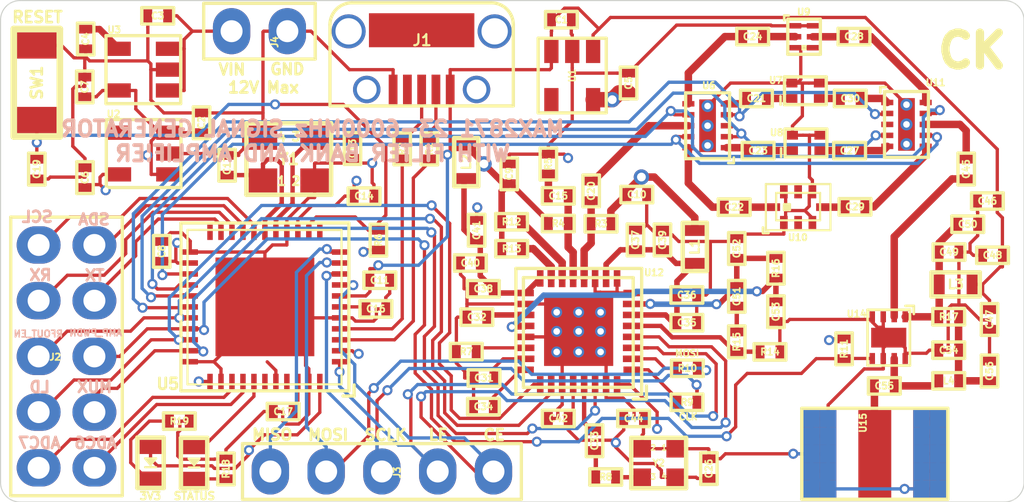
<source format=kicad_pcb>
(kicad_pcb (version 20171130) (host pcbnew "(5.1.12)-1")
  (layers (0 F.Cu signal) (1 In1.Cu signal) (2 In2.Cu signal) (31 B.Cu signal) (34 B.Paste user hide) (35 F.Paste user hide) (36 B.SilkS user hide) (37 F.SilkS user hide) (38 B.Mask user hide) (39 F.Mask user hide) (44 Edge.Cuts user))
  (net 0 "")
  (net 1 +5V)
  (net 2 GND)
  (net 3 +VBattery)
  (net 4 "Net-(C4-Pad1)")
  (net 5 /3.3V_RF)
  (net 6 +3V3)
  (net 7 "Net-(C12-Pad1)")
  (net 8 "Net-(C13-Pad1)")
  (net 9 RFOUTA_N)
  (net 10 "Net-(C15-Pad2)")
  (net 11 "Net-(C16-Pad1)")
  (net 12 "Net-(C17-Pad1)")
  (net 13 RFOUTA_P)
  (net 14 /RST)
  (net 15 "Net-(C20-Pad2)")
  (net 16 "Net-(C21-Pad2)")
  (net 17 "Net-(C21-Pad1)")
  (net 18 "Net-(C22-Pad2)")
  (net 19 "Net-(C22-Pad1)")
  (net 20 "Net-(C23-Pad1)")
  (net 21 "Net-(C23-Pad2)")
  (net 22 "Net-(C24-Pad1)")
  (net 23 "Net-(C24-Pad2)")
  (net 24 REF_IN)
  (net 25 "Net-(C27-Pad1)")
  (net 26 "Net-(C27-Pad2)")
  (net 27 "Net-(C28-Pad2)")
  (net 28 "Net-(C28-Pad1)")
  (net 29 "Net-(C29-Pad1)")
  (net 30 "Net-(C29-Pad2)")
  (net 31 "Net-(C30-Pad1)")
  (net 32 "Net-(C30-Pad2)")
  (net 33 "Net-(C31-Pad2)")
  (net 34 "Net-(C32-Pad2)")
  (net 35 "Net-(C33-Pad2)")
  (net 36 "Net-(C33-Pad1)")
  (net 37 "Net-(C34-Pad2)")
  (net 38 "Net-(C35-Pad2)")
  (net 39 "Net-(C38-Pad2)")
  (net 40 "Net-(C45-Pad1)")
  (net 41 "Net-(C49-Pad1)")
  (net 42 "Net-(C51-Pad1)")
  (net 43 "Net-(C51-Pad2)")
  (net 44 "Net-(C53-Pad2)")
  (net 45 "Net-(C54-Pad1)")
  (net 46 "Net-(C55-Pad1)")
  (net 47 "Net-(C55-Pad2)")
  (net 48 "Net-(J1-Pad4)")
  (net 49 "Net-(J1-Pad3)")
  (net 50 "Net-(J1-Pad2)")
  (net 51 SPI_MISO)
  (net 52 MAX2871_CE)
  (net 53 SPI_MOSI)
  (net 54 MAX2871_LE)
  (net 55 SPI_CLK)
  (net 56 RFOUT_EN)
  (net 57 MAX2871_MUX)
  (net 58 AMP_PWDN)
  (net 59 MAX2871_LD)
  (net 60 RX)
  (net 61 TX)
  (net 62 SDA)
  (net 63 SCL)
  (net 64 /D-)
  (net 65 /D+)
  (net 66 "Net-(R7-Pad1)")
  (net 67 "Net-(R9-Pad2)")
  (net 68 "Net-(R10-Pad2)")
  (net 69 "Net-(R12-Pad2)")
  (net 70 "Net-(R13-Pad2)")
  (net 71 "Net-(R14-Pad2)")
  (net 72 "Net-(U1-Pad4)")
  (net 73 "Net-(U2-Pad4)")
  (net 74 "Net-(U5-Pad22)")
  (net 75 SWITCH_V1)
  (net 76 SWITCH_V2)
  (net 77 SWITCH_V3)
  (net 78 SWITCH_V4)
  (net 79 "Net-(C45-Pad2)")
  (net 80 ADC7)
  (net 81 ADC6)
  (net 82 "Net-(U5-Pad41)")
  (net 83 "Net-(U5-Pad40)")
  (net 84 "Net-(U5-Pad12)")
  (net 85 "Net-(D1-Pad1)")
  (net 86 STATUS_LED)
  (net 87 "Net-(D2-Pad1)")
  (net 88 "Net-(U5-Pad39)")
  (module Footprints:QFN32_5x5mm_P0.5mm_1EXP_3.1x3.1mm (layer F.Cu) (at 153.241 88.5952 180)
    (fp_text reference U12 (at -3.43154 2.68224) (layer F.SilkS) (effects (font (size 0.3 0.3) (thickness 0.075))))
    (fp_text value MAX2871)
    (pad 1 smd rect (at -2.415 -1.75 180) (size 0.75 0.3) (layers F.Cu F.Paste F.Mask) (net 67 "Net-(R9-Pad2)"))
    (pad 2 smd rect (at -2.415 -1.25 180) (size 0.8 0.3) (layers F.Cu F.Paste F.Mask) (net 68 "Net-(R10-Pad2)"))
    (pad 3 smd rect (at -2.415 -0.75 180) (size 0.8 0.3) (layers F.Cu F.Paste F.Mask) (net 54 MAX2871_LE))
    (pad 4 smd rect (at -2.415 -0.25 180) (size 0.8 0.3) (layers F.Cu F.Paste F.Mask) (net 52 MAX2871_CE))
    (pad 5 smd rect (at -2.415 0.25 180) (size 0.8 0.3) (layers F.Cu F.Paste F.Mask) (net 71 "Net-(R14-Pad2)"))
    (pad 6 smd rect (at -2.415 0.75 180) (size 0.8 0.3) (layers F.Cu F.Paste F.Mask) (net 38 "Net-(C35-Pad2)"))
    (pad 7 smd rect (at -2.415 1.25 180) (size 0.8 0.3) (layers F.Cu F.Paste F.Mask) (net 42 "Net-(C51-Pad1)"))
    (pad 8 smd rect (at -2.415 1.75 180) (size 0.75 0.3) (layers F.Cu F.Paste F.Mask) (net 2 GND))
    (pad 17 smd rect (at 2.415 1.75 180) (size 0.75 0.3) (layers F.Cu F.Paste F.Mask) (net 39 "Net-(C38-Pad2)"))
    (pad 18 smd rect (at 2.415 1.25 180) (size 0.8 0.3) (layers F.Cu F.Paste F.Mask) (net 2 GND))
    (pad 19 smd rect (at 2.415 0.75 180) (size 0.8 0.3) (layers F.Cu F.Paste F.Mask) (net 34 "Net-(C32-Pad2)"))
    (pad 20 smd rect (at 2.415 0.25 180) (size 0.8 0.3) (layers F.Cu F.Paste F.Mask) (net 44 "Net-(C53-Pad2)"))
    (pad 21 smd rect (at 2.415 -0.25 180) (size 0.8 0.3) (layers F.Cu F.Paste F.Mask) (net 2 GND))
    (pad 22 smd rect (at 2.415 -0.75 180) (size 0.8 0.3) (layers F.Cu F.Paste F.Mask) (net 66 "Net-(R7-Pad1)"))
    (pad 23 smd rect (at 2.415 -1.25 180) (size 0.8 0.3) (layers F.Cu F.Paste F.Mask) (net 33 "Net-(C31-Pad2)"))
    (pad 24 smd rect (at 2.415 -1.75 180) (size 0.75 0.3) (layers F.Cu F.Paste F.Mask) (net 37 "Net-(C34-Pad2)"))
    (pad 9 smd rect (at -1.75 2.415 270) (size 0.75 0.3) (layers F.Cu F.Paste F.Mask) (net 2 GND))
    (pad 33 smd rect (at 0 0 180) (size 3.15 3.15) (layers F.Cu F.Paste F.Mask) (net 2 GND))
    (pad 10 smd rect (at -1.25 2.415 270) (size 0.8 0.3) (layers F.Cu F.Paste F.Mask) (net 38 "Net-(C35-Pad2)"))
    (pad 11 smd rect (at -0.75 2.415 270) (size 0.8 0.3) (layers F.Cu F.Paste F.Mask) (net 2 GND))
    (pad 12 smd rect (at -0.25 2.415 270) (size 0.8 0.3) (layers F.Cu F.Paste F.Mask) (net 13 RFOUTA_P))
    (pad 13 smd rect (at 0.25 2.415 270) (size 0.8 0.3) (layers F.Cu F.Paste F.Mask) (net 9 RFOUTA_N))
    (pad 14 smd rect (at 0.75 2.415 270) (size 0.8 0.3) (layers F.Cu F.Paste F.Mask) (net 69 "Net-(R12-Pad2)"))
    (pad 15 smd rect (at 1.25 2.415 270) (size 0.8 0.3) (layers F.Cu F.Paste F.Mask) (net 70 "Net-(R13-Pad2)"))
    (pad 16 smd rect (at 1.75 2.415 270) (size 0.75 0.3) (layers F.Cu F.Paste F.Mask) (net 39 "Net-(C38-Pad2)"))
    (pad 25 smd rect (at 1.75 -2.415 270) (size 0.75 0.3) (layers F.Cu F.Paste F.Mask) (net 59 MAX2871_LD))
    (pad 26 smd rect (at 1.25 -2.415 270) (size 0.8 0.3) (layers F.Cu F.Paste F.Mask) (net 56 RFOUT_EN))
    (pad 27 smd rect (at 0.75 -2.415 270) (size 0.8 0.3) (layers F.Cu F.Paste F.Mask) (net 2 GND))
    (pad 28 smd rect (at 0.25 -2.415 270) (size 0.8 0.3) (layers F.Cu F.Paste F.Mask) (net 6 +3V3))
    (pad 29 smd rect (at -0.25 -2.415 270) (size 0.8 0.3) (layers F.Cu F.Paste F.Mask) (net 36 "Net-(C33-Pad1)"))
    (pad 30 smd rect (at -0.75 -2.415 270) (size 0.8 0.3) (layers F.Cu F.Paste F.Mask) (net 57 MAX2871_MUX))
    (pad 31 smd rect (at -1.25 -2.415 270) (size 0.8 0.3) (layers F.Cu F.Paste F.Mask) (net 2 GND))
    (pad 32 smd rect (at -1.75 -2.415 270) (size 0.75 0.3) (layers F.Cu F.Paste F.Mask) (net 6 +3V3))
    (pad 33 thru_hole circle (at 0 0 180) (size 0.5 0.5) (drill 0.3) (layers *.Cu) (net 2 GND))
    (pad 33 thru_hole circle (at -1 -0.9365 180) (size 0.5 0.5) (drill 0.3) (layers *.Cu) (net 2 GND))
    (pad 33 thru_hole circle (at 1 -0.9365 180) (size 0.5 0.5) (drill 0.3) (layers *.Cu) (net 2 GND))
    (pad 33 thru_hole circle (at -1 0.873 180) (size 0.5 0.5) (drill 0.3) (layers *.Cu) (net 2 GND))
    (pad 33 thru_hole circle (at 1 0.873 180) (size 0.5 0.5) (drill 0.3) (layers *.Cu) (net 2 GND))
    (pad 33 thru_hole circle (at 1 0 180) (size 0.5 0.5) (drill 0.3) (layers *.Cu) (net 2 GND))
    (pad 33 thru_hole circle (at 0 -0.9365 180) (size 0.5 0.5) (drill 0.3) (layers *.Cu) (net 2 GND))
    (pad 33 thru_hole circle (at -1 0 180) (size 0.5 0.5) (drill 0.3) (layers *.Cu) (net 2 GND))
    (pad 33 thru_hole circle (at 0 0.873 180) (size 0.5 0.5) (drill 0.3) (layers *.Cu) (net 2 GND))
  )
  (module Footprints:QFN44_7x7mm_P0.5mm_1EXP_4.5x4.5mm (layer F.Cu) (at 138.953 87.4776 180)
    (fp_text reference U5 (at 4.4196 -3.51028) (layer F.SilkS) (effects (font (size 0.5 0.5) (thickness 0.125))))
    (fp_text value ATMEGA32U4)
    (pad 45 smd rect (at 0 0 180) (size 4.5 4.5) (layers F.Cu F.Paste F.Mask) (net 2 GND))
    (pad 44 smd rect (at -2.5 -3.4 270) (size 0.7 0.25) (layers F.Cu F.Paste F.Mask) (net 6 +3V3))
    (pad 43 smd rect (at -2 -3.4 270) (size 0.7 0.25) (layers F.Cu F.Paste F.Mask) (net 2 GND))
    (pad 42 smd rect (at -1.5 -3.4 270) (size 0.7 0.25) (layers F.Cu F.Paste F.Mask) (net 12 "Net-(C17-Pad1)"))
    (pad 41 smd rect (at -1 -3.4 270) (size 0.7 0.25) (layers F.Cu F.Paste F.Mask) (net 82 "Net-(U5-Pad41)"))
    (pad 40 smd rect (at -0.5 -3.4 270) (size 0.7 0.25) (layers F.Cu F.Paste F.Mask) (net 83 "Net-(U5-Pad40)"))
    (pad 39 smd rect (at 0 -3.4 270) (size 0.7 0.25) (layers F.Cu F.Paste F.Mask) (net 88 "Net-(U5-Pad39)"))
    (pad 38 smd rect (at 0.5 -3.4 270) (size 0.7 0.25) (layers F.Cu F.Paste F.Mask) (net 86 STATUS_LED))
    (pad 37 smd rect (at 1 -3.4 270) (size 0.7 0.25) (layers F.Cu F.Paste F.Mask) (net 81 ADC6))
    (pad 36 smd rect (at 1.5 -3.4 270) (size 0.7 0.25) (layers F.Cu F.Paste F.Mask) (net 80 ADC7))
    (pad 35 smd rect (at 2 -3.4 270) (size 0.7 0.25) (layers F.Cu F.Paste F.Mask) (net 2 GND))
    (pad 34 smd rect (at 2.5 -3.4 270) (size 0.7 0.25) (layers F.Cu F.Paste F.Mask) (net 6 +3V3))
    (pad 33 smd rect (at 3.4 -2.5 180) (size 0.7 0.25) (layers F.Cu F.Paste F.Mask) (net 2 GND))
    (pad 32 smd rect (at 3.4 -2 180) (size 0.7 0.25) (layers F.Cu F.Paste F.Mask) (net 57 MAX2871_MUX))
    (pad 31 smd rect (at 3.4 -1.5 180) (size 0.7 0.25) (layers F.Cu F.Paste F.Mask) (net 59 MAX2871_LD))
    (pad 30 smd rect (at 3.4 -1 180) (size 0.7 0.25) (layers F.Cu F.Paste F.Mask) (net 58 AMP_PWDN))
    (pad 29 smd rect (at 3.4 -0.5 180) (size 0.7 0.25) (layers F.Cu F.Paste F.Mask) (net 56 RFOUT_EN))
    (pad 28 smd rect (at 3.4 0 180) (size 0.7 0.25) (layers F.Cu F.Paste F.Mask) (net 78 SWITCH_V4))
    (pad 27 smd rect (at 3.4 0.5 180) (size 0.7 0.25) (layers F.Cu F.Paste F.Mask) (net 77 SWITCH_V3))
    (pad 26 smd rect (at 3.4 1 180) (size 0.7 0.25) (layers F.Cu F.Paste F.Mask) (net 76 SWITCH_V2))
    (pad 25 smd rect (at 3.4 1.5 180) (size 0.7 0.25) (layers F.Cu F.Paste F.Mask) (net 75 SWITCH_V1))
    (pad 24 smd rect (at 3.4 2 180) (size 0.7 0.25) (layers F.Cu F.Paste F.Mask) (net 6 +3V3))
    (pad 23 smd rect (at 3.4 2.5 180) (size 0.7 0.25) (layers F.Cu F.Paste F.Mask) (net 2 GND))
    (pad 22 smd rect (at 2.5 3.4 270) (size 0.7 0.25) (layers F.Cu F.Paste F.Mask) (net 74 "Net-(U5-Pad22)"))
    (pad 21 smd rect (at 2 3.4 270) (size 0.7 0.25) (layers F.Cu F.Paste F.Mask) (net 61 TX))
    (pad 20 smd rect (at 1.5 3.4 270) (size 0.7 0.25) (layers F.Cu F.Paste F.Mask) (net 60 RX))
    (pad 19 smd rect (at 1 3.4 270) (size 0.7 0.25) (layers F.Cu F.Paste F.Mask) (net 62 SDA))
    (pad 18 smd rect (at 0.5 3.4 270) (size 0.7 0.25) (layers F.Cu F.Paste F.Mask) (net 63 SCL))
    (pad 17 smd rect (at 0 3.4 270) (size 0.7 0.25) (layers F.Cu F.Paste F.Mask) (net 7 "Net-(C12-Pad1)"))
    (pad 16 smd rect (at -0.5 3.4 270) (size 0.7 0.25) (layers F.Cu F.Paste F.Mask) (net 8 "Net-(C13-Pad1)"))
    (pad 15 smd rect (at -1 3.4 270) (size 0.7 0.25) (layers F.Cu F.Paste F.Mask) (net 2 GND))
    (pad 14 smd rect (at -1.5 3.4 270) (size 0.7 0.25) (layers F.Cu F.Paste F.Mask) (net 6 +3V3))
    (pad 13 smd rect (at -2 3.4 270) (size 0.7 0.25) (layers F.Cu F.Paste F.Mask) (net 14 /RST))
    (pad 12 smd rect (at -2.5 3.4 270) (size 0.7 0.25) (layers F.Cu F.Paste F.Mask) (net 84 "Net-(U5-Pad12)"))
    (pad 11 smd rect (at -3.4 2.5 180) (size 0.7 0.25) (layers F.Cu F.Paste F.Mask) (net 51 SPI_MISO))
    (pad 10 smd rect (at -3.4 2 180) (size 0.7 0.25) (layers F.Cu F.Paste F.Mask) (net 53 SPI_MOSI))
    (pad 9 smd rect (at -3.4 1.5 180) (size 0.7 0.25) (layers F.Cu F.Paste F.Mask) (net 55 SPI_CLK))
    (pad 8 smd rect (at -3.4 1 180) (size 0.7 0.25) (layers F.Cu F.Paste F.Mask) (net 52 MAX2871_CE))
    (pad 7 smd rect (at -3.4 0.5 180) (size 0.7 0.25) (layers F.Cu F.Paste F.Mask) (net 1 +5V))
    (pad 6 smd rect (at -3.4 0 180) (size 0.7 0.25) (layers F.Cu F.Paste F.Mask) (net 11 "Net-(C16-Pad1)"))
    (pad 5 smd rect (at -3.4 -0.5 180) (size 0.7 0.25) (layers F.Cu F.Paste F.Mask) (net 2 GND))
    (pad 4 smd rect (at -3.4 -1 180) (size 0.7 0.25) (layers F.Cu F.Paste F.Mask) (net 65 /D+))
    (pad 3 smd rect (at -3.4 -1.5 180) (size 0.7 0.25) (layers F.Cu F.Paste F.Mask) (net 64 /D-))
    (pad 2 smd rect (at -3.4 -2 180) (size 0.7 0.25) (layers F.Cu F.Paste F.Mask) (net 1 +5V))
    (pad 1 smd rect (at -3.4 -2.5 180) (size 0.7 0.25) (layers F.Cu F.Paste F.Mask) (net 54 MAX2871_LE))
  )
  (module Footprints:SMD_0402 (layer F.Cu) (at 152.456 74.3864)
    (fp_text reference C1 (at 0 0) (layer F.SilkS) (effects (font (size 0.3 0.3) (thickness 0.075))))
    (fp_text value 2.2uF)
    (pad 1 smd rect (at -0.45 0) (size 0.4 0.6) (layers F.Cu F.Paste F.Mask) (net 1 +5V))
    (pad 2 smd rect (at 0.45 0) (size 0.4 0.6) (layers F.Cu F.Paste F.Mask) (net 2 GND))
  )
  (module Footprints:SMD_0402 (layer F.Cu) (at 136.068 79.0854 90)
    (fp_text reference C2 (at 0 0 90) (layer F.SilkS) (effects (font (size 0.3 0.3) (thickness 0.075))))
    (fp_text value 2.2uF)
    (pad 1 smd rect (at -0.45 0 90) (size 0.4 0.6) (layers F.Cu F.Paste F.Mask) (net 1 +5V))
    (pad 2 smd rect (at 0.45 0 90) (size 0.4 0.6) (layers F.Cu F.Paste F.Mask) (net 2 GND))
  )
  (module Footprints:SMD_0402 (layer F.Cu) (at 134.071 74.2086 180)
    (fp_text reference C3 (at 0 0) (layer F.SilkS) (effects (font (size 0.3 0.3) (thickness 0.075))))
    (fp_text value 2.2uF)
    (pad 1 smd rect (at -0.45 0 180) (size 0.4 0.6) (layers F.Cu F.Paste F.Mask) (net 3 +VBattery))
    (pad 2 smd rect (at 0.45 0 180) (size 0.4 0.6) (layers F.Cu F.Paste F.Mask) (net 2 GND))
  )
  (module Footprints:SMD_0402 (layer F.Cu) (at 130.79 75.2653 270)
    (fp_text reference C4 (at 0 0 90) (layer F.SilkS) (effects (font (size 0.3 0.3) (thickness 0.075))))
    (fp_text value 2.2uF)
    (pad 2 smd rect (at 0.45 0 270) (size 0.4 0.6) (layers F.Cu F.Paste F.Mask) (net 2 GND))
    (pad 1 smd rect (at -0.45 0 270) (size 0.4 0.6) (layers F.Cu F.Paste F.Mask) (net 4 "Net-(C4-Pad1)"))
  )
  (module Footprints:SMD_0402 (layer F.Cu) (at 155.514 77.2719 90)
    (fp_text reference C5 (at 0 0 90) (layer F.SilkS) (effects (font (size 0.3 0.3) (thickness 0.075))))
    (fp_text value 2.2uF)
    (pad 2 smd rect (at 0.45 0 90) (size 0.4 0.6) (layers F.Cu F.Paste F.Mask) (net 2 GND))
    (pad 1 smd rect (at -0.45 0 90) (size 0.4 0.6) (layers F.Cu F.Paste F.Mask) (net 5 /3.3V_RF))
  )
  (module Footprints:SMD_0402 (layer F.Cu) (at 130.759 81.5848 90)
    (fp_text reference C6 (at 0 0 90) (layer F.SilkS) (effects (font (size 0.3 0.3) (thickness 0.075))))
    (fp_text value 2.2uF)
    (pad 2 smd rect (at 0.45 0 90) (size 0.4 0.6) (layers F.Cu F.Paste F.Mask) (net 2 GND))
    (pad 1 smd rect (at -0.45 0 90) (size 0.4 0.6) (layers F.Cu F.Paste F.Mask) (net 6 +3V3))
  )
  (module Footprints:SMD_0402 (layer F.Cu) (at 130.749 77.4497 90)
    (fp_text reference C7 (at 0 0 90) (layer F.SilkS) (effects (font (size 0.3 0.3) (thickness 0.075))))
    (fp_text value 2.2uF)
    (pad 2 smd rect (at 0.45 0 90) (size 0.4 0.6) (layers F.Cu F.Paste F.Mask) (net 2 GND))
    (pad 1 smd rect (at -0.45 0 90) (size 0.4 0.6) (layers F.Cu F.Paste F.Mask) (net 1 +5V))
  )
  (module Footprints:SMD_0402 (layer F.Cu) (at 134.254 84.9478 90)
    (fp_text reference C8 (at 0 0 90) (layer F.SilkS) (effects (font (size 0.3 0.3) (thickness 0.075))))
    (fp_text value 100nF)
    (pad 1 smd rect (at -0.45 0 90) (size 0.4 0.6) (layers F.Cu F.Paste F.Mask) (net 6 +3V3))
    (pad 2 smd rect (at 0.45 0 90) (size 0.4 0.6) (layers F.Cu F.Paste F.Mask) (net 2 GND))
  )
  (module Footprints:SMD_0402 (layer F.Cu) (at 150.078 81.4121 270)
    (fp_text reference C9 (at 0 0 90) (layer F.SilkS) (effects (font (size 0.3 0.3) (thickness 0.075))))
    (fp_text value 100pF)
    (pad 1 smd rect (at -0.45 0 270) (size 0.4 0.6) (layers F.Cu F.Paste F.Mask) (net 2 GND))
    (pad 2 smd rect (at 0.45 0 270) (size 0.4 0.6) (layers F.Cu F.Paste F.Mask) (net 5 /3.3V_RF))
  )
  (module Footprints:SMD_0402 (layer F.Cu) (at 155.89 82.357 180)
    (fp_text reference C10 (at 0 0) (layer F.SilkS) (effects (font (size 0.3 0.3) (thickness 0.075))))
    (fp_text value 100pF)
    (pad 1 smd rect (at -0.45 0 180) (size 0.4 0.6) (layers F.Cu F.Paste F.Mask) (net 2 GND))
    (pad 2 smd rect (at 0.45 0 180) (size 0.4 0.6) (layers F.Cu F.Paste F.Mask) (net 5 /3.3V_RF))
  )
  (module Footprints:SMD_0402 (layer F.Cu) (at 144.186 86.2635)
    (fp_text reference C11 (at 0 0 180) (layer F.SilkS) (effects (font (size 0.3 0.3) (thickness 0.075))))
    (fp_text value 1uF)
    (pad 2 smd rect (at 0.45 0) (size 0.4 0.6) (layers F.Cu F.Paste F.Mask) (net 2 GND))
    (pad 1 smd rect (at -0.45 0) (size 0.4 0.6) (layers F.Cu F.Paste F.Mask) (net 1 +5V))
  )
  (module Footprints:SMD_0402 (layer F.Cu) (at 137.231 81.0209 90)
    (fp_text reference C12 (at 0 0 90) (layer F.SilkS) (effects (font (size 0.3 0.3) (thickness 0.075))))
    (fp_text value 15pF)
    (pad 2 smd rect (at 0.45 0 90) (size 0.4 0.6) (layers F.Cu F.Paste F.Mask) (net 2 GND))
    (pad 1 smd rect (at -0.45 0 90) (size 0.4 0.6) (layers F.Cu F.Paste F.Mask) (net 7 "Net-(C12-Pad1)"))
  )
  (module Footprints:SMD_0402 (layer F.Cu) (at 142.941 80.2589 270)
    (fp_text reference C13 (at 0 0 90) (layer F.SilkS) (effects (font (size 0.3 0.3) (thickness 0.075))))
    (fp_text value 15pF)
    (pad 1 smd rect (at -0.45 0 270) (size 0.4 0.6) (layers F.Cu F.Paste F.Mask) (net 8 "Net-(C13-Pad1)"))
    (pad 2 smd rect (at 0.45 0 270) (size 0.4 0.6) (layers F.Cu F.Paste F.Mask) (net 2 GND))
  )
  (module Footprints:SMD_0402 (layer F.Cu) (at 143.469 82.4281)
    (fp_text reference C14 (at 0 0 180) (layer F.SilkS) (effects (font (size 0.3 0.3) (thickness 0.075))))
    (fp_text value 100nF)
    (pad 2 smd rect (at 0.45 0) (size 0.4 0.6) (layers F.Cu F.Paste F.Mask) (net 2 GND))
    (pad 1 smd rect (at -0.45 0) (size 0.4 0.6) (layers F.Cu F.Paste F.Mask) (net 6 +3V3))
  )
  (module Footprints:SMD_0402 (layer F.Cu) (at 152.314 82.4179 180)
    (fp_text reference C15 (at 0 0) (layer F.SilkS) (effects (font (size 0.3 0.3) (thickness 0.075))))
    (fp_text value 1nF)
    (pad 1 smd rect (at -0.45 0 180) (size 0.4 0.6) (layers F.Cu F.Paste F.Mask) (net 9 RFOUTA_N))
    (pad 2 smd rect (at 0.45 0 180) (size 0.4 0.6) (layers F.Cu F.Paste F.Mask) (net 10 "Net-(C15-Pad2)"))
  )
  (module Footprints:SMD_0402 (layer F.Cu) (at 144.008 87.569)
    (fp_text reference C16 (at 0 0) (layer F.SilkS) (effects (font (size 0.3 0.3) (thickness 0.075))))
    (fp_text value 1uF)
    (pad 1 smd rect (at -0.45 0) (size 0.4 0.6) (layers F.Cu F.Paste F.Mask) (net 11 "Net-(C16-Pad1)"))
    (pad 2 smd rect (at 0.45 0) (size 0.4 0.6) (layers F.Cu F.Paste F.Mask) (net 2 GND))
  )
  (module Footprints:SMD_0402 (layer F.Cu) (at 139.786 92.2477 180)
    (fp_text reference C17 (at 0 0) (layer F.SilkS) (effects (font (size 0.3 0.3) (thickness 0.075))))
    (fp_text value 100nF)
    (pad 2 smd rect (at 0.45 0 180) (size 0.4 0.6) (layers F.Cu F.Paste F.Mask) (net 2 GND))
    (pad 1 smd rect (at -0.45 0 180) (size 0.4 0.6) (layers F.Cu F.Paste F.Mask) (net 12 "Net-(C17-Pad1)"))
  )
  (module Footprints:SMD_0402 (layer F.Cu) (at 128.565 81.1962 90)
    (fp_text reference C19 (at 0 0 90) (layer F.SilkS) (effects (font (size 0.3 0.3) (thickness 0.075))))
    (fp_text value 100nF)
    (pad 2 smd rect (at 0.45 0 90) (size 0.4 0.6) (layers F.Cu F.Paste F.Mask) (net 14 /RST))
    (pad 1 smd rect (at -0.45 0 90) (size 0.4 0.6) (layers F.Cu F.Paste F.Mask) (net 2 GND))
  )
  (module Footprints:SMD_0402 (layer F.Cu) (at 153.812 82.1893 90)
    (fp_text reference C20 (at 0 0 90) (layer F.SilkS) (effects (font (size 0.3 0.3) (thickness 0.075))))
    (fp_text value 1nF)
    (pad 2 smd rect (at 0.45 0 90) (size 0.4 0.6) (layers F.Cu F.Paste F.Mask) (net 15 "Net-(C20-Pad2)"))
    (pad 1 smd rect (at -0.45 0 90) (size 0.4 0.6) (layers F.Cu F.Paste F.Mask) (net 13 RFOUTA_P))
  )
  (module Footprints:SMD_0402 (layer F.Cu) (at 161.338 77.9755 180)
    (fp_text reference C21 (at 0 0) (layer F.SilkS) (effects (font (size 0.3 0.3) (thickness 0.075))))
    (fp_text value 10pF)
    (pad 2 smd rect (at 0.45 0 180) (size 0.4 0.6) (layers F.Cu F.Paste F.Mask) (net 16 "Net-(C21-Pad2)"))
    (pad 1 smd rect (at -0.45 0 180) (size 0.4 0.6) (layers F.Cu F.Paste F.Mask) (net 17 "Net-(C21-Pad1)"))
  )
  (module Footprints:SMD_0402 (layer F.Cu) (at 160.325 82.931 180)
    (fp_text reference C22 (at 0 0) (layer F.SilkS) (effects (font (size 0.3 0.3) (thickness 0.075))))
    (fp_text value 10pF)
    (pad 2 smd rect (at 0.45 0 180) (size 0.4 0.6) (layers F.Cu F.Paste F.Mask) (net 18 "Net-(C22-Pad2)"))
    (pad 1 smd rect (at -0.45 0 180) (size 0.4 0.6) (layers F.Cu F.Paste F.Mask) (net 19 "Net-(C22-Pad1)"))
  )
  (module Footprints:SMD_0402 (layer F.Cu) (at 161.414 80.3529 180)
    (fp_text reference C23 (at 0 0) (layer F.SilkS) (effects (font (size 0.3 0.3) (thickness 0.075))))
    (fp_text value 10pF)
    (pad 1 smd rect (at -0.45 0 180) (size 0.4 0.6) (layers F.Cu F.Paste F.Mask) (net 20 "Net-(C23-Pad1)"))
    (pad 2 smd rect (at 0.45 0 180) (size 0.4 0.6) (layers F.Cu F.Paste F.Mask) (net 21 "Net-(C23-Pad2)"))
  )
  (module Footprints:SMD_0402 (layer F.Cu) (at 161.166 75.1561 180)
    (fp_text reference C24 (at 0 0) (layer F.SilkS) (effects (font (size 0.3 0.3) (thickness 0.075))))
    (fp_text value 10pF)
    (pad 1 smd rect (at -0.45 0 180) (size 0.4 0.6) (layers F.Cu F.Paste F.Mask) (net 22 "Net-(C24-Pad1)"))
    (pad 2 smd rect (at 0.45 0 180) (size 0.4 0.6) (layers F.Cu F.Paste F.Mask) (net 23 "Net-(C24-Pad2)"))
  )
  (module Footprints:SMD_0402 (layer F.Cu) (at 159.172 94.8487 90)
    (fp_text reference C26 (at 0 0 90) (layer F.SilkS) (effects (font (size 0.3 0.3) (thickness 0.075))))
    (fp_text value 10nF)
    (pad 1 smd rect (at -0.45 0 90) (size 0.4 0.6) (layers F.Cu F.Paste F.Mask) (net 6 +3V3))
    (pad 2 smd rect (at 0.45 0 90) (size 0.4 0.6) (layers F.Cu F.Paste F.Mask) (net 2 GND))
  )
  (module Footprints:SMD_0402 (layer F.Cu) (at 165.58 80.3529 180)
    (fp_text reference C27 (at 0 0) (layer F.SilkS) (effects (font (size 0.3 0.3) (thickness 0.075))))
    (fp_text value 10pF)
    (pad 1 smd rect (at -0.45 0 180) (size 0.4 0.6) (layers F.Cu F.Paste F.Mask) (net 25 "Net-(C27-Pad1)"))
    (pad 2 smd rect (at 0.45 0 180) (size 0.4 0.6) (layers F.Cu F.Paste F.Mask) (net 26 "Net-(C27-Pad2)"))
  )
  (module Footprints:SMD_0402 (layer F.Cu) (at 165.781 75.1561 180)
    (fp_text reference C28 (at 0 0) (layer F.SilkS) (effects (font (size 0.3 0.3) (thickness 0.075))))
    (fp_text value 10pF)
    (pad 2 smd rect (at 0.45 0 180) (size 0.4 0.6) (layers F.Cu F.Paste F.Mask) (net 27 "Net-(C28-Pad2)"))
    (pad 1 smd rect (at -0.45 0 180) (size 0.4 0.6) (layers F.Cu F.Paste F.Mask) (net 28 "Net-(C28-Pad1)"))
  )
  (module Footprints:SMD_0402 (layer F.Cu) (at 165.826 82.9158 180)
    (fp_text reference C29 (at 0 0) (layer F.SilkS) (effects (font (size 0.3 0.3) (thickness 0.075))))
    (fp_text value 10pF)
    (pad 1 smd rect (at -0.45 0 180) (size 0.4 0.6) (layers F.Cu F.Paste F.Mask) (net 29 "Net-(C29-Pad1)"))
    (pad 2 smd rect (at 0.45 0 180) (size 0.4 0.6) (layers F.Cu F.Paste F.Mask) (net 30 "Net-(C29-Pad2)"))
  )
  (module Footprints:SMD_0402 (layer F.Cu) (at 165.611 77.9755 180)
    (fp_text reference C30 (at 0 0) (layer F.SilkS) (effects (font (size 0.3 0.3) (thickness 0.075))))
    (fp_text value 10pF)
    (pad 1 smd rect (at -0.45 0 180) (size 0.4 0.6) (layers F.Cu F.Paste F.Mask) (net 31 "Net-(C30-Pad1)"))
    (pad 2 smd rect (at 0.45 0 180) (size 0.4 0.6) (layers F.Cu F.Paste F.Mask) (net 32 "Net-(C30-Pad2)"))
  )
  (module Footprints:SMD_0402 (layer F.Cu) (at 148.93 90.7186)
    (fp_text reference C31 (at 0 0) (layer F.SilkS) (effects (font (size 0.3 0.3) (thickness 0.075))))
    (fp_text value 1uF)
    (pad 2 smd rect (at 0.45 0) (size 0.4 0.6) (layers F.Cu F.Paste F.Mask) (net 33 "Net-(C31-Pad2)"))
    (pad 1 smd rect (at -0.45 0) (size 0.4 0.6) (layers F.Cu F.Paste F.Mask) (net 2 GND))
  )
  (module Footprints:SMD_0402 (layer F.Cu) (at 148.605 87.945)
    (fp_text reference C32 (at 0 0) (layer F.SilkS) (effects (font (size 0.3 0.3) (thickness 0.075))))
    (fp_text value 1uF)
    (pad 2 smd rect (at 0.45 0) (size 0.4 0.6) (layers F.Cu F.Paste F.Mask) (net 34 "Net-(C32-Pad2)"))
    (pad 1 smd rect (at -0.45 0) (size 0.4 0.6) (layers F.Cu F.Paste F.Mask) (net 2 GND))
  )
  (module Footprints:SMD_0402 (layer F.Cu) (at 153.965 93.5787 270)
    (fp_text reference C33 (at 0 0 90) (layer F.SilkS) (effects (font (size 0.3 0.3) (thickness 0.075))))
    (fp_text value 10nF)
    (pad 2 smd rect (at 0.45 0 270) (size 0.4 0.6) (layers F.Cu F.Paste F.Mask) (net 35 "Net-(C33-Pad2)"))
    (pad 1 smd rect (at -0.45 0 270) (size 0.4 0.6) (layers F.Cu F.Paste F.Mask) (net 36 "Net-(C33-Pad1)"))
  )
  (module Footprints:SMD_0402 (layer F.Cu) (at 148.905 92.0242)
    (fp_text reference C34 (at 0 0) (layer F.SilkS) (effects (font (size 0.3 0.3) (thickness 0.075))))
    (fp_text value 1uF)
    (pad 1 smd rect (at -0.45 0) (size 0.4 0.6) (layers F.Cu F.Paste F.Mask) (net 2 GND))
    (pad 2 smd rect (at 0.45 0) (size 0.4 0.6) (layers F.Cu F.Paste F.Mask) (net 37 "Net-(C34-Pad2)"))
  )
  (module Footprints:SMD_0402 (layer F.Cu) (at 158.168 88.199 180)
    (fp_text reference C35 (at 0 0) (layer F.SilkS) (effects (font (size 0.3 0.3) (thickness 0.075))))
    (fp_text value 100nF)
    (pad 1 smd rect (at -0.45 0 180) (size 0.4 0.6) (layers F.Cu F.Paste F.Mask) (net 2 GND))
    (pad 2 smd rect (at 0.45 0 180) (size 0.4 0.6) (layers F.Cu F.Paste F.Mask) (net 38 "Net-(C35-Pad2)"))
  )
  (module Footprints:SMD_0402 (layer F.Cu) (at 158.168 86.934 180)
    (fp_text reference C36 (at 0 0) (layer F.SilkS) (effects (font (size 0.3 0.3) (thickness 0.075))))
    (fp_text value 100nF)
    (pad 2 smd rect (at 0.45 0 180) (size 0.4 0.6) (layers F.Cu F.Paste F.Mask) (net 38 "Net-(C35-Pad2)"))
    (pad 1 smd rect (at -0.45 0 180) (size 0.4 0.6) (layers F.Cu F.Paste F.Mask) (net 2 GND))
  )
  (module Footprints:SMD_0402 (layer F.Cu) (at 155.829 84.4245 270)
    (fp_text reference C37 (at 0 0 90) (layer F.SilkS) (effects (font (size 0.3 0.3) (thickness 0.075))))
    (fp_text value 100pF)
    (pad 1 smd rect (at -0.45 0 270) (size 0.4 0.6) (layers F.Cu F.Paste F.Mask) (net 2 GND))
    (pad 2 smd rect (at 0.45 0 270) (size 0.4 0.6) (layers F.Cu F.Paste F.Mask) (net 38 "Net-(C35-Pad2)"))
  )
  (module Footprints:SMD_0402 (layer F.Cu) (at 148.9 86.6496)
    (fp_text reference C38 (at 0 0) (layer F.SilkS) (effects (font (size 0.3 0.3) (thickness 0.075))))
    (fp_text value 100nF)
    (pad 2 smd rect (at 0.45 0) (size 0.4 0.6) (layers F.Cu F.Paste F.Mask) (net 39 "Net-(C38-Pad2)"))
    (pad 1 smd rect (at -0.45 0) (size 0.4 0.6) (layers F.Cu F.Paste F.Mask) (net 2 GND))
  )
  (module Footprints:SMD_0402 (layer F.Cu) (at 157.058 84.4245 270)
    (fp_text reference C39 (at 0 0 90) (layer F.SilkS) (effects (font (size 0.3 0.3) (thickness 0.075))))
    (fp_text value 100pF)
    (pad 2 smd rect (at 0.45 0 270) (size 0.4 0.6) (layers F.Cu F.Paste F.Mask) (net 38 "Net-(C35-Pad2)"))
    (pad 1 smd rect (at -0.45 0 270) (size 0.4 0.6) (layers F.Cu F.Paste F.Mask) (net 2 GND))
  )
  (module Footprints:SMD_0402 (layer F.Cu) (at 148.311 85.4761)
    (fp_text reference C40 (at 0 0) (layer F.SilkS) (effects (font (size 0.3 0.3) (thickness 0.075))))
    (fp_text value 100nF)
    (pad 1 smd rect (at -0.45 0) (size 0.4 0.6) (layers F.Cu F.Paste F.Mask) (net 2 GND))
    (pad 2 smd rect (at 0.45 0) (size 0.4 0.6) (layers F.Cu F.Paste F.Mask) (net 39 "Net-(C38-Pad2)"))
  )
  (module Footprints:SMD_0402 (layer F.Cu) (at 148.595 83.9826 270)
    (fp_text reference C41 (at 0 0 90) (layer F.SilkS) (effects (font (size 0.3 0.3) (thickness 0.075))))
    (fp_text value 100pF)
    (pad 2 smd rect (at 0.45 0 270) (size 0.4 0.6) (layers F.Cu F.Paste F.Mask) (net 39 "Net-(C38-Pad2)"))
    (pad 1 smd rect (at -0.45 0 270) (size 0.4 0.6) (layers F.Cu F.Paste F.Mask) (net 2 GND))
  )
  (module Footprints:SMD_0402 (layer F.Cu) (at 152.314 92.5627)
    (fp_text reference C42 (at 0 0) (layer F.SilkS) (effects (font (size 0.3 0.3) (thickness 0.075))))
    (fp_text value 100nF)
    (pad 2 smd rect (at 0.45 0) (size 0.4 0.6) (layers F.Cu F.Paste F.Mask) (net 6 +3V3))
    (pad 1 smd rect (at -0.45 0) (size 0.4 0.6) (layers F.Cu F.Paste F.Mask) (net 2 GND))
  )
  (module Footprints:SMD_0402 (layer F.Cu) (at 155.743 92.5627 180)
    (fp_text reference C44 (at 0 0) (layer F.SilkS) (effects (font (size 0.3 0.3) (thickness 0.075))))
    (fp_text value 100nF)
    (pad 1 smd rect (at -0.45 0 180) (size 0.4 0.6) (layers F.Cu F.Paste F.Mask) (net 2 GND))
    (pad 2 smd rect (at 0.45 0 180) (size 0.4 0.6) (layers F.Cu F.Paste F.Mask) (net 6 +3V3))
  )
  (module Footprints:SMD_0402 (layer F.Cu) (at 170.891 81.1936 90)
    (fp_text reference C45 (at 0 0 90) (layer F.SilkS) (effects (font (size 0.3 0.3) (thickness 0.075))))
    (fp_text value 1nF)
    (pad 2 smd rect (at 0.45 0 90) (size 0.4 0.6) (layers F.Cu F.Paste F.Mask) (net 79 "Net-(C45-Pad2)"))
    (pad 1 smd rect (at -0.45 0 90) (size 0.4 0.6) (layers F.Cu F.Paste F.Mask) (net 40 "Net-(C45-Pad1)"))
  )
  (module Footprints:SMD_0402 (layer F.Cu) (at 171.856 82.6516 180)
    (fp_text reference C46 (at 0 0) (layer F.SilkS) (effects (font (size 0.3 0.3) (thickness 0.075))))
    (fp_text value DNP)
    (pad 2 smd rect (at 0.45 0 180) (size 0.4 0.6) (layers F.Cu F.Paste F.Mask) (net 2 GND))
    (pad 1 smd rect (at -0.45 0 180) (size 0.4 0.6) (layers F.Cu F.Paste F.Mask) (net 1 +5V))
  )
  (module Footprints:SMD_0402 (layer F.Cu) (at 171.953 88.0516 270)
    (fp_text reference C47 (at 0 0 90) (layer F.SilkS) (effects (font (size 0.3 0.3) (thickness 0.075))))
    (fp_text value DNP)
    (pad 1 smd rect (at -0.45 0 270) (size 0.4 0.6) (layers F.Cu F.Paste F.Mask) (net 1 +5V))
    (pad 2 smd rect (at 0.45 0 270) (size 0.4 0.6) (layers F.Cu F.Paste F.Mask) (net 2 GND))
  )
  (module Footprints:SMD_0402 (layer F.Cu) (at 172.09 85.1256 180)
    (fp_text reference C48 (at 0 0) (layer F.SilkS) (effects (font (size 0.3 0.3) (thickness 0.075))))
    (fp_text value 100nF)
    (pad 2 smd rect (at 0.45 0 180) (size 0.4 0.6) (layers F.Cu F.Paste F.Mask) (net 2 GND))
    (pad 1 smd rect (at -0.45 0 180) (size 0.4 0.6) (layers F.Cu F.Paste F.Mask) (net 1 +5V))
  )
  (module Footprints:SMD_0402 (layer F.Cu) (at 170.109 84.9782)
    (fp_text reference C49 (at 0 0) (layer F.SilkS) (effects (font (size 0.3 0.3) (thickness 0.075))))
    (fp_text value 10uF)
    (pad 2 smd rect (at 0.45 0) (size 0.4 0.6) (layers F.Cu F.Paste F.Mask) (net 2 GND))
    (pad 1 smd rect (at -0.45 0) (size 0.4 0.6) (layers F.Cu F.Paste F.Mask) (net 41 "Net-(C49-Pad1)"))
  )
  (module Footprints:SMD_0402 (layer F.Cu) (at 170.962 83.7082)
    (fp_text reference C50 (at 0 0) (layer F.SilkS) (effects (font (size 0.3 0.3) (thickness 0.075))))
    (fp_text value 100nF)
    (pad 1 smd rect (at -0.45 0) (size 0.4 0.6) (layers F.Cu F.Paste F.Mask) (net 41 "Net-(C49-Pad1)"))
    (pad 2 smd rect (at 0.45 0) (size 0.4 0.6) (layers F.Cu F.Paste F.Mask) (net 2 GND))
  )
  (module Footprints:SMD_0402 (layer F.Cu) (at 160.442 86.995 270)
    (fp_text reference C51 (at 0 0 90) (layer F.SilkS) (effects (font (size 0.3 0.3) (thickness 0.075))))
    (fp_text value 100nF)
    (pad 1 smd rect (at -0.45 0 270) (size 0.4 0.6) (layers F.Cu F.Paste F.Mask) (net 42 "Net-(C51-Pad1)"))
    (pad 2 smd rect (at 0.45 0 270) (size 0.4 0.6) (layers F.Cu F.Paste F.Mask) (net 43 "Net-(C51-Pad2)"))
  )
  (module Footprints:SMD_0402 (layer F.Cu) (at 160.442 84.8157 270)
    (fp_text reference C52 (at 0 0 90) (layer F.SilkS) (effects (font (size 0.3 0.3) (thickness 0.075))))
    (fp_text value 12nF)
    (pad 2 smd rect (at 0.45 0 270) (size 0.4 0.6) (layers F.Cu F.Paste F.Mask) (net 42 "Net-(C51-Pad1)"))
    (pad 1 smd rect (at -0.45 0 270) (size 0.4 0.6) (layers F.Cu F.Paste F.Mask) (net 2 GND))
  )
  (module Footprints:SMD_0402 (layer F.Cu) (at 162.225 87.696 90)
    (fp_text reference C53 (at 0 0 90) (layer F.SilkS) (effects (font (size 0.3 0.3) (thickness 0.075))))
    (fp_text value 820pF)
    (pad 2 smd rect (at 0.45 0 90) (size 0.4 0.6) (layers F.Cu F.Paste F.Mask) (net 44 "Net-(C53-Pad2)"))
    (pad 1 smd rect (at -0.45 0 90) (size 0.4 0.6) (layers F.Cu F.Paste F.Mask) (net 2 GND))
  )
  (module Footprints:SMD_0402 (layer F.Cu) (at 170.094 89.4512 180)
    (fp_text reference C54 (at 0 0) (layer F.SilkS) (effects (font (size 0.3 0.3) (thickness 0.075))))
    (fp_text value 10pF)
    (pad 2 smd rect (at 0.45 0 180) (size 0.4 0.6) (layers F.Cu F.Paste F.Mask) (net 2 GND))
    (pad 1 smd rect (at -0.45 0 180) (size 0.4 0.6) (layers F.Cu F.Paste F.Mask) (net 45 "Net-(C54-Pad1)"))
  )
  (module Footprints:SMD_0402 (layer F.Cu) (at 167.162 91.0793 180)
    (fp_text reference C55 (at 0 0) (layer F.SilkS) (effects (font (size 0.3 0.3) (thickness 0.075))))
    (fp_text value 1nF)
    (pad 1 smd rect (at -0.45 0 180) (size 0.4 0.6) (layers F.Cu F.Paste F.Mask) (net 46 "Net-(C55-Pad1)"))
    (pad 2 smd rect (at 0.45 0 180) (size 0.4 0.6) (layers F.Cu F.Paste F.Mask) (net 47 "Net-(C55-Pad2)"))
  )
  (module Footprints:SMD_0402 (layer F.Cu) (at 171.953 90.3986 90)
    (fp_text reference C56 (at 0 0 90) (layer F.SilkS) (effects (font (size 0.3 0.3) (thickness 0.075))))
    (fp_text value 10nF)
    (pad 1 smd rect (at -0.45 0 90) (size 0.4 0.6) (layers F.Cu F.Paste F.Mask) (net 45 "Net-(C54-Pad1)"))
    (pad 2 smd rect (at 0.45 0 90) (size 0.4 0.6) (layers F.Cu F.Paste F.Mask) (net 2 GND))
  )
  (module Footprints:USB_MicroB_TH (layer F.Cu) (at 146.091 76.1162 180)
    (fp_text reference J1 (at -0.02032 0.79502) (layer F.SilkS) (effects (font (size 0.5 0.5) (thickness 0.1))))
    (fp_text value USB_MicroB)
    (pad 5 smd rect (at 1.3 -1.45 180) (size 0.4 1.35) (layers F.Cu F.Paste F.Mask) (net 2 GND))
    (pad 4 smd rect (at 0.65 -1.45 180) (size 0.4 1.35) (layers F.Cu F.Paste F.Mask) (net 48 "Net-(J1-Pad4)"))
    (pad 3 smd rect (at 0 -1.45 180) (size 0.4 1.35) (layers F.Cu F.Paste F.Mask) (net 49 "Net-(J1-Pad3)"))
    (pad 2 smd rect (at -0.65 -1.45 180) (size 0.4 1.35) (layers F.Cu F.Paste F.Mask) (net 50 "Net-(J1-Pad2)"))
    (pad 1 smd rect (at -1.3 -1.45 180) (size 0.4 1.35) (layers F.Cu F.Paste F.Mask) (net 1 +5V))
    (pad "" thru_hole oval (at 2.5 -1.45 180) (size 1.25 1.25) (drill oval 0.9) (layers *.Cu *.Mask))
    (pad "" thru_hole oval (at -2.5 -1.45 180) (size 1.25 1.25) (drill oval 0.9) (layers *.Cu *.Mask))
    (pad "" thru_hole oval (at -3.325 1.2 180) (size 1.55 1.55) (drill oval 1.2) (layers *.Cu *.Mask))
    (pad "" thru_hole oval (at 3.325 1.2 180) (size 1.55 1.55) (drill oval 1.2) (layers *.Cu *.Mask))
    (pad "" smd rect (at 0 1.25 180) (size 4.8 1.55) (layers F.Cu F.Paste F.Mask))
  )
  (module Footprints:PinHeader_2x5_P2.54mm (layer F.Cu) (at 129.898 89.7052)
    (fp_text reference J2 (at -0.4953 0.05842) (layer F.SilkS) (effects (font (size 0.3 0.3) (thickness 0.075))))
    (fp_text value Connector_02x05)
    (pad 1 thru_hole oval (at -1.25 -5.05) (size 2 1.7) (drill 1) (layers *.Cu *.Mask) (net 63 SCL))
    (pad 2 thru_hole oval (at 1.29 -5.05) (size 2 1.7) (drill 1) (layers *.Cu *.Mask) (net 62 SDA))
    (pad 3 thru_hole oval (at -1.25 -2.51) (size 2 1.7) (drill 1) (layers *.Cu *.Mask) (net 60 RX))
    (pad 4 thru_hole oval (at 1.29 -2.51) (size 2 1.7) (drill 1) (layers *.Cu *.Mask) (net 61 TX))
    (pad 5 thru_hole oval (at -1.25 0.03) (size 2 1.7) (drill 1) (layers *.Cu *.Mask) (net 56 RFOUT_EN))
    (pad 6 thru_hole oval (at 1.29 0.03) (size 2 1.7) (drill 1) (layers *.Cu *.Mask) (net 58 AMP_PWDN))
    (pad 7 thru_hole oval (at -1.25 2.57) (size 2 1.7) (drill 1) (layers *.Cu *.Mask) (net 59 MAX2871_LD))
    (pad 8 thru_hole oval (at 1.29 2.57) (size 2 1.7) (drill 1) (layers *.Cu *.Mask) (net 57 MAX2871_MUX))
    (pad 9 thru_hole oval (at -1.25 5.11) (size 2 1.7) (drill 1) (layers *.Cu *.Mask) (net 80 ADC7))
    (pad 10 thru_hole oval (at 1.29 5.11) (size 2 1.7) (drill 1) (layers *.Cu *.Mask) (net 81 ADC6))
  )
  (module Footprints:SMD_0603 (layer F.Cu) (at 158.532 84.7446 270)
    (fp_text reference L1 (at 0 0 90) (layer F.SilkS) (effects (font (size 0.4 0.4) (thickness 0.1))))
    (fp_text value BLM18PG181SN1D)
    (pad 2 smd rect (at 0.75 0 270) (size 0.5 0.9) (layers F.Cu F.Paste F.Mask) (net 38 "Net-(C35-Pad2)"))
    (pad 1 smd rect (at -0.75 0 270) (size 0.5 0.9) (layers F.Cu F.Paste F.Mask) (net 5 /3.3V_RF))
  )
  (module Footprints:SMD_0603 (layer F.Cu) (at 148.123 80.8787 270)
    (fp_text reference L2 (at 0 0 90) (layer F.SilkS) (effects (font (size 0.4 0.4) (thickness 0.1))))
    (fp_text value BLM18PG181SN1D)
    (pad 1 smd rect (at -0.75 0 270) (size 0.5 0.9) (layers F.Cu F.Paste F.Mask) (net 5 /3.3V_RF))
    (pad 2 smd rect (at 0.75 0 270) (size 0.5 0.9) (layers F.Cu F.Paste F.Mask) (net 39 "Net-(C38-Pad2)"))
  )
  (module Footprints:SMD_0603 (layer F.Cu) (at 170.411 86.4514 180)
    (fp_text reference L3 (at 0 0) (layer F.SilkS) (effects (font (size 0.4 0.4) (thickness 0.1))))
    (fp_text value BLM18PG181SN1D)
    (pad 1 smd rect (at -0.75 0 180) (size 0.5 0.9) (layers F.Cu F.Paste F.Mask) (net 1 +5V))
    (pad 2 smd rect (at 0.75 0 180) (size 0.5 0.9) (layers F.Cu F.Paste F.Mask) (net 41 "Net-(C49-Pad1)"))
  )
  (module Footprints:SMD_0402 (layer F.Cu) (at 170.094 90.8482 180)
    (fp_text reference L4 (at 0 0) (layer F.SilkS) (effects (font (size 0.3 0.3) (thickness 0.075))))
    (fp_text value LQW15AN9N9J80D)
    (pad 1 smd rect (at -0.45 0 180) (size 0.4 0.6) (layers F.Cu F.Paste F.Mask) (net 45 "Net-(C54-Pad1)"))
    (pad 2 smd rect (at 0.45 0 180) (size 0.4 0.6) (layers F.Cu F.Paste F.Mask) (net 46 "Net-(C55-Pad1)"))
  )
  (module Footprints:SMD_0402 (layer F.Cu) (at 146.441 80.2792 270)
    (fp_text reference R1 (at 0 0 90) (layer F.SilkS) (effects (font (size 0.3 0.3) (thickness 0.075))))
    (fp_text value 22)
    (pad 2 smd rect (at 0.45 0 270) (size 0.4 0.6) (layers F.Cu F.Paste F.Mask) (net 64 /D-))
    (pad 1 smd rect (at -0.45 0 270) (size 0.4 0.6) (layers F.Cu F.Paste F.Mask) (net 50 "Net-(J1-Pad2)"))
  )
  (module Footprints:SMD_0402 (layer F.Cu) (at 145.207 80.2742 270)
    (fp_text reference R2 (at 0 0 90) (layer F.SilkS) (effects (font (size 0.3 0.3) (thickness 0.075))))
    (fp_text value 22)
    (pad 1 smd rect (at -0.45 0 270) (size 0.4 0.6) (layers F.Cu F.Paste F.Mask) (net 49 "Net-(J1-Pad3)"))
    (pad 2 smd rect (at 0.45 0 270) (size 0.4 0.6) (layers F.Cu F.Paste F.Mask) (net 65 /D+))
  )
  (module Footprints:SMD_0402 (layer F.Cu) (at 154.259 83.6879 180)
    (fp_text reference R3 (at 0 0) (layer F.SilkS) (effects (font (size 0.3 0.3) (thickness 0.075))))
    (fp_text value 49.9)
    (pad 2 smd rect (at 0.45 0 180) (size 0.4 0.6) (layers F.Cu F.Paste F.Mask) (net 13 RFOUTA_P))
    (pad 1 smd rect (at -0.45 0 180) (size 0.4 0.6) (layers F.Cu F.Paste F.Mask) (net 5 /3.3V_RF))
  )
  (module Footprints:SMD_0402 (layer F.Cu) (at 152.314 83.6778)
    (fp_text reference R4 (at 0 0) (layer F.SilkS) (effects (font (size 0.3 0.3) (thickness 0.075))))
    (fp_text value 49.9)
    (pad 2 smd rect (at 0.45 0) (size 0.4 0.6) (layers F.Cu F.Paste F.Mask) (net 9 RFOUTA_N))
    (pad 1 smd rect (at -0.45 0) (size 0.4 0.6) (layers F.Cu F.Paste F.Mask) (net 5 /3.3V_RF))
  )
  (module Footprints:SMD_0402 (layer F.Cu) (at 151.862 80.965 270)
    (fp_text reference R5 (at 0 0 90) (layer F.SilkS) (effects (font (size 0.3 0.3) (thickness 0.075))))
    (fp_text value 49.9)
    (pad 2 smd rect (at 0.45 0 270) (size 0.4 0.6) (layers F.Cu F.Paste F.Mask) (net 10 "Net-(C15-Pad2)"))
    (pad 1 smd rect (at -0.45 0 270) (size 0.4 0.6) (layers F.Cu F.Paste F.Mask) (net 2 GND))
  )
  (module Footprints:SMD_0402 (layer F.Cu) (at 144.122 84.4347 90)
    (fp_text reference R6 (at 0 0 270) (layer F.SilkS) (effects (font (size 0.3 0.3) (thickness 0.075))))
    (fp_text value 10K)
    (pad 1 smd rect (at -0.45 0 90) (size 0.4 0.6) (layers F.Cu F.Paste F.Mask) (net 6 +3V3))
    (pad 2 smd rect (at 0.45 0 90) (size 0.4 0.6) (layers F.Cu F.Paste F.Mask) (net 14 /RST))
  )
  (module Footprints:SMD_0402 (layer F.Cu) (at 148.123 89.5147 180)
    (fp_text reference R7 (at 0 0) (layer F.SilkS) (effects (font (size 0.3 0.3) (thickness 0.075))))
    (fp_text value 5.11K)
    (pad 1 smd rect (at -0.45 0 180) (size 0.4 0.6) (layers F.Cu F.Paste F.Mask) (net 66 "Net-(R7-Pad1)"))
    (pad 2 smd rect (at 0.45 0 180) (size 0.4 0.6) (layers F.Cu F.Paste F.Mask) (net 2 GND))
  )
  (module Footprints:SMD_0402 (layer F.Cu) (at 154.473 95.2297 180)
    (fp_text reference R8 (at 0 0) (layer F.SilkS) (effects (font (size 0.3 0.3) (thickness 0.075))))
    (fp_text value 0)
    (pad 1 smd rect (at -0.45 0 180) (size 0.4 0.6) (layers F.Cu F.Paste F.Mask) (net 24 REF_IN))
    (pad 2 smd rect (at 0.45 0 180) (size 0.4 0.6) (layers F.Cu F.Paste F.Mask) (net 35 "Net-(C33-Pad2)"))
  )
  (module Footprints:SMD_0402 (layer F.Cu) (at 158.176 91.8261 180)
    (fp_text reference R9 (at 0 0) (layer F.SilkS) (effects (font (size 0.3 0.3) (thickness 0.075))))
    (fp_text value 0)
    (pad 2 smd rect (at 0.45 0 180) (size 0.4 0.6) (layers F.Cu F.Paste F.Mask) (net 67 "Net-(R9-Pad2)"))
    (pad 1 smd rect (at -0.45 0 180) (size 0.4 0.6) (layers F.Cu F.Paste F.Mask) (net 55 SPI_CLK))
  )
  (module Footprints:SMD_0402 (layer F.Cu) (at 158.194 90.2767 180)
    (fp_text reference R10 (at 0 0) (layer F.SilkS) (effects (font (size 0.3 0.3) (thickness 0.075))))
    (fp_text value 0)
    (pad 1 smd rect (at -0.45 0 180) (size 0.4 0.6) (layers F.Cu F.Paste F.Mask) (net 53 SPI_MOSI))
    (pad 2 smd rect (at 0.45 0 180) (size 0.4 0.6) (layers F.Cu F.Paste F.Mask) (net 68 "Net-(R10-Pad2)"))
  )
  (module Footprints:SMD_0402 (layer F.Cu) (at 165.331 89.3877 270)
    (fp_text reference R11 (at 0 0 90) (layer F.SilkS) (effects (font (size 0.3 0.3) (thickness 0.075))))
    (fp_text value 100)
    (pad 2 smd rect (at 0.45 0 270) (size 0.4 0.6) (layers F.Cu F.Paste F.Mask) (net 58 AMP_PWDN))
    (pad 1 smd rect (at -0.45 0 270) (size 0.4 0.6) (layers F.Cu F.Paste F.Mask) (net 6 +3V3))
  )
  (module Footprints:SMD_0402 (layer F.Cu) (at 150.185 83.5965)
    (fp_text reference R12 (at 0 0) (layer F.SilkS) (effects (font (size 0.3 0.3) (thickness 0.075))))
    (fp_text value 0)
    (pad 1 smd rect (at -0.45 0) (size 0.4 0.6) (layers F.Cu F.Paste F.Mask) (net 5 /3.3V_RF))
    (pad 2 smd rect (at 0.45 0) (size 0.4 0.6) (layers F.Cu F.Paste F.Mask) (net 69 "Net-(R12-Pad2)"))
  )
  (module Footprints:SMD_0402 (layer F.Cu) (at 150.19 84.8258)
    (fp_text reference R13 (at 0 0) (layer F.SilkS) (effects (font (size 0.3 0.3) (thickness 0.075))))
    (fp_text value 0)
    (pad 1 smd rect (at -0.45 0) (size 0.4 0.6) (layers F.Cu F.Paste F.Mask) (net 5 /3.3V_RF))
    (pad 2 smd rect (at 0.45 0) (size 0.4 0.6) (layers F.Cu F.Paste F.Mask) (net 70 "Net-(R13-Pad2)"))
  )
  (module Footprints:SMD_0402 (layer F.Cu) (at 161.955 89.5299 180)
    (fp_text reference R14 (at 0 0) (layer F.SilkS) (effects (font (size 0.3 0.3) (thickness 0.075))))
    (fp_text value 90.9)
    (pad 1 smd rect (at -0.45 0 180) (size 0.4 0.6) (layers F.Cu F.Paste F.Mask) (net 2 GND))
    (pad 2 smd rect (at 0.45 0 180) (size 0.4 0.6) (layers F.Cu F.Paste F.Mask) (net 71 "Net-(R14-Pad2)"))
  )
  (module Footprints:SMD_0402 (layer F.Cu) (at 160.442 89.0702 270)
    (fp_text reference R15 (at 0 0 90) (layer F.SilkS) (effects (font (size 0.3 0.3) (thickness 0.075))))
    (fp_text value 30.1)
    (pad 2 smd rect (at 0.45 0 270) (size 0.4 0.6) (layers F.Cu F.Paste F.Mask) (net 71 "Net-(R14-Pad2)"))
    (pad 1 smd rect (at -0.45 0 270) (size 0.4 0.6) (layers F.Cu F.Paste F.Mask) (net 43 "Net-(C51-Pad2)"))
  )
  (module Footprints:SMD_0402 (layer F.Cu) (at 162.225 85.7148 270)
    (fp_text reference R16 (at 0 0 90) (layer F.SilkS) (effects (font (size 0.3 0.3) (thickness 0.075))))
    (fp_text value 240)
    (pad 1 smd rect (at -0.45 0 270) (size 0.4 0.6) (layers F.Cu F.Paste F.Mask) (net 42 "Net-(C51-Pad1)"))
    (pad 2 smd rect (at 0.45 0 270) (size 0.4 0.6) (layers F.Cu F.Paste F.Mask) (net 44 "Net-(C53-Pad2)"))
  )
  (module Footprints:SMD_0402 (layer F.Cu) (at 170.094 87.9272)
    (fp_text reference R17 (at 0 0) (layer F.SilkS) (effects (font (size 0.3 0.3) (thickness 0.075))))
    (fp_text value 1.8)
    (pad 1 smd rect (at -0.45 0) (size 0.4 0.6) (layers F.Cu F.Paste F.Mask) (net 41 "Net-(C49-Pad1)"))
    (pad 2 smd rect (at 0.45 0) (size 0.4 0.6) (layers F.Cu F.Paste F.Mask) (net 45 "Net-(C54-Pad1)"))
  )
  (module Footprints:Button_B3U_1000P (layer F.Cu) (at 128.565 77.2592 90)
    (fp_text reference SW1 (at 0 0 90) (layer F.SilkS) (effects (font (size 0.5 0.5) (thickness 0.125))))
    (fp_text value RESET_BUTTON)
    (pad 1 smd rect (at -1.7 0 90) (size 1.2 1.8) (layers F.Cu F.Paste F.Mask) (net 14 /RST) (clearance 0.1))
    (pad 2 smd rect (at 1.7 0 90) (size 1.2 1.8) (layers F.Cu F.Paste F.Mask) (net 2 GND) (clearance 0.1))
  )
  (module Footprints:SOT23_5 (layer F.Cu) (at 152.949 76.9315 270)
    (fp_text reference U1 (at 0 0 90) (layer F.SilkS) (effects (font (size 0.3 0.3) (thickness 0.075))))
    (fp_text value LP5907)
    (pad 5 smd rect (at 1.1 -0.95 270) (size 1.06 0.65) (layers F.Cu F.Paste F.Mask) (net 5 /3.3V_RF))
    (pad 4 smd rect (at 1.1 0.95 270) (size 1.06 0.65) (layers F.Cu F.Paste F.Mask) (net 72 "Net-(U1-Pad4)"))
    (pad 3 smd rect (at -1.1 0.95 270) (size 1.06 0.65) (layers F.Cu F.Paste F.Mask) (net 1 +5V))
    (pad 2 smd rect (at -1.1 0 270) (size 1.06 0.65) (layers F.Cu F.Paste F.Mask) (net 2 GND))
    (pad 1 smd rect (at -1.1 -0.95 270) (size 1.06 0.65) (layers F.Cu F.Paste F.Mask) (net 1 +5V))
  )
  (module Footprints:SOT23_5 (layer F.Cu) (at 133.431 80.4875 180)
    (fp_text reference U2 (at 1.3716 1.8034) (layer F.SilkS) (effects (font (size 0.3 0.3) (thickness 0.075))))
    (fp_text value LP5907)
    (pad 1 smd rect (at -1.1 -0.95 180) (size 1.06 0.65) (layers F.Cu F.Paste F.Mask) (net 1 +5V))
    (pad 2 smd rect (at -1.1 0 180) (size 1.06 0.65) (layers F.Cu F.Paste F.Mask) (net 2 GND))
    (pad 3 smd rect (at -1.1 0.95 180) (size 1.06 0.65) (layers F.Cu F.Paste F.Mask) (net 1 +5V))
    (pad 4 smd rect (at 1.1 0.95 180) (size 1.06 0.65) (layers F.Cu F.Paste F.Mask) (net 73 "Net-(U2-Pad4)"))
    (pad 5 smd rect (at 1.1 -0.95 180) (size 1.06 0.65) (layers F.Cu F.Paste F.Mask) (net 6 +3V3))
  )
  (module Footprints:SOT23_5 (layer F.Cu) (at 133.416 76.6623 180)
    (fp_text reference U3 (at 1.32588 1.81864) (layer F.SilkS) (effects (font (size 0.3 0.3) (thickness 0.075))))
    (fp_text value MIC5219)
    (pad 1 smd rect (at -1.1 -0.95 180) (size 1.06 0.65) (layers F.Cu F.Paste F.Mask) (net 3 +VBattery))
    (pad 2 smd rect (at -1.1 0 180) (size 1.06 0.65) (layers F.Cu F.Paste F.Mask) (net 2 GND))
    (pad 3 smd rect (at -1.1 0.95 180) (size 1.06 0.65) (layers F.Cu F.Paste F.Mask) (net 3 +VBattery))
    (pad 4 smd rect (at 1.1 0.95 180) (size 1.06 0.65) (layers F.Cu F.Paste F.Mask) (net 4 "Net-(C4-Pad1)"))
    (pad 5 smd rect (at 1.1 -0.95 180) (size 1.06 0.65) (layers F.Cu F.Paste F.Mask) (net 1 +5V))
  )
  (module Footprints:MLPD_10 (layer F.Cu) (at 159.113 79.2201 180)
    (fp_text reference U6 (at -0.05842 1.83388) (layer F.SilkS) (effects (font (size 0.3 0.3) (thickness 0.075))))
    (fp_text value SKY13322_375LF)
    (pad 11 thru_hole circle (at 0 0.9 180) (size 0.55 0.55) (drill 0.3) (layers *.Cu) (net 2 GND))
    (pad 11 thru_hole circle (at 0 -0.9 180) (size 0.55 0.55) (drill 0.3) (layers *.Cu) (net 2 GND))
    (pad 11 thru_hole circle (at 0 0 180) (size 0.55 0.55) (drill 0.3) (layers *.Cu) (net 2 GND))
    (pad 11 smd rect (at 0 0 180) (size 0.76 2.4) (layers F.Cu F.Paste F.Mask) (net 2 GND))
    (pad 10 smd rect (at 0.875 -1 180) (size 0.55 0.25) (layers F.Cu F.Paste F.Mask) (net 18 "Net-(C22-Pad2)"))
    (pad 9 smd rect (at 0.875 -0.5 180) (size 0.55 0.25) (layers F.Cu F.Paste F.Mask) (net 75 SWITCH_V1))
    (pad 8 smd rect (at 0.875 0 180) (size 0.55 0.25) (layers F.Cu F.Paste F.Mask) (net 15 "Net-(C20-Pad2)"))
    (pad 7 smd rect (at 0.875 0.5 180) (size 0.55 0.25) (layers F.Cu F.Paste F.Mask) (net 76 SWITCH_V2))
    (pad 6 smd rect (at 0.875 1 180) (size 0.55 0.25) (layers F.Cu F.Paste F.Mask) (net 23 "Net-(C24-Pad2)"))
    (pad 5 smd rect (at -0.875 1 180) (size 0.55 0.25) (layers F.Cu F.Paste F.Mask) (net 16 "Net-(C21-Pad2)"))
    (pad 4 smd rect (at -0.875 0.5 180) (size 0.55 0.25) (layers F.Cu F.Paste F.Mask) (net 78 SWITCH_V4))
    (pad 3 smd rect (at -0.875 0 180) (size 0.55 0.25) (layers F.Cu F.Paste F.Mask))
    (pad 2 smd rect (at -0.875 -0.5 180) (size 0.55 0.25) (layers F.Cu F.Paste F.Mask) (net 77 SWITCH_V3))
    (pad 1 smd rect (at -0.875 -1 180) (size 0.55 0.25) (layers F.Cu F.Paste F.Mask) (net 21 "Net-(C23-Pad2)"))
  )
  (module Footprints:LPF_LP0603A0902ANTR (layer F.Cu) (at 163.553 77.6249)
    (fp_text reference U7 (at -1.33604 -0.47752) (layer F.SilkS) (effects (font (size 0.3 0.3) (thickness 0.075))))
    (fp_text value LPF_LP0603A0902ANTR)
    (pad 4 smd rect (at -0.6 -0.35) (size 0.5 0.4) (layers F.Cu F.Paste F.Mask) (net 2 GND))
    (pad 3 smd rect (at 0.65 -0.35) (size 0.5 0.4) (layers F.Cu F.Paste F.Mask) (net 2 GND))
    (pad 2 smd rect (at 0.65 0.35) (size 0.5 0.4) (layers F.Cu F.Paste F.Mask) (net 32 "Net-(C30-Pad2)"))
    (pad 1 smd rect (at -0.6 0.35) (size 0.5 0.4) (layers F.Cu F.Paste F.Mask) (net 17 "Net-(C21-Pad1)"))
  )
  (module Footprints:LPF_LP0603A1842ANTR (layer F.Cu) (at 163.579 80.0024)
    (fp_text reference U8 (at -1.31826 -0.4699) (layer F.SilkS) (effects (font (size 0.3 0.3) (thickness 0.075))))
    (fp_text value LPF_LP0603A1842ANTR)
    (pad 4 smd rect (at -0.6 -0.35) (size 0.5 0.4) (layers F.Cu F.Paste F.Mask) (net 2 GND))
    (pad 3 smd rect (at 0.65 -0.35) (size 0.5 0.4) (layers F.Cu F.Paste F.Mask) (net 2 GND))
    (pad 2 smd rect (at 0.65 0.35) (size 0.5 0.4) (layers F.Cu F.Paste F.Mask) (net 26 "Net-(C27-Pad2)"))
    (pad 1 smd rect (at -0.6 0.35) (size 0.5 0.4) (layers F.Cu F.Paste F.Mask) (net 20 "Net-(C23-Pad1)"))
  )
  (module Footprints:LPF_3550LP14A300T (layer F.Cu) (at 163.497 75.1611)
    (fp_text reference U9 (at -0.00254 -1.12522) (layer F.SilkS) (effects (font (size 0.3 0.3) (thickness 0.075))))
    (fp_text value LPF_3550LP14A300T)
    (pad 6 smd rect (at 0.40884 -0.49784) (size 0.55 0.25) (layers F.Cu F.Paste F.Mask) (net 2 GND))
    (pad 5 smd rect (at 0.40884 0.00216) (size 0.55 0.25) (layers F.Cu F.Paste F.Mask) (net 27 "Net-(C28-Pad2)"))
    (pad 4 smd rect (at 0.40884 0.50216) (size 0.55 0.25) (layers F.Cu F.Paste F.Mask) (net 2 GND))
    (pad 3 smd rect (at -0.39116 0.50216) (size 0.55 0.25) (layers F.Cu F.Paste F.Mask) (net 2 GND))
    (pad 2 smd rect (at -0.39116 0.00216) (size 0.55 0.25) (layers F.Cu F.Paste F.Mask) (net 22 "Net-(C24-Pad1)"))
    (pad 1 smd rect (at -0.39116 -0.49784) (size 0.55 0.25) (layers F.Cu F.Paste F.Mask) (net 2 GND))
  )
  (module Footprints:LPF_5515LP15A730E (layer F.Cu) (at 163.236 82.931 180)
    (fp_text reference U10 (at 0.0127 -1.38176) (layer F.SilkS) (effects (font (size 0.3 0.3) (thickness 0.075))))
    (fp_text value LPF_5515LP15A730E)
    (pad 8 smd rect (at 1.12 0 270) (size 0.35 0.6) (layers F.Cu F.Paste F.Mask) (net 19 "Net-(C22-Pad1)"))
    (pad 4 smd rect (at -1.12 0 270) (size 0.35 0.6) (layers F.Cu F.Paste F.Mask) (net 30 "Net-(C29-Pad2)"))
    (pad 7 smd rect (at 0.65 0.7 180) (size 0.35 0.6) (layers F.Cu F.Paste F.Mask) (net 2 GND))
    (pad 6 smd rect (at 0 0.7 180) (size 0.35 0.6) (layers F.Cu F.Paste F.Mask))
    (pad 5 smd rect (at -0.65 0.7 180) (size 0.35 0.6) (layers F.Cu F.Paste F.Mask) (net 2 GND))
    (pad 3 smd rect (at -0.65 -0.7 180) (size 0.35 0.6) (layers F.Cu F.Paste F.Mask) (net 2 GND))
    (pad 2 smd rect (at 0 -0.7 180) (size 0.35 0.6) (layers F.Cu F.Paste F.Mask))
    (pad 1 smd rect (at 0.65 -0.7 180) (size 0.35 0.6) (layers F.Cu F.Paste F.Mask) (net 2 GND))
  )
  (module Footprints:MLPD_10 (layer F.Cu) (at 168.171 79.1591)
    (fp_text reference U11 (at 1.32842 -1.90754) (layer F.SilkS) (effects (font (size 0.3 0.3) (thickness 0.075))))
    (fp_text value SKY13322_375LF)
    (pad 1 smd rect (at -0.875 -1) (size 0.55 0.25) (layers F.Cu F.Paste F.Mask) (net 31 "Net-(C30-Pad1)"))
    (pad 2 smd rect (at -0.875 -0.5) (size 0.55 0.25) (layers F.Cu F.Paste F.Mask) (net 78 SWITCH_V4))
    (pad 3 smd rect (at -0.875 0) (size 0.55 0.25) (layers F.Cu F.Paste F.Mask))
    (pad 4 smd rect (at -0.875 0.5) (size 0.55 0.25) (layers F.Cu F.Paste F.Mask) (net 77 SWITCH_V3))
    (pad 5 smd rect (at -0.875 1) (size 0.55 0.25) (layers F.Cu F.Paste F.Mask) (net 25 "Net-(C27-Pad1)"))
    (pad 6 smd rect (at 0.875 1) (size 0.55 0.25) (layers F.Cu F.Paste F.Mask) (net 29 "Net-(C29-Pad1)"))
    (pad 7 smd rect (at 0.875 0.5) (size 0.55 0.25) (layers F.Cu F.Paste F.Mask) (net 75 SWITCH_V1))
    (pad 8 smd rect (at 0.875 0) (size 0.55 0.25) (layers F.Cu F.Paste F.Mask) (net 79 "Net-(C45-Pad2)"))
    (pad 9 smd rect (at 0.875 -0.5) (size 0.55 0.25) (layers F.Cu F.Paste F.Mask) (net 76 SWITCH_V2))
    (pad 10 smd rect (at 0.875 -1) (size 0.55 0.25) (layers F.Cu F.Paste F.Mask) (net 28 "Net-(C28-Pad1)"))
    (pad 11 smd rect (at 0 0) (size 0.76 2.4) (layers F.Cu F.Paste F.Mask) (net 2 GND))
    (pad 11 thru_hole circle (at 0 0) (size 0.55 0.55) (drill 0.3) (layers *.Cu) (net 2 GND))
    (pad 11 thru_hole circle (at 0 -0.9) (size 0.55 0.55) (drill 0.3) (layers *.Cu) (net 2 GND))
    (pad 11 thru_hole circle (at 0 0.9) (size 0.55 0.55) (drill 0.3) (layers *.Cu) (net 2 GND))
  )
  (module Footprints:WSON8_2x2mm_P0.5mm_1EXP_0.9x1.6mm (layer F.Cu) (at 167.363 88.8797 270)
    (fp_text reference U14 (at -1.0795 1.4605 180) (layer F.SilkS) (effects (font (size 0.3 0.3) (thickness 0.075))))
    (fp_text value TRF37A75)
    (pad 3 smd rect (at -0.95 0.25 270) (size 0.5 0.25) (layers F.Cu F.Paste F.Mask) (net 2 GND))
    (pad 7 smd rect (at 0.95 -0.25 270) (size 0.5 0.25) (layers F.Cu F.Paste F.Mask) (net 46 "Net-(C55-Pad1)"))
    (pad 8 smd rect (at 0.95 -0.75 270) (size 0.5 0.25) (layers F.Cu F.Paste F.Mask) (net 2 GND))
    (pad 9 smd rect (at 0 0 270) (size 0.9 1.6) (layers F.Cu F.Mask) (net 2 GND))
    (pad 1 smd rect (at -0.95 -0.75 270) (size 0.5 0.25) (layers F.Cu F.Paste F.Mask) (net 41 "Net-(C49-Pad1)"))
    (pad 2 smd rect (at -0.95 -0.25 270) (size 0.5 0.25) (layers F.Cu F.Paste F.Mask) (net 40 "Net-(C45-Pad1)"))
    (pad 4 smd rect (at -0.95 0.75 270) (size 0.5 0.25) (layers F.Cu F.Paste F.Mask) (net 2 GND))
    (pad 5 smd rect (at 0.95 0.75 270) (size 0.5 0.25) (layers F.Cu F.Paste F.Mask) (net 58 AMP_PWDN))
    (pad 6 smd rect (at 0.95 0.25 270) (size 0.5 0.25) (layers F.Cu F.Paste F.Mask) (net 2 GND))
  )
  (module Footprints:SMA_Connector (layer F.Cu) (at 166.728 94.1502 180)
    (fp_text reference U15 (at 0.53594 1.3843 90) (layer F.SilkS) (effects (font (size 0.3 0.3) (thickness 0.075))))
    (fp_text value SMA_Connector)
    (pad 2 smd rect (at 2.875 -0.825 180) (size 0.75 0.8) (layers B.Cu B.Paste B.Mask) (net 2 GND))
    (pad 2 smd rect (at 2.125 -0.825 180) (size 0.75 0.8) (layers B.Cu B.Paste B.Mask) (net 2 GND))
    (pad 2 smd rect (at 2.875 -1.625 180) (size 0.75 0.8) (layers B.Cu B.Paste B.Mask) (net 2 GND))
    (pad 2 smd rect (at 2.125 -1.625 180) (size 0.75 0.8) (layers B.Cu B.Paste B.Mask) (net 2 GND))
    (pad 2 smd rect (at 2.875 -0.025 180) (size 0.75 0.8) (layers B.Cu B.Paste B.Mask) (net 2 GND))
    (pad 2 smd rect (at 2.125 1.575 180) (size 0.75 0.8) (layers B.Cu B.Paste B.Mask) (net 2 GND))
    (pad 2 smd rect (at 2.125 0.775 180) (size 0.75 0.8) (layers B.Cu B.Paste B.Mask) (net 2 GND))
    (pad 2 smd rect (at 2.875 1.575 180) (size 0.75 0.8) (layers B.Cu B.Paste B.Mask) (net 2 GND))
    (pad 2 smd rect (at 2.875 0.775 180) (size 0.75 0.8) (layers B.Cu B.Paste B.Mask) (net 2 GND))
    (pad 2 smd rect (at 2.125 -0.025 180) (size 0.75 0.8) (layers B.Cu B.Paste B.Mask) (net 2 GND))
    (pad 5 smd rect (at 2.875 1.575 180) (size 0.75 0.8) (layers F.Cu F.Paste F.Mask) (net 2 GND))
    (pad 5 smd rect (at 2.125 1.575 180) (size 0.75 0.8) (layers F.Cu F.Paste F.Mask) (net 2 GND))
    (pad 5 smd rect (at 2.875 0.775 180) (size 0.75 0.8) (layers F.Cu F.Paste F.Mask) (net 2 GND))
    (pad 5 smd rect (at 2.125 0.775 180) (size 0.75 0.8) (layers F.Cu F.Paste F.Mask) (net 2 GND))
    (pad 5 smd rect (at 2.875 -0.025 180) (size 0.75 0.8) (layers F.Cu F.Paste F.Mask) (net 2 GND))
    (pad 5 smd rect (at 2.125 -0.025 180) (size 0.75 0.8) (layers F.Cu F.Paste F.Mask) (net 2 GND))
    (pad 5 smd rect (at 2.875 -0.825 180) (size 0.75 0.8) (layers F.Cu F.Paste F.Mask) (net 2 GND))
    (pad 5 smd rect (at 2.125 -0.825 180) (size 0.75 0.8) (layers F.Cu F.Paste F.Mask) (net 2 GND))
    (pad 5 smd rect (at 2.875 -1.625 180) (size 0.75 0.8) (layers F.Cu F.Paste F.Mask) (net 2 GND))
    (pad 5 smd rect (at 2.125 -1.625 180) (size 0.75 0.8) (layers F.Cu F.Paste F.Mask) (net 2 GND))
    (pad 4 smd rect (at -2.875 1.575 180) (size 0.75 0.8) (layers B.Cu B.Paste B.Mask) (net 2 GND))
    (pad 4 smd rect (at -2.125 1.575 180) (size 0.75 0.8) (layers B.Cu B.Paste B.Mask) (net 2 GND))
    (pad 4 smd rect (at -2.125 -0.025 180) (size 0.75 0.8) (layers B.Cu B.Paste B.Mask) (net 2 GND))
    (pad 4 smd rect (at -2.875 -0.025 180) (size 0.75 0.8) (layers B.Cu B.Paste B.Mask) (net 2 GND))
    (pad 4 smd rect (at -2.125 0.775 180) (size 0.75 0.8) (layers B.Cu B.Paste B.Mask) (net 2 GND))
    (pad 4 smd rect (at -2.875 0.775 180) (size 0.75 0.8) (layers B.Cu B.Paste B.Mask) (net 2 GND))
    (pad 4 smd rect (at -2.125 -0.825 180) (size 0.75 0.8) (layers B.Cu B.Paste B.Mask) (net 2 GND))
    (pad 4 smd rect (at -2.875 -0.825 180) (size 0.75 0.8) (layers B.Cu B.Paste B.Mask) (net 2 GND))
    (pad 4 smd rect (at -2.875 -1.625 180) (size 0.75 0.8) (layers B.Cu B.Paste B.Mask) (net 2 GND))
    (pad 4 smd rect (at -2.125 -1.625 180) (size 0.75 0.8) (layers B.Cu B.Paste B.Mask) (net 2 GND))
    (pad 3 smd rect (at -2.875 1.575 180) (size 0.75 0.8) (layers F.Cu F.Paste F.Mask) (net 2 GND))
    (pad 3 smd rect (at -2.125 1.575 180) (size 0.75 0.8) (layers F.Cu F.Paste F.Mask) (net 2 GND))
    (pad 3 smd rect (at -2.875 0.775 180) (size 0.75 0.8) (layers F.Cu F.Paste F.Mask) (net 2 GND))
    (pad 3 smd rect (at -2.125 0.775 180) (size 0.75 0.8) (layers F.Cu F.Paste F.Mask) (net 2 GND))
    (pad 3 smd rect (at -2.875 -0.025 180) (size 0.75 0.8) (layers F.Cu F.Paste F.Mask) (net 2 GND))
    (pad 3 smd rect (at -2.125 -0.025 180) (size 0.75 0.8) (layers F.Cu F.Paste F.Mask) (net 2 GND))
    (pad 3 smd rect (at -2.875 -0.825 180) (size 0.75 0.8) (layers F.Cu F.Paste F.Mask) (net 2 GND))
    (pad 3 smd rect (at -2.125 -0.825 180) (size 0.75 0.8) (layers F.Cu F.Paste F.Mask) (net 2 GND))
    (pad 3 smd rect (at -2.125 -1.625 180) (size 0.75 0.8) (layers F.Cu F.Paste F.Mask) (net 2 GND))
    (pad 3 smd rect (at -2.875 -1.625 180) (size 0.75 0.8) (layers F.Cu F.Paste F.Mask) (net 2 GND))
    (pad 1 smd rect (at 0 -0.025 180) (size 1.5 4) (layers F.Cu F.Paste F.Mask) (net 47 "Net-(C55-Pad2)"))
  )
  (module Footprints:Crystal_3.2x2.5mm (layer F.Cu) (at 140.04 80.7415)
    (fp_text reference Y1 (at 0 0) (layer F.SilkS) (effects (font (size 0.5 0.5) (thickness 0.125))))
    (fp_text value 8MHz)
    (fp_text user 2 (at 0.325 1) (layer F.SilkS) (effects (font (size 0.4 0.4) (thickness 0.1))))
    (fp_text user 1 (at -0.325 1) (layer F.SilkS) (effects (font (size 0.4 0.4) (thickness 0.1))))
    (fp_text user 3 (at 0.325 -1.025) (layer F.SilkS) (effects (font (size 0.4 0.4) (thickness 0.1))))
    (fp_text user 4 (at -0.325 -1) (layer F.SilkS) (effects (font (size 0.4 0.4) (thickness 0.1))))
    (pad 4 smd rect (at -1.175 -0.975) (size 1.3 1.1) (layers F.Cu F.Paste F.Mask) (net 2 GND))
    (pad 3 smd rect (at 1.175 -0.975) (size 1.3 1.1) (layers F.Cu F.Paste F.Mask) (net 8 "Net-(C13-Pad1)"))
    (pad 2 smd rect (at 1.175 0.975) (size 1.3 1.1) (layers F.Cu F.Paste F.Mask) (net 2 GND))
    (pad 1 smd rect (at -1.175 0.975) (size 1.3 1.1) (layers F.Cu F.Paste F.Mask) (net 7 "Net-(C12-Pad1)"))
  )
  (module Footprints:Crystal_2x1.6mm (layer F.Cu) (at 156.886 94.5947 180)
    (fp_text reference Y2 (at 0 0) (layer F.SilkS) (effects (font (size 0.3 0.3) (thickness 0.075))))
    (fp_text value ASTX-13-D-19.200MHz-I05-T)
    (fp_text user 2 (at 0.25 0.7) (layer F.SilkS) (effects (font (size 0.25 0.25) (thickness 0.0625))))
    (fp_text user 3 (at 0.25 -0.625) (layer F.SilkS) (effects (font (size 0.25 0.25) (thickness 0.0625))))
    (fp_text user 4 (at -0.25 -0.6) (layer F.SilkS) (effects (font (size 0.25 0.25) (thickness 0.0625))))
    (fp_text user 1 (at -0.25 0.7) (layer F.SilkS) (effects (font (size 0.25 0.25) (thickness 0.0625))))
    (pad 4 smd rect (at -0.75 -0.65 180) (size 0.8 0.8) (layers F.Cu F.Paste F.Mask) (net 6 +3V3))
    (pad 3 smd rect (at 0.75 -0.65 180) (size 0.8 0.8) (layers F.Cu F.Paste F.Mask) (net 24 REF_IN))
    (pad 2 smd rect (at 0.75 0.65 180) (size 0.8 0.8) (layers F.Cu F.Paste F.Mask) (net 2 GND))
    (pad 1 smd rect (at -0.75 0.65 180) (size 0.8 0.8) (layers F.Cu F.Paste F.Mask) (net 2 GND))
  )
  (module Footprints:PinHeader_1x2_P2.54mm (layer F.Cu) (at 138.725 74.9097 270)
    (fp_text reference J4 (at 0.49276 -0.67564 90) (layer F.SilkS) (effects (font (size 0.3 0.3) (thickness 0.075))))
    (fp_text value Connector_01x02)
    (pad 1 thru_hole oval (at 0 -1.25 270) (size 2.1 1.7) (drill 1) (layers *.Cu *.Mask) (net 2 GND))
    (pad 2 thru_hole oval (at 0 1.29 270) (size 2.1 1.7) (drill 1) (layers *.Cu *.Mask) (net 3 +VBattery))
  )
  (module Footprints:Diode_0603 (layer F.Cu) (at 135.727 94.5947 90)
    (fp_text reference STATUS (at -1.50368 0.01524) (layer F.SilkS) (effects (font (size 0.35 0.35) (thickness 0.0875))))
    (fp_text value Led_Diode)
    (pad 1 smd rect (at -0.725 0 90) (size 0.65 1) (layers F.Cu F.Paste F.Mask) (net 85 "Net-(D1-Pad1)"))
    (pad 2 smd rect (at 0.725 0 90) (size 0.65 1) (layers F.Cu F.Paste F.Mask) (net 86 STATUS_LED))
  )
  (module Footprints:SMD_0402 (layer F.Cu) (at 137.18 94.8639 90)
    (fp_text reference R18 (at 0 0 90) (layer F.SilkS) (effects (font (size 0.3 0.3) (thickness 0.075))))
    (fp_text value 1K)
    (pad 1 smd rect (at -0.45 0 90) (size 0.4 0.6) (layers F.Cu F.Paste F.Mask) (net 85 "Net-(D1-Pad1)"))
    (pad 2 smd rect (at 0.45 0 90) (size 0.4 0.6) (layers F.Cu F.Paste F.Mask) (net 2 GND))
  )
  (module Footprints:Diode_0603 (layer F.Cu) (at 133.746 94.5845 90)
    (fp_text reference 3V3 (at -1.51384 -0.01016) (layer F.SilkS) (effects (font (size 0.35 0.35) (thickness 0.0875))))
    (fp_text value Led_Diode)
    (pad 1 smd rect (at -0.725 0 90) (size 0.65 1) (layers F.Cu F.Paste F.Mask) (net 87 "Net-(D2-Pad1)"))
    (pad 2 smd rect (at 0.725 0 90) (size 0.65 1) (layers F.Cu F.Paste F.Mask) (net 6 +3V3))
  )
  (module Footprints:PinHeader_1x5_P2.54mm (layer F.Cu) (at 144.262 94.9808 270)
    (fp_text reference J3 (at 0.04572 -0.7112 90) (layer F.SilkS) (effects (font (size 0.3 0.3) (thickness 0.075))))
    (fp_text value Connector_01x05)
    (pad 1 thru_hole oval (at 0 -5.1 270) (size 2.1 1.7) (drill 1) (layers *.Cu *.Mask) (net 52 MAX2871_CE))
    (pad 2 thru_hole oval (at 0 -2.56 270) (size 2.1 1.7) (drill 1) (layers *.Cu *.Mask) (net 54 MAX2871_LE))
    (pad 3 thru_hole oval (at 0 -0.02 270) (size 2.1 1.7) (drill 1) (layers *.Cu *.Mask) (net 55 SPI_CLK))
    (pad 4 thru_hole oval (at 0 2.52 270) (size 2.1 1.7) (drill 1) (layers *.Cu *.Mask) (net 53 SPI_MOSI))
    (pad 5 thru_hole oval (at 0 5.06 270) (size 2.1 1.7) (drill 1) (layers *.Cu *.Mask) (net 51 SPI_MISO))
  )
  (module Footprints:SMD_0402 (layer F.Cu) (at 135.057 92.6846)
    (fp_text reference R19 (at 0 0) (layer F.SilkS) (effects (font (size 0.3 0.3) (thickness 0.075))))
    (fp_text value 1K)
    (pad 1 smd rect (at -0.45 0) (size 0.4 0.6) (layers F.Cu F.Paste F.Mask) (net 87 "Net-(D2-Pad1)"))
    (pad 2 smd rect (at 0.45 0) (size 0.4 0.6) (layers F.Cu F.Paste F.Mask) (net 2 GND))
  )
  (gr_text "12V Max" (at 138.8872 77.47508) (layer F.SilkS) (effects (font (size 0.5 0.5) (thickness 0.125))))
  (gr_text "MAX2871 23-6000MHz SIGNAL GENERATOR\nWITH FILTER BANK AND AMPLIFIER" (at 141.13256 79.92364) (layer B.SilkS) (effects (font (size 0.7 0.7) (thickness 0.175)) (justify mirror)))
  (gr_text CE (at 149.39772 93.3196) (layer F.SilkS) (effects (font (size 0.5 0.5) (thickness 0.125))))
  (gr_text LE (at 146.84756 93.30944) (layer F.SilkS) (effects (font (size 0.5 0.5) (thickness 0.125))))
  (gr_text SCLK (at 144.4498 93.3196) (layer F.SilkS) (effects (font (size 0.5 0.5) (thickness 0.125))))
  (gr_text MOSI (at 141.8336 93.31452) (layer F.SilkS) (effects (font (size 0.5 0.5) (thickness 0.125))))
  (gr_text MISO (at 139.28852 93.30436) (layer F.SilkS) (effects (font (size 0.5 0.5) (thickness 0.125))))
  (gr_text ADC6 (at 131.24688 93.68028) (layer B.SilkS) (effects (font (size 0.5 0.5) (thickness 0.125)) (justify mirror)))
  (gr_text ADC7 (at 128.68148 93.68028) (layer B.SilkS) (effects (font (size 0.5 0.5) (thickness 0.125)) (justify mirror)))
  (gr_text MUX (at 131.19608 91.13012) (layer B.SilkS) (effects (font (size 0.5 0.5) (thickness 0.125)) (justify mirror)))
  (gr_text LD (at 128.69672 91.1352) (layer B.SilkS) (effects (font (size 0.5 0.5) (thickness 0.125)) (justify mirror)))
  (gr_text AMP_PWDN (at 131.24688 88.66124) (layer B.SilkS) (effects (font (size 0.3 0.3) (thickness 0.075)) (justify mirror)))
  (gr_text RFOUT_EN (at 128.63576 88.70696) (layer B.SilkS) (effects (font (size 0.3 0.3) (thickness 0.075)) (justify mirror)))
  (gr_text TX (at 131.20116 86.04504) (layer B.SilkS) (effects (font (size 0.5 0.5) (thickness 0.125)) (justify mirror)))
  (gr_text SDA (at 131.17068 83.49488) (layer B.SilkS) (effects (font (size 0.5 0.5) (thickness 0.125)) (justify mirror)))
  (gr_text RX (at 128.73228 86.0298) (layer B.SilkS) (effects (font (size 0.5 0.5) (thickness 0.125)) (justify mirror)))
  (gr_text SCL (at 128.59004 83.37296) (layer B.SilkS) (effects (font (size 0.5 0.5) (thickness 0.125)) (justify mirror)))
  (gr_text GND (at 139.97432 76.64196) (layer F.SilkS) (effects (font (size 0.5 0.5) (thickness 0.125))))
  (gr_text VIN (at 137.45464 76.6572) (layer F.SilkS) (effects (font (size 0.5 0.5) (thickness 0.125))))
  (gr_text CK (at 171.16044 75.79868) (layer F.SilkS) (effects (font (size 1.5 1.5) (thickness 0.375))))
  (gr_text RESET (at 128.59512 74.2696) (layer F.SilkS) (effects (font (size 0.5 0.5) (thickness 0.125))))
  (gr_text CLK (at 158.23184 92.48648) (layer F.SilkS) (effects (font (size 0.3 0.3) (thickness 0.075))))
  (gr_text MOSI (at 158.18104 89.60104) (layer F.SilkS) (effects (font (size 0.3 0.3) (thickness 0.075))))
  (gr_line (start 126.91364 95.48368) (end 126.91364 74.40168) (layer Edge.Cuts) (width 0.05))
  (gr_line (start 172.63364 96.37268) (end 127.80264 96.37268) (layer Edge.Cuts) (width 0.05))
  (gr_line (start 173.52264 74.40168) (end 173.52264 95.48368) (layer Edge.Cuts) (width 0.05))
  (gr_line (start 172.63364 73.51268) (end 127.80264 73.51268) (layer Edge.Cuts) (width 0.05))
  (gr_arc (start 127.80264 95.48368) (end 126.91364 95.48368) (angle -90) (layer Edge.Cuts) (width 0.05))
  (gr_arc (start 127.80264 74.40168) (end 127.80264 73.51268) (angle -90) (layer Edge.Cuts) (width 0.05))
  (gr_arc (start 172.63364 74.40168) (end 173.52264 74.40168) (angle -90) (layer Edge.Cuts) (width 0.05))
  (gr_arc (start 172.63364 95.48368) (end 172.63364 96.37268) (angle -90) (layer Edge.Cuts) (width 0.05))
  (via (at 152.75814 80.69072) (size 0.46) (drill 0.26) (layers F.Cu B.Cu) (net 2))
  (segment (start 133.7741 80.5624) (end 133.5985 80.5624) (width 0.15) (layer F.Cu) (net 1))
  (segment (start 133.7741 80.5624) (end 133.7741 81.4375) (width 0.15) (layer F.Cu) (net 1))
  (segment (start 134.1526 79.5375) (end 133.7741 79.916) (width 0.15) (layer F.Cu) (net 1))
  (segment (start 133.7741 79.916) (end 133.7741 80.5624) (width 0.15) (layer F.Cu) (net 1))
  (segment (start 134.531 81.4375) (end 133.7741 81.4375) (width 0.15) (layer F.Cu) (net 1))
  (segment (start 134.1526 79.5375) (end 133.0729 78.4578) (width 0.15) (layer F.Cu) (net 1))
  (segment (start 133.0729 78.4578) (end 133.0729 77.6123) (width 0.15) (layer F.Cu) (net 1))
  (segment (start 172.306 82.6516) (end 172.306 83.1785) (width 0.15) (layer F.Cu) (net 1))
  (segment (start 172.306 83.1785) (end 172.54 83.4125) (width 0.15) (layer F.Cu) (net 1))
  (segment (start 172.54 83.4125) (end 172.54 85.1256) (width 0.15) (layer F.Cu) (net 1))
  (segment (start 172.306 82.6516) (end 172.306 80.2897) (width 0.15) (layer F.Cu) (net 1))
  (segment (start 172.306 80.2897) (end 166.2996 74.2833) (width 0.15) (layer F.Cu) (net 1))
  (segment (start 166.2996 74.2833) (end 154.6903 74.2833) (width 0.15) (layer F.Cu) (net 1))
  (segment (start 154.6903 74.2833) (end 154.1665 74.8071) (width 0.15) (layer F.Cu) (net 1))
  (segment (start 152.006 74.3864) (end 152.006 74.9133) (width 0.15) (layer F.Cu) (net 1))
  (segment (start 151.999 75.8315) (end 151.999 74.9203) (width 0.15) (layer F.Cu) (net 1))
  (segment (start 151.999 74.9203) (end 152.006 74.9133) (width 0.15) (layer F.Cu) (net 1))
  (segment (start 151.999 76.2099) (end 151.999 75.8315) (width 0.15) (layer F.Cu) (net 1))
  (segment (start 151.999 76.2099) (end 151.999 76.5884) (width 0.15) (layer F.Cu) (net 1))
  (segment (start 147.391 77.5662) (end 147.391 76.6643) (width 0.15) (layer F.Cu) (net 1))
  (segment (start 147.391 76.6643) (end 151.9231 76.6643) (width 0.15) (layer F.Cu) (net 1))
  (segment (start 151.9231 76.6643) (end 151.999 76.5884) (width 0.15) (layer F.Cu) (net 1))
  (segment (start 147.2648 80.5413) (end 147.391 80.4151) (width 0.15) (layer F.Cu) (net 1))
  (segment (start 147.391 80.4151) (end 147.391 77.5662) (width 0.15) (layer F.Cu) (net 1))
  (segment (start 144.1194 85.5798) (end 145.9527 85.5798) (width 0.15) (layer B.Cu) (net 1))
  (segment (start 145.9527 85.5798) (end 147.2648 84.2677) (width 0.15) (layer B.Cu) (net 1))
  (segment (start 147.2648 84.2677) (end 147.2648 80.5413) (width 0.15) (layer B.Cu) (net 1))
  (segment (start 143.736 86.2635) (end 143.736 85.7366) (width 0.15) (layer F.Cu) (net 1))
  (segment (start 144.1194 85.5798) (end 143.9626 85.7366) (width 0.15) (layer F.Cu) (net 1))
  (segment (start 143.9626 85.7366) (end 143.736 85.7366) (width 0.15) (layer F.Cu) (net 1))
  (segment (start 143.736 86.2635) (end 143.736 86.7904) (width 0.15) (layer F.Cu) (net 1))
  (segment (start 143.736 86.7904) (end 143.5488 86.9776) (width 0.15) (layer F.Cu) (net 1))
  (segment (start 143.5488 86.9776) (end 142.353 86.9776) (width 0.15) (layer F.Cu) (net 1))
  (segment (start 143.2225 89.618) (end 143.0703 89.618) (width 0.15) (layer F.Cu) (net 1))
  (segment (start 143.0703 89.618) (end 142.9299 89.4776) (width 0.15) (layer F.Cu) (net 1))
  (segment (start 142.353 89.4776) (end 142.9299 89.4776) (width 0.15) (layer F.Cu) (net 1))
  (segment (start 132.316 77.6123) (end 133.0729 77.6123) (width 0.15) (layer F.Cu) (net 1))
  (segment (start 130.749 77.8997) (end 131.2759 77.8997) (width 0.15) (layer F.Cu) (net 1))
  (segment (start 132.316 77.6123) (end 131.5591 77.6123) (width 0.15) (layer F.Cu) (net 1))
  (segment (start 131.5591 77.6123) (end 131.2759 77.8955) (width 0.15) (layer F.Cu) (net 1))
  (segment (start 131.2759 77.8955) (end 131.2759 77.8997) (width 0.15) (layer F.Cu) (net 1))
  (segment (start 154.1665 74.8071) (end 153.899 75.0746) (width 0.15) (layer F.Cu) (net 1))
  (segment (start 152.1604 74.3864) (end 152.1604 74.3018) (width 0.15) (layer F.Cu) (net 1))
  (segment (start 152.1604 74.3018) (end 152.6027 73.8595) (width 0.15) (layer F.Cu) (net 1))
  (segment (start 152.6027 73.8595) (end 153.2189 73.8595) (width 0.15) (layer F.Cu) (net 1))
  (segment (start 153.2189 73.8595) (end 154.1665 74.8071) (width 0.15) (layer F.Cu) (net 1))
  (segment (start 152.006 74.3864) (end 152.1604 74.3864) (width 0.15) (layer F.Cu) (net 1))
  (segment (start 134.531 79.5375) (end 134.1526 79.5375) (width 0.15) (layer F.Cu) (net 1))
  (segment (start 172.54 85.1256) (end 172.54 85.6525) (width 0.15) (layer F.Cu) (net 1))
  (segment (start 172.54 85.6525) (end 172.4368 85.6525) (width 0.15) (layer F.Cu) (net 1))
  (segment (start 172.4368 85.6525) (end 171.6379 86.4514) (width 0.15) (layer F.Cu) (net 1))
  (segment (start 171.953 87.6016) (end 171.953 87.1747) (width 0.15) (layer F.Cu) (net 1))
  (segment (start 171.161 86.4514) (end 171.6379 86.4514) (width 0.15) (layer F.Cu) (net 1))
  (segment (start 171.6379 86.4514) (end 171.6379 86.8596) (width 0.15) (layer F.Cu) (net 1))
  (segment (start 171.6379 86.8596) (end 171.953 87.1747) (width 0.15) (layer F.Cu) (net 1))
  (segment (start 153.899 75.8315) (end 153.899 75.0746) (width 0.15) (layer F.Cu) (net 1))
  (segment (start 136.068 79.5354) (end 135.5411 79.5354) (width 0.15) (layer F.Cu) (net 1))
  (segment (start 134.531 79.5375) (end 135.539 79.5375) (width 0.15) (layer F.Cu) (net 1))
  (segment (start 135.539 79.5375) (end 135.5411 79.5354) (width 0.15) (layer F.Cu) (net 1))
  (via (at 133.5985 80.5624) (size 0.46) (layers F.Cu B.Cu) (net 1))
  (via (at 147.2648 80.5413) (size 0.46) (layers F.Cu B.Cu) (net 1))
  (via (at 144.1194 85.5798) (size 0.46) (layers F.Cu B.Cu) (net 1))
  (via (at 143.2225 89.618) (size 0.46) (layers F.Cu B.Cu) (net 1))
  (segment (start 155.2506 76.8219) (end 155.514 76.8219) (width 0.15) (layer F.Cu) (net 2))
  (segment (start 163.1058 74.6633) (end 163.9058 74.6633) (width 0.15) (layer F.Cu) (net 2))
  (segment (start 168.853 92.5752) (end 169.0011 92.5752) (width 0.15) (layer F.Cu) (net 2))
  (segment (start 167.113 89.9064) (end 167.113 90.3066) (width 0.15) (layer F.Cu) (net 2))
  (segment (start 139.336 92.2477) (end 139.7629 92.2477) (width 0.15) (layer F.Cu) (net 2))
  (segment (start 139.7629 92.2477) (end 139.7629 92.6746) (width 0.15) (layer F.Cu) (net 2))
  (segment (start 139.7629 92.6746) (end 139.9077 92.8194) (width 0.15) (layer F.Cu) (net 2))
  (segment (start 139.9077 92.8194) (end 140.4933 92.8194) (width 0.15) (layer F.Cu) (net 2))
  (segment (start 140.4933 92.8194) (end 140.953 92.3597) (width 0.15) (layer F.Cu) (net 2))
  (segment (start 140.953 92.3597) (end 140.953 90.8776) (width 0.15) (layer F.Cu) (net 2))
  (segment (start 139.1226 92.2477) (end 139.336 92.2477) (width 0.15) (layer F.Cu) (net 2))
  (segment (start 139.1226 92.2477) (end 138.9091 92.2477) (width 0.15) (layer F.Cu) (net 2))
  (segment (start 138.9091 92.2477) (end 137.18 93.9768) (width 0.15) (layer F.Cu) (net 2))
  (segment (start 137.18 93.9768) (end 137.18 94.4139) (width 0.15) (layer F.Cu) (net 2))
  (segment (start 135.553 84.9776) (end 138.9299 84.9776) (width 0.15) (layer F.Cu) (net 2))
  (segment (start 138.9299 84.9776) (end 138.953 85.0007) (width 0.15) (layer F.Cu) (net 2))
  (segment (start 134.254 84.4978) (end 134.6572 84.0946) (width 0.15) (layer F.Cu) (net 2))
  (segment (start 134.6572 84.0946) (end 135.1655 84.0946) (width 0.15) (layer F.Cu) (net 2))
  (segment (start 135.1655 84.0946) (end 135.553 84.4821) (width 0.15) (layer F.Cu) (net 2))
  (segment (start 135.553 84.4821) (end 135.553 84.9776) (width 0.15) (layer F.Cu) (net 2))
  (segment (start 133.7591 76.6623) (end 133.7591 78.044) (width 0.15) (layer F.Cu) (net 2))
  (segment (start 133.7591 78.044) (end 134.3505 78.6354) (width 0.15) (layer F.Cu) (net 2))
  (segment (start 134.3505 78.6354) (end 136.068 78.6354) (width 0.15) (layer F.Cu) (net 2))
  (segment (start 133.621 76.2642) (end 133.7591 76.4023) (width 0.15) (layer F.Cu) (net 2))
  (segment (start 133.7591 76.4023) (end 133.7591 76.6623) (width 0.15) (layer F.Cu) (net 2))
  (segment (start 130.79 76.0825) (end 130.9717 76.2642) (width 0.15) (layer F.Cu) (net 2))
  (segment (start 130.9717 76.2642) (end 133.621 76.2642) (width 0.15) (layer F.Cu) (net 2))
  (segment (start 133.621 76.2642) (end 133.621 74.7355) (width 0.15) (layer F.Cu) (net 2))
  (segment (start 130.79 76.0825) (end 130.749 76.1235) (width 0.15) (layer F.Cu) (net 2))
  (segment (start 130.79 75.7153) (end 130.79 76.0825) (width 0.15) (layer F.Cu) (net 2))
  (segment (start 133.621 74.2086) (end 133.621 74.7355) (width 0.15) (layer F.Cu) (net 2))
  (segment (start 134.516 76.6623) (end 133.7591 76.6623) (width 0.15) (layer F.Cu) (net 2))
  (segment (start 128.565 81.6462) (end 129.0919 81.6462) (width 0.15) (layer F.Cu) (net 2))
  (segment (start 130.759 81.1348) (end 130.759 81.5617) (width 0.15) (layer F.Cu) (net 2))
  (segment (start 129.0919 81.6462) (end 129.1764 81.5617) (width 0.15) (layer F.Cu) (net 2))
  (segment (start 129.1764 81.5617) (end 130.759 81.5617) (width 0.15) (layer F.Cu) (net 2))
  (segment (start 130.759 81.1348) (end 130.759 80.7079) (width 0.15) (layer F.Cu) (net 2))
  (segment (start 130.759 80.7079) (end 130.2037 80.1526) (width 0.15) (layer F.Cu) (net 2))
  (segment (start 130.2037 80.1526) (end 130.2037 77.545) (width 0.15) (layer F.Cu) (net 2))
  (segment (start 130.2037 77.545) (end 130.3221 77.4266) (width 0.15) (layer F.Cu) (net 2))
  (segment (start 130.3221 77.4266) (end 130.749 77.4266) (width 0.15) (layer F.Cu) (net 2))
  (segment (start 171.0657 84.9782) (end 171.2131 85.1256) (width 0.15) (layer F.Cu) (net 2))
  (segment (start 170.7725 84.9782) (end 171.0657 84.9782) (width 0.15) (layer F.Cu) (net 2))
  (segment (start 171.412 84.2351) (end 171.0657 84.5814) (width 0.15) (layer F.Cu) (net 2))
  (segment (start 171.0657 84.5814) (end 171.0657 84.9782) (width 0.15) (layer F.Cu) (net 2))
  (segment (start 171.64 85.1256) (end 171.2131 85.1256) (width 0.15) (layer F.Cu) (net 2))
  (segment (start 170.559 84.9782) (end 170.7725 84.9782) (width 0.15) (layer F.Cu) (net 2))
  (segment (start 170.559 87.3916) (end 170.843 87.3916) (width 0.15) (layer F.Cu) (net 2))
  (segment (start 170.843 87.3916) (end 171.5261 88.0747) (width 0.15) (layer F.Cu) (net 2))
  (segment (start 171.5261 88.0747) (end 171.953 88.0747) (width 0.15) (layer F.Cu) (net 2))
  (segment (start 170.0709 89.4512) (end 170.0709 87.5506) (width 0.15) (layer F.Cu) (net 2))
  (segment (start 170.0709 87.5506) (end 170.2299 87.3916) (width 0.15) (layer F.Cu) (net 2))
  (segment (start 170.2299 87.3916) (end 170.559 87.3916) (width 0.15) (layer F.Cu) (net 2))
  (segment (start 170.559 87.3916) (end 170.559 85.5051) (width 0.15) (layer F.Cu) (net 2))
  (segment (start 170.559 84.9782) (end 170.559 85.5051) (width 0.15) (layer F.Cu) (net 2))
  (segment (start 171.412 83.7082) (end 171.412 83.1813) (width 0.15) (layer F.Cu) (net 2))
  (segment (start 171.406 82.6516) (end 171.406 83.1785) (width 0.15) (layer F.Cu) (net 2))
  (segment (start 171.412 83.1813) (end 171.4088 83.1813) (width 0.15) (layer F.Cu) (net 2))
  (segment (start 171.4088 83.1813) (end 171.406 83.1785) (width 0.15) (layer F.Cu) (net 2))
  (segment (start 171.412 83.9716) (end 171.412 83.7082) (width 0.15) (layer F.Cu) (net 2))
  (segment (start 171.412 83.9716) (end 171.412 84.2351) (width 0.15) (layer F.Cu) (net 2))
  (segment (start 168.853 94.1752) (end 169.0011 94.1752) (width 0.15) (layer F.Cu) (net 2))
  (segment (start 168.853 94.9752) (end 168.853 94.1752) (width 0.15) (layer F.Cu) (net 2))
  (segment (start 169.603 94.1752) (end 169.0011 94.1752) (width 0.15) (layer F.Cu) (net 2))
  (segment (start 168.853 94.9752) (end 169.0011 94.9752) (width 0.15) (layer F.Cu) (net 2))
  (segment (start 169.603 94.9752) (end 169.0011 94.9752) (width 0.15) (layer F.Cu) (net 2))
  (segment (start 168.853 95.1319) (end 168.853 94.9752) (width 0.15) (layer F.Cu) (net 2))
  (segment (start 168.853 95.7752) (end 168.853 95.6021) (width 0.15) (layer B.Cu) (net 2))
  (segment (start 168.853 95.7752) (end 168.084 95.7752) (width 0.15) (layer B.Cu) (net 2))
  (segment (start 168.853 94.9752) (end 168.853 94.1752) (width 0.15) (layer B.Cu) (net 2))
  (segment (start 168.853 95.2886) (end 168.853 94.9752) (width 0.15) (layer B.Cu) (net 2))
  (segment (start 168.853 95.2886) (end 168.853 95.6021) (width 0.15) (layer B.Cu) (net 2))
  (segment (start 159.113 78.3201) (end 160.1582 77.2749) (width 0.15) (layer F.Cu) (net 2))
  (segment (start 160.1582 77.2749) (end 162.953 77.2749) (width 0.15) (layer F.Cu) (net 2))
  (segment (start 168.171 78.2591) (end 167.1868 77.2749) (width 0.15) (layer F.Cu) (net 2))
  (segment (start 167.1868 77.2749) (end 164.203 77.2749) (width 0.15) (layer F.Cu) (net 2))
  (segment (start 169.644 89.4512) (end 169.2171 89.4512) (width 0.15) (layer F.Cu) (net 2))
  (segment (start 168.113 89.5912) (end 169.0771 89.5912) (width 0.15) (layer F.Cu) (net 2))
  (segment (start 169.0771 89.5912) (end 169.2171 89.4512) (width 0.15) (layer F.Cu) (net 2))
  (segment (start 168.113 89.5912) (end 168.113 89.3528) (width 0.15) (layer F.Cu) (net 2))
  (segment (start 168.113 89.8297) (end 168.113 89.5912) (width 0.15) (layer F.Cu) (net 2))
  (segment (start 167.363 89.1028) (end 167.363 88.8797) (width 0.15) (layer F.Cu) (net 2))
  (segment (start 167.113 89.3528) (end 167.363 89.1028) (width 0.15) (layer F.Cu) (net 2))
  (segment (start 167.363 89.1028) (end 167.863 89.1028) (width 0.15) (layer F.Cu) (net 2))
  (segment (start 167.863 89.1028) (end 168.113 89.3528) (width 0.15) (layer F.Cu) (net 2))
  (segment (start 167.113 89.8297) (end 167.113 89.3528) (width 0.15) (layer F.Cu) (net 2))
  (segment (start 167.113 89.9064) (end 167.113 89.8297) (width 0.15) (layer F.Cu) (net 2))
  (segment (start 164.603 91.9483) (end 166.2447 90.3066) (width 0.15) (layer F.Cu) (net 2))
  (segment (start 166.2447 90.3066) (end 167.113 90.3066) (width 0.15) (layer F.Cu) (net 2))
  (segment (start 164.603 94.1752) (end 164.603 94.9752) (width 0.15) (layer B.Cu) (net 2))
  (segment (start 164.603 93.3752) (end 164.603 94.1752) (width 0.15) (layer B.Cu) (net 2))
  (segment (start 168.084 95.7752) (end 164.603 95.7752) (width 0.15) (layer B.Cu) (net 2))
  (segment (start 164.603 94.9752) (end 164.4549 94.9752) (width 0.15) (layer F.Cu) (net 2))
  (segment (start 164.603 94.9752) (end 164.603 94.1752) (width 0.15) (layer F.Cu) (net 2))
  (segment (start 164.603 95.7752) (end 164.4549 95.7752) (width 0.15) (layer F.Cu) (net 2))
  (segment (start 163.853 95.7752) (end 164.4549 95.7752) (width 0.15) (layer F.Cu) (net 2))
  (segment (start 164.603 95.7752) (end 164.603 95.6021) (width 0.15) (layer F.Cu) (net 2))
  (segment (start 163.886 82.231) (end 163.886 81.7041) (width 0.15) (layer F.Cu) (net 2))
  (segment (start 163.7521 79.6524) (end 163.4559 79.6524) (width 0.15) (layer F.Cu) (net 2))
  (segment (start 164.229 79.6524) (end 163.7521 79.6524) (width 0.15) (layer F.Cu) (net 2))
  (segment (start 163.886 81.7041) (end 163.7521 81.5702) (width 0.15) (layer F.Cu) (net 2))
  (segment (start 163.7521 81.5702) (end 163.7521 79.6524) (width 0.15) (layer F.Cu) (net 2))
  (segment (start 163.886 82.231) (end 163.7429 82.3741) (width 0.15) (layer F.Cu) (net 2))
  (segment (start 163.7429 82.3741) (end 163.7429 82.8866) (width 0.15) (layer F.Cu) (net 2))
  (segment (start 163.7429 82.8866) (end 163.5424 83.0871) (width 0.15) (layer F.Cu) (net 2))
  (segment (start 163.5424 83.0871) (end 162.6669 83.0871) (width 0.15) (layer F.Cu) (net 2))
  (segment (start 163.886 83.631) (end 163.886 83.4307) (width 0.15) (layer F.Cu) (net 2))
  (segment (start 163.886 83.4307) (end 163.5424 83.0871) (width 0.15) (layer F.Cu) (net 2))
  (segment (start 162.6669 83.0871) (end 162.6669 82.3119) (width 0.15) (layer F.Cu) (net 2))
  (segment (start 162.6669 82.3119) (end 162.586 82.231) (width 0.15) (layer F.Cu) (net 2))
  (segment (start 162.586 83.631) (end 162.6669 83.5501) (width 0.15) (layer F.Cu) (net 2))
  (segment (start 162.6669 83.5501) (end 162.6669 83.0871) (width 0.15) (layer F.Cu) (net 2))
  (segment (start 162.586 83.8185) (end 162.586 83.631) (width 0.15) (layer F.Cu) (net 2))
  (segment (start 162.979 79.6524) (end 163.4559 79.6524) (width 0.15) (layer F.Cu) (net 2))
  (segment (start 163.4299 77.2749) (end 163.4299 78.7746) (width 0.15) (layer F.Cu) (net 2))
  (segment (start 163.4299 78.7746) (end 162.979 79.2255) (width 0.15) (layer F.Cu) (net 2))
  (segment (start 162.979 79.6524) (end 162.979 79.2255) (width 0.15) (layer F.Cu) (net 2))
  (segment (start 163.7261 77.2749) (end 163.4299 77.2749) (width 0.15) (layer F.Cu) (net 2))
  (segment (start 162.586 83.8185) (end 162.586 84.1579) (width 0.15) (layer F.Cu) (net 2))
  (segment (start 163.1915 77.2749) (end 163.3568 77.1096) (width 0.15) (layer F.Cu) (net 2))
  (segment (start 163.3568 77.1096) (end 163.3568 75.6633) (width 0.15) (layer F.Cu) (net 2))
  (segment (start 163.3568 75.6633) (end 163.9058 75.6633) (width 0.15) (layer F.Cu) (net 2))
  (segment (start 163.1058 75.6633) (end 163.3568 75.6633) (width 0.15) (layer F.Cu) (net 2))
  (segment (start 163.1915 77.2749) (end 163.4299 77.2749) (width 0.15) (layer F.Cu) (net 2))
  (segment (start 162.953 77.2749) (end 163.1915 77.2749) (width 0.15) (layer F.Cu) (net 2))
  (segment (start 162.586 84.1579) (end 160.4477 84.1579) (width 0.15) (layer F.Cu) (net 2))
  (segment (start 160.4477 84.1579) (end 160.442 84.1522) (width 0.15) (layer F.Cu) (net 2))
  (segment (start 159.2388 84.4945) (end 157.8004 84.4945) (width 0.15) (layer F.Cu) (net 2))
  (segment (start 157.8004 84.4945) (end 157.4938 84.1879) (width 0.15) (layer F.Cu) (net 2))
  (segment (start 157.4938 84.1879) (end 157.058 84.1879) (width 0.15) (layer F.Cu) (net 2))
  (segment (start 160.442 84.1522) (end 160.0997 84.4945) (width 0.15) (layer F.Cu) (net 2))
  (segment (start 160.0997 84.4945) (end 159.2388 84.4945) (width 0.15) (layer F.Cu) (net 2))
  (segment (start 159.2388 84.4945) (end 159.2388 86.7401) (width 0.15) (layer F.Cu) (net 2))
  (segment (start 159.2388 86.7401) (end 159.0449 86.934) (width 0.15) (layer F.Cu) (net 2))
  (segment (start 158.618 86.934) (end 159.0449 86.934) (width 0.15) (layer F.Cu) (net 2))
  (segment (start 160.442 84.3657) (end 160.442 84.1522) (width 0.15) (layer F.Cu) (net 2))
  (segment (start 159.172 94.3987) (end 159.6989 94.3987) (width 0.15) (layer F.Cu) (net 2))
  (segment (start 163.853 94.1752) (end 159.9224 94.1752) (width 0.15) (layer F.Cu) (net 2))
  (segment (start 159.9224 94.1752) (end 159.6989 94.3987) (width 0.15) (layer F.Cu) (net 2))
  (segment (start 164.154 94.1752) (end 163.853 94.1752) (width 0.15) (layer F.Cu) (net 2))
  (segment (start 159.172 94.3987) (end 159.172 93.9718) (width 0.15) (layer F.Cu) (net 2))
  (segment (start 157.636 93.9447) (end 159.1449 93.9447) (width 0.15) (layer F.Cu) (net 2))
  (segment (start 159.1449 93.9447) (end 159.172 93.9718) (width 0.15) (layer F.Cu) (net 2))
  (segment (start 156.136 93.9447) (end 157.636 93.9447) (width 0.15) (layer F.Cu) (net 2))
  (segment (start 156.34 83.727) (end 156.34 82.357) (width 0.15) (layer F.Cu) (net 2))
  (segment (start 156.0925 83.9745) (end 156.34 83.727) (width 0.15) (layer F.Cu) (net 2))
  (segment (start 157.058 84.1879) (end 156.8009 84.1879) (width 0.15) (layer F.Cu) (net 2))
  (segment (start 156.8009 84.1879) (end 156.34 83.727) (width 0.15) (layer F.Cu) (net 2))
  (segment (start 157.058 83.9745) (end 157.058 84.1879) (width 0.15) (layer F.Cu) (net 2))
  (segment (start 155.2506 76.8219) (end 154.9871 76.8219) (width 0.15) (layer F.Cu) (net 2))
  (segment (start 152.949 76.8219) (end 152.949 76.5869) (width 0.15) (layer F.Cu) (net 2))
  (segment (start 151.862 80.0881) (end 152.949 79.0011) (width 0.15) (layer F.Cu) (net 2))
  (segment (start 152.949 79.0011) (end 152.949 76.8219) (width 0.15) (layer F.Cu) (net 2))
  (segment (start 152.949 76.8219) (end 154.9871 76.8219) (width 0.15) (layer F.Cu) (net 2))
  (segment (start 154.491 91.6371) (end 155.2674 91.6371) (width 0.15) (layer F.Cu) (net 2))
  (segment (start 155.2674 91.6371) (end 155.7661 92.1358) (width 0.15) (layer F.Cu) (net 2))
  (segment (start 155.7661 92.1358) (end 155.7661 92.5627) (width 0.15) (layer F.Cu) (net 2))
  (segment (start 156.193 92.5627) (end 155.7661 92.5627) (width 0.15) (layer F.Cu) (net 2))
  (segment (start 154.491 91.0102) (end 154.491 91.6371) (width 0.15) (layer F.Cu) (net 2))
  (segment (start 154.241 89.5317) (end 154.491 89.7817) (width 0.15) (layer F.Cu) (net 2))
  (segment (start 154.491 89.7817) (end 154.491 91.0102) (width 0.15) (layer F.Cu) (net 2))
  (segment (start 152.241 89.5317) (end 152.491 89.7817) (width 0.15) (layer F.Cu) (net 2))
  (segment (start 152.491 89.7817) (end 152.491 91.0102) (width 0.15) (layer F.Cu) (net 2))
  (segment (start 148.2666 90.7186) (end 148.455 90.907) (width 0.15) (layer F.Cu) (net 2))
  (segment (start 148.455 90.907) (end 148.455 92.0242) (width 0.15) (layer F.Cu) (net 2))
  (segment (start 148.2666 90.7186) (end 148.0531 90.7186) (width 0.15) (layer F.Cu) (net 2))
  (segment (start 148.48 90.7186) (end 148.2666 90.7186) (width 0.15) (layer F.Cu) (net 2))
  (segment (start 147.673 89.5147) (end 147.673 90.0416) (width 0.15) (layer F.Cu) (net 2))
  (segment (start 147.673 90.0416) (end 148.0531 90.4217) (width 0.15) (layer F.Cu) (net 2))
  (segment (start 148.0531 90.4217) (end 148.0531 90.7186) (width 0.15) (layer F.Cu) (net 2))
  (segment (start 147.7281 87.945) (end 147.673 88.0001) (width 0.15) (layer F.Cu) (net 2))
  (segment (start 147.673 88.0001) (end 147.673 89.5147) (width 0.15) (layer F.Cu) (net 2))
  (segment (start 143.919 82.4281) (end 143.919 81.9012) (width 0.15) (layer F.Cu) (net 2))
  (segment (start 143.8382 80.9223) (end 143.8382 81.8204) (width 0.15) (layer F.Cu) (net 2))
  (segment (start 143.8382 81.8204) (end 143.919 81.9012) (width 0.15) (layer F.Cu) (net 2))
  (segment (start 143.8382 80.9223) (end 142.941 80.9223) (width 0.15) (layer F.Cu) (net 2))
  (segment (start 141.215 81.7165) (end 141.215 80.9396) (width 0.15) (layer F.Cu) (net 2))
  (segment (start 142.941 80.9223) (end 141.2323 80.9223) (width 0.15) (layer F.Cu) (net 2))
  (segment (start 141.2323 80.9223) (end 141.215 80.9396) (width 0.15) (layer F.Cu) (net 2))
  (segment (start 139.975 74.9097) (end 141.0519 74.9097) (width 0.15) (layer F.Cu) (net 2))
  (segment (start 144.791 77.5662) (end 144.791 76.6643) (width 0.15) (layer F.Cu) (net 2))
  (segment (start 144.791 76.6643) (end 142.8065 76.6643) (width 0.15) (layer F.Cu) (net 2))
  (segment (start 142.8065 76.6643) (end 141.0519 74.9097) (width 0.15) (layer F.Cu) (net 2))
  (segment (start 139.975 74.9097) (end 138.8981 74.9097) (width 0.15) (layer F.Cu) (net 2))
  (segment (start 138.865 78.6354) (end 138.865 78.9896) (width 0.15) (layer F.Cu) (net 2))
  (segment (start 136.5949 78.6354) (end 138.865 78.6354) (width 0.15) (layer F.Cu) (net 2))
  (segment (start 138.865 78.6354) (end 138.865 74.9428) (width 0.15) (layer F.Cu) (net 2))
  (segment (start 138.865 74.9428) (end 138.8981 74.9097) (width 0.15) (layer F.Cu) (net 2))
  (segment (start 140.953 90.8776) (end 140.953 90.3007) (width 0.15) (layer F.Cu) (net 2))
  (segment (start 138.953 87.4776) (end 138.953 85.0007) (width 0.15) (layer F.Cu) (net 2))
  (segment (start 138.953 85.0007) (end 139.2992 84.6545) (width 0.15) (layer F.Cu) (net 2))
  (segment (start 139.2992 84.6545) (end 139.953 84.6545) (width 0.15) (layer F.Cu) (net 2))
  (segment (start 138.953 87.6545) (end 138.953 87.4776) (width 0.15) (layer F.Cu) (net 2))
  (segment (start 139.953 84.0776) (end 139.953 84.6545) (width 0.15) (layer F.Cu) (net 2))
  (segment (start 139.953 83.7891) (end 139.953 84.0776) (width 0.15) (layer F.Cu) (net 2))
  (segment (start 136.068 78.6354) (end 136.5949 78.6354) (width 0.15) (layer F.Cu) (net 2))
  (segment (start 130.749 76.9997) (end 130.749 76.5728) (width 0.15) (layer F.Cu) (net 2))
  (segment (start 130.749 76.9997) (end 130.749 77.4266) (width 0.15) (layer F.Cu) (net 2))
  (segment (start 137.7579 80.4875) (end 137.7579 80.5709) (width 0.15) (layer F.Cu) (net 2))
  (segment (start 137.9881 79.7665) (end 137.9881 80.2573) (width 0.15) (layer F.Cu) (net 2))
  (segment (start 137.9881 80.2573) (end 137.7579 80.4875) (width 0.15) (layer F.Cu) (net 2))
  (segment (start 135.2879 80.4875) (end 137.7579 80.4875) (width 0.15) (layer F.Cu) (net 2))
  (segment (start 130.749 76.1235) (end 130.2562 76.1235) (width 0.15) (layer F.Cu) (net 2))
  (segment (start 130.2562 76.1235) (end 129.6919 75.5592) (width 0.15) (layer F.Cu) (net 2))
  (segment (start 130.749 76.5728) (end 130.749 76.1235) (width 0.15) (layer F.Cu) (net 2))
  (segment (start 128.565 75.5592) (end 129.6919 75.5592) (width 0.15) (layer F.Cu) (net 2))
  (segment (start 142.941 80.7089) (end 142.941 80.9223) (width 0.15) (layer F.Cu) (net 2))
  (segment (start 139.953 83.7891) (end 139.953 83.5007) (width 0.15) (layer F.Cu) (net 2))
  (segment (start 164.603 92.5752) (end 164.603 91.9483) (width 0.15) (layer F.Cu) (net 2))
  (segment (start 153.991 86.1802) (end 153.991 86.8071) (width 0.15) (layer F.Cu) (net 2))
  (segment (start 154.241 86.8137) (end 154.9594 86.8137) (width 0.15) (layer F.Cu) (net 2))
  (segment (start 154.9594 86.8137) (end 154.991 86.7821) (width 0.15) (layer F.Cu) (net 2))
  (segment (start 153.991 86.8071) (end 154.2344 86.8071) (width 0.15) (layer F.Cu) (net 2))
  (segment (start 154.2344 86.8071) (end 154.241 86.8137) (width 0.15) (layer F.Cu) (net 2))
  (segment (start 154.241 86.8137) (end 154.241 87.7222) (width 0.15) (layer F.Cu) (net 2))
  (segment (start 154.991 86.7821) (end 155.0541 86.8452) (width 0.15) (layer F.Cu) (net 2))
  (segment (start 152.241 87.7222) (end 151.864 87.3452) (width 0.15) (layer F.Cu) (net 2))
  (segment (start 151.864 87.3452) (end 150.826 87.3452) (width 0.15) (layer F.Cu) (net 2))
  (segment (start 155.656 86.8452) (end 155.0541 86.8452) (width 0.15) (layer F.Cu) (net 2))
  (segment (start 154.991 86.1802) (end 154.991 86.7821) (width 0.15) (layer F.Cu) (net 2))
  (segment (start 152.2909 92.5627) (end 152.2909 92.1358) (width 0.15) (layer F.Cu) (net 2))
  (segment (start 152.2909 92.1358) (end 152.491 91.9357) (width 0.15) (layer F.Cu) (net 2))
  (segment (start 152.491 91.9357) (end 152.491 91.0102) (width 0.15) (layer F.Cu) (net 2))
  (segment (start 152.241 88.5952) (end 151.991 88.8452) (width 0.15) (layer F.Cu) (net 2))
  (segment (start 151.991 88.8452) (end 150.826 88.8452) (width 0.15) (layer F.Cu) (net 2))
  (segment (start 135.507 92.6846) (end 135.0801 92.6846) (width 0.15) (layer F.Cu) (net 2))
  (segment (start 137.18 94.4139) (end 136.6531 94.4139) (width 0.15) (layer F.Cu) (net 2))
  (segment (start 136.6531 94.4139) (end 136.6454 94.4216) (width 0.15) (layer F.Cu) (net 2))
  (segment (start 136.6454 94.4216) (end 135.1331 94.4216) (width 0.15) (layer F.Cu) (net 2))
  (segment (start 135.1331 94.4216) (end 134.9833 94.2718) (width 0.15) (layer F.Cu) (net 2))
  (segment (start 134.9833 94.2718) (end 134.9833 93.2083) (width 0.15) (layer F.Cu) (net 2))
  (segment (start 134.9833 93.2083) (end 135.0801 93.1115) (width 0.15) (layer F.Cu) (net 2))
  (segment (start 135.0801 93.1115) (end 135.0801 92.6846) (width 0.15) (layer F.Cu) (net 2))
  (segment (start 140.8049 88.0199) (end 140.8472 87.9776) (width 0.15) (layer F.Cu) (net 2))
  (segment (start 140.8472 87.9776) (end 141.7761 87.9776) (width 0.15) (layer F.Cu) (net 2))
  (segment (start 140.953 90.3007) (end 140.8049 90.1526) (width 0.15) (layer F.Cu) (net 2))
  (segment (start 140.8049 90.1526) (end 140.8049 88.0199) (width 0.15) (layer F.Cu) (net 2))
  (segment (start 140.8049 88.0199) (end 140.4395 87.6545) (width 0.15) (layer F.Cu) (net 2))
  (segment (start 140.4395 87.6545) (end 138.953 87.6545) (width 0.15) (layer F.Cu) (net 2))
  (segment (start 136.6299 89.9776) (end 138.953 87.6545) (width 0.15) (layer F.Cu) (net 2))
  (segment (start 136.6299 89.9776) (end 136.953 90.3007) (width 0.15) (layer F.Cu) (net 2))
  (segment (start 135.553 89.9776) (end 136.6299 89.9776) (width 0.15) (layer F.Cu) (net 2))
  (segment (start 136.953 90.8776) (end 136.953 90.3007) (width 0.15) (layer F.Cu) (net 2))
  (segment (start 141.215 81.7165) (end 141.215 82.4934) (width 0.15) (layer F.Cu) (net 2))
  (segment (start 139.953 83.5007) (end 140.9603 82.4934) (width 0.15) (layer F.Cu) (net 2))
  (segment (start 140.9603 82.4934) (end 141.215 82.4934) (width 0.15) (layer F.Cu) (net 2))
  (segment (start 152.949 75.8315) (end 152.949 75.0746) (width 0.15) (layer F.Cu) (net 2))
  (segment (start 152.906 74.3864) (end 152.906 75.0316) (width 0.15) (layer F.Cu) (net 2))
  (segment (start 152.906 75.0316) (end 152.949 75.0746) (width 0.15) (layer F.Cu) (net 2))
  (segment (start 151.862 80.515) (end 151.862 80.0881) (width 0.15) (layer F.Cu) (net 2))
  (segment (start 151.862 80.515) (end 150.0982 80.515) (width 0.15) (layer F.Cu) (net 2))
  (segment (start 150.0982 80.515) (end 150.078 80.5352) (width 0.15) (layer F.Cu) (net 2))
  (segment (start 152.949 75.8315) (end 152.949 76.5869) (width 0.15) (layer F.Cu) (net 2))
  (segment (start 142.353 87.9776) (end 142.9299 87.9776) (width 0.15) (layer F.Cu) (net 2))
  (segment (start 144.458 87.569) (end 144.0311 87.569) (width 0.15) (layer F.Cu) (net 2))
  (segment (start 144.0311 87.569) (end 144.0311 87.9959) (width 0.15) (layer F.Cu) (net 2))
  (segment (start 144.0311 87.9959) (end 143.8998 88.1272) (width 0.15) (layer F.Cu) (net 2))
  (segment (start 143.8998 88.1272) (end 143.0795 88.1272) (width 0.15) (layer F.Cu) (net 2))
  (segment (start 143.0795 88.1272) (end 142.9299 87.9776) (width 0.15) (layer F.Cu) (net 2))
  (segment (start 144.458 87.3055) (end 144.458 87.569) (width 0.15) (layer F.Cu) (net 2))
  (segment (start 144.458 87.3055) (end 144.458 87.0421) (width 0.15) (layer F.Cu) (net 2))
  (segment (start 156.136 93.9447) (end 156.136 93.3178) (width 0.15) (layer F.Cu) (net 2))
  (segment (start 148.155 87.945) (end 147.7281 87.945) (width 0.15) (layer F.Cu) (net 2))
  (segment (start 158.618 86.934) (end 158.618 88.199) (width 0.15) (layer F.Cu) (net 2))
  (segment (start 155.829 83.9745) (end 156.0925 83.9745) (width 0.15) (layer F.Cu) (net 2))
  (segment (start 148.155 87.3452) (end 148.155 86.6496) (width 0.15) (layer F.Cu) (net 2))
  (segment (start 148.155 87.945) (end 148.155 87.3452) (width 0.15) (layer F.Cu) (net 2))
  (segment (start 148.155 87.3452) (end 150.1991 87.3452) (width 0.15) (layer F.Cu) (net 2))
  (segment (start 150.826 87.3452) (end 150.1991 87.3452) (width 0.15) (layer F.Cu) (net 2))
  (segment (start 156.193 92.5627) (end 156.193 93.2608) (width 0.15) (layer F.Cu) (net 2))
  (segment (start 156.193 93.2608) (end 156.136 93.3178) (width 0.15) (layer F.Cu) (net 2))
  (segment (start 169.644 89.4512) (end 170.0709 89.4512) (width 0.15) (layer F.Cu) (net 2))
  (segment (start 171.953 88.5016) (end 171.953 88.0747) (width 0.15) (layer F.Cu) (net 2))
  (segment (start 171.953 89.9486) (end 171.953 88.5016) (width 0.15) (layer F.Cu) (net 2))
  (segment (start 137.231 80.5709) (end 137.7579 80.5709) (width 0.15) (layer F.Cu) (net 2))
  (segment (start 138.865 79.7665) (end 137.9881 79.7665) (width 0.15) (layer F.Cu) (net 2))
  (segment (start 134.531 80.4875) (end 135.2879 80.4875) (width 0.15) (layer F.Cu) (net 2))
  (segment (start 144.636 86.2635) (end 144.636 86.8641) (width 0.15) (layer F.Cu) (net 2))
  (segment (start 144.636 86.8641) (end 144.458 87.0421) (width 0.15) (layer F.Cu) (net 2))
  (segment (start 138.865 79.7665) (end 138.865 78.9896) (width 0.15) (layer F.Cu) (net 2))
  (segment (start 142.353 87.9776) (end 141.7761 87.9776) (width 0.15) (layer F.Cu) (net 2))
  (segment (start 148.155 86.6496) (end 148.0231 86.6496) (width 0.15) (layer F.Cu) (net 2))
  (segment (start 148.45 86.6496) (end 148.155 86.6496) (width 0.15) (layer F.Cu) (net 2))
  (segment (start 147.861 85.4761) (end 147.861 86.003) (width 0.15) (layer F.Cu) (net 2))
  (segment (start 148.0231 86.6496) (end 148.0231 86.1651) (width 0.15) (layer F.Cu) (net 2))
  (segment (start 148.0231 86.1651) (end 147.861 86.003) (width 0.15) (layer F.Cu) (net 2))
  (segment (start 148.595 83.5326) (end 148.595 83.1057) (width 0.15) (layer F.Cu) (net 2))
  (segment (start 148.595 83.1057) (end 148.6245 83.0762) (width 0.15) (layer F.Cu) (net 2))
  (segment (start 148.6245 83.0762) (end 148.6245 82.9422) (width 0.15) (layer F.Cu) (net 2))
  (segment (start 151.864 92.5627) (end 152.2909 92.5627) (width 0.15) (layer F.Cu) (net 2))
  (segment (start 162.4885 88.146) (end 162.405 88.2295) (width 0.15) (layer F.Cu) (net 2))
  (segment (start 162.405 88.2295) (end 162.405 89.5299) (width 0.15) (layer F.Cu) (net 2))
  (segment (start 162.4885 88.146) (end 162.7519 88.146) (width 0.15) (layer F.Cu) (net 2))
  (segment (start 162.225 88.146) (end 162.4885 88.146) (width 0.15) (layer F.Cu) (net 2))
  (segment (start 166.613 88.0489) (end 162.849 88.0489) (width 0.15) (layer F.Cu) (net 2))
  (segment (start 162.849 88.0489) (end 162.7519 88.146) (width 0.15) (layer F.Cu) (net 2))
  (segment (start 166.613 88.0489) (end 166.613 88.1681) (width 0.15) (layer F.Cu) (net 2))
  (segment (start 166.613 87.9297) (end 166.613 88.0489) (width 0.15) (layer F.Cu) (net 2))
  (segment (start 150.078 80.9621) (end 150.078 80.5352) (width 0.15) (layer F.Cu) (net 2))
  (segment (start 164.203 77.2749) (end 163.7261 77.2749) (width 0.15) (layer F.Cu) (net 2))
  (segment (start 167.113 88.4066) (end 167.113 88.6297) (width 0.15) (layer F.Cu) (net 2))
  (segment (start 167.113 88.6297) (end 167.363 88.8797) (width 0.15) (layer F.Cu) (net 2))
  (segment (start 166.613 88.1681) (end 166.8515 88.4066) (width 0.15) (layer F.Cu) (net 2))
  (segment (start 166.8515 88.4066) (end 167.113 88.4066) (width 0.15) (layer F.Cu) (net 2))
  (segment (start 167.113 87.9297) (end 167.113 88.4066) (width 0.15) (layer F.Cu) (net 2))
  (segment (start 168.2511 95.7752) (end 168.084 95.7752) (width 0.15) (layer F.Cu) (net 2))
  (segment (start 168.853 95.7752) (end 168.2511 95.7752) (width 0.15) (layer F.Cu) (net 2))
  (segment (start 164.603 95.3752) (end 164.603 94.9752) (width 0.15) (layer B.Cu) (net 2))
  (segment (start 164.603 95.7752) (end 164.603 95.3752) (width 0.15) (layer B.Cu) (net 2))
  (segment (start 163.853 95.3752) (end 163.853 94.9752) (width 0.15) (layer B.Cu) (net 2))
  (segment (start 163.853 95.7752) (end 163.853 95.3752) (width 0.15) (layer B.Cu) (net 2))
  (segment (start 164.603 95.3752) (end 163.853 95.3752) (width 0.15) (layer B.Cu) (net 2))
  (segment (start 163.853 94.1752) (end 163.853 94.9752) (width 0.15) (layer B.Cu) (net 2))
  (segment (start 163.853 93.3752) (end 163.853 94.1752) (width 0.15) (layer B.Cu) (net 2))
  (segment (start 164.603 93.3752) (end 164.603 92.5752) (width 0.15) (layer B.Cu) (net 2))
  (segment (start 163.853 92.5752) (end 163.853 93.3752) (width 0.15) (layer B.Cu) (net 2))
  (segment (start 164.154 94.1752) (end 164.4549 94.1752) (width 0.15) (layer F.Cu) (net 2))
  (segment (start 164.603 93.3752) (end 164.603 92.5752) (width 0.15) (layer F.Cu) (net 2))
  (segment (start 164.603 93.3752) (end 164.4549 93.3752) (width 0.15) (layer F.Cu) (net 2))
  (segment (start 164.603 94.1752) (end 164.603 93.3752) (width 0.15) (layer F.Cu) (net 2))
  (segment (start 163.853 93.3752) (end 164.4549 93.3752) (width 0.15) (layer F.Cu) (net 2))
  (segment (start 164.603 94.1752) (end 164.4549 94.1752) (width 0.15) (layer F.Cu) (net 2))
  (segment (start 163.853 94.9752) (end 164.4549 94.9752) (width 0.15) (layer F.Cu) (net 2))
  (segment (start 164.603 95.2886) (end 164.4549 95.1405) (width 0.15) (layer F.Cu) (net 2))
  (segment (start 164.4549 95.1405) (end 164.4549 94.9752) (width 0.15) (layer F.Cu) (net 2))
  (segment (start 164.603 95.2886) (end 164.603 95.6021) (width 0.15) (layer F.Cu) (net 2))
  (segment (start 168.853 94.1752) (end 168.853 93.3752) (width 0.15) (layer B.Cu) (net 2))
  (segment (start 169.603 92.9752) (end 169.603 92.5752) (width 0.15) (layer B.Cu) (net 2))
  (segment (start 169.603 93.3752) (end 169.603 92.9752) (width 0.15) (layer B.Cu) (net 2))
  (segment (start 168.853 92.9752) (end 168.853 92.5752) (width 0.15) (layer B.Cu) (net 2))
  (segment (start 168.853 93.3752) (end 168.853 92.9752) (width 0.15) (layer B.Cu) (net 2))
  (segment (start 168.853 92.9752) (end 169.603 92.9752) (width 0.15) (layer B.Cu) (net 2))
  (segment (start 169.603 94.1752) (end 169.603 93.3752) (width 0.15) (layer B.Cu) (net 2))
  (segment (start 169.603 94.9752) (end 169.603 94.1752) (width 0.15) (layer B.Cu) (net 2))
  (segment (start 169.603 95.7752) (end 169.603 94.9752) (width 0.15) (layer B.Cu) (net 2))
  (segment (start 168.853 93.3752) (end 168.853 92.5752) (width 0.15) (layer F.Cu) (net 2))
  (segment (start 169.603 92.5752) (end 169.0011 92.5752) (width 0.15) (layer F.Cu) (net 2))
  (segment (start 168.853 93.3752) (end 169.0011 93.3752) (width 0.15) (layer F.Cu) (net 2))
  (segment (start 168.853 94.1752) (end 168.853 93.3752) (width 0.15) (layer F.Cu) (net 2))
  (segment (start 169.603 93.3752) (end 169.0011 93.3752) (width 0.15) (layer F.Cu) (net 2))
  (segment (start 168.853 95.1319) (end 168.853 95.6021) (width 0.15) (layer F.Cu) (net 2))
  (segment (start 168.853 95.7752) (end 168.853 95.6021) (width 0.15) (layer F.Cu) (net 2))
  (segment (start 169.603 95.7752) (end 168.853 95.7752) (width 0.15) (layer F.Cu) (net 2))
  (via (at 143.8382 80.9223) (size 0.46) (layers F.Cu B.Cu) (net 2))
  (via (at 148.6245 82.9422) (size 0.46) (layers F.Cu B.Cu) (net 2))
  (via (at 168.084 95.7752) (size 0.46) (layers F.Cu B.Cu) (net 2))
  (segment (start 152.58242 80.515) (end 152.75814 80.69072) (width 0.15) (layer F.Cu) (net 2))
  (segment (start 151.862 80.515) (end 152.58242 80.515) (width 0.15) (layer F.Cu) (net 2))
  (segment (start 163.853 92.5752) (end 163.95718 92.5752) (width 0.15) (layer F.Cu) (net 2))
  (segment (start 164.603 92.5752) (end 164.4549 92.5752) (width 0.15) (layer F.Cu) (net 2))
  (segment (start 163.95718 92.5752) (end 164.4549 92.5752) (width 0.15) (layer F.Cu) (net 2))
  (segment (start 163.85084 94.17304) (end 163.853 94.1752) (width 0.15) (layer B.Cu) (net 2))
  (segment (start 163.01466 94.17304) (end 163.85084 94.17304) (width 0.15) (layer B.Cu) (net 2))
  (via (at 163.01466 94.17304) (size 0.46) (drill 0.26) (layers F.Cu B.Cu) (net 2))
  (segment (start 157.704801 74.631099) (end 155.514 76.8219) (width 0.15) (layer F.Cu) (net 2))
  (segment (start 161.996001 74.631099) (end 157.704801 74.631099) (width 0.15) (layer F.Cu) (net 2))
  (segment (start 162.028162 74.66326) (end 161.996001 74.631099) (width 0.15) (layer F.Cu) (net 2))
  (segment (start 163.10584 74.66326) (end 162.028162 74.66326) (width 0.15) (layer F.Cu) (net 2))
  (segment (start 134.516 77.6123) (end 135.2729 77.6123) (width 0.15) (layer F.Cu) (net 3))
  (segment (start 135.2729 77.6123) (end 135.2729 75.7123) (width 0.15) (layer F.Cu) (net 3))
  (segment (start 135.649 74.9097) (end 134.9479 74.2086) (width 0.15) (layer F.Cu) (net 3))
  (segment (start 137.435 74.9097) (end 135.649 74.9097) (width 0.15) (layer F.Cu) (net 3))
  (segment (start 135.2729 75.7123) (end 135.2729 75.2858) (width 0.15) (layer F.Cu) (net 3))
  (segment (start 135.2729 75.2858) (end 135.649 74.9097) (width 0.15) (layer F.Cu) (net 3))
  (segment (start 134.516 75.7123) (end 135.2729 75.7123) (width 0.15) (layer F.Cu) (net 3))
  (segment (start 134.521 74.2086) (end 134.9479 74.2086) (width 0.15) (layer F.Cu) (net 3))
  (segment (start 132.316 75.7123) (end 131.419 74.8153) (width 0.3) (layer F.Cu) (net 4))
  (segment (start 131.419 74.8153) (end 130.79 74.8153) (width 0.3) (layer F.Cu) (net 4))
  (segment (start 149.735 83.5965) (end 149.735 82.2054) (width 0.3) (layer F.Cu) (net 5))
  (segment (start 149.735 82.2054) (end 150.078 81.8621) (width 0.3) (layer F.Cu) (net 5))
  (segment (start 148.93 80.96) (end 149.832 81.8621) (width 0.3) (layer F.Cu) (net 5))
  (segment (start 149.832 81.8621) (end 150.078 81.8621) (width 0.3) (layer F.Cu) (net 5))
  (segment (start 148.93 80.96) (end 148.93 80.9364) (width 0.3) (layer F.Cu) (net 5))
  (segment (start 148.93 80.9364) (end 148.123 80.1287) (width 0.3) (layer F.Cu) (net 5))
  (segment (start 151.864 83.6778) (end 151.864 83.5778) (width 0.25) (layer F.Cu) (net 5))
  (segment (start 151.864 83.5778) (end 150.148 81.8621) (width 0.25) (layer F.Cu) (net 5))
  (segment (start 150.148 81.8621) (end 150.078 81.8621) (width 0.25) (layer F.Cu) (net 5))
  (segment (start 149.74 84.8258) (end 149.74 83.6016) (width 0.25) (layer F.Cu) (net 5))
  (segment (start 149.74 83.6016) (end 149.735 83.5965) (width 0.25) (layer F.Cu) (net 5))
  (segment (start 155.514 77.7219) (end 155.079 77.7219) (width 0.7) (layer F.Cu) (net 5))
  (segment (start 155.079 77.7219) (end 154.77 78.0315) (width 0.7) (layer F.Cu) (net 5))
  (segment (start 153.899 78.0315) (end 154.77 78.0315) (width 0.7) (layer F.Cu) (net 5))
  (segment (start 156.101 81.559) (end 156.101 81.5586) (width 0.34) (layer F.Cu) (net 5))
  (segment (start 156.101 81.5586) (end 156.1 81.5585) (width 0.34) (layer F.Cu) (net 5))
  (segment (start 158.532 83.9946) (end 158.532 83.4046) (width 0.34) (layer F.Cu) (net 5))
  (segment (start 158.532 83.4046) (end 156.686 81.559) (width 0.34) (layer F.Cu) (net 5))
  (segment (start 156.686 81.559) (end 156.101 81.559) (width 0.34) (layer F.Cu) (net 5))
  (segment (start 155.44 82.357) (end 155.44 82.2195) (width 0.34) (layer F.Cu) (net 5))
  (segment (start 155.44 82.2195) (end 155.641 82.019) (width 0.34) (layer F.Cu) (net 5))
  (segment (start 155.641 82.019) (end 156.101 81.559) (width 0.34) (layer F.Cu) (net 5))
  (segment (start 154.709 83.6879) (end 154.709 83.0876) (width 0.34) (layer F.Cu) (net 5))
  (segment (start 154.709 83.0876) (end 155.44 82.357) (width 0.34) (layer F.Cu) (net 5))
  (via (at 148.93 80.96) (size 0.7) (drill 0.4) (layers F.Cu B.Cu) (net 5))
  (via (at 154.77 78.0315) (size 0.7) (drill 0.4) (layers F.Cu B.Cu) (net 5))
  (via (at 156.1 81.5585) (size 0.7) (drill 0.4) (layers F.Cu B.Cu) (net 5))
  (segment (start 138.2268 94.0081) (end 138.9261 93.3088) (width 0.15) (layer F.Cu) (net 6))
  (segment (start 138.9261 93.3088) (end 140.4309 93.3088) (width 0.15) (layer F.Cu) (net 6))
  (segment (start 140.4309 93.3088) (end 141.453 92.2867) (width 0.15) (layer F.Cu) (net 6))
  (segment (start 141.453 92.2867) (end 141.453 90.8776) (width 0.15) (layer F.Cu) (net 6))
  (segment (start 164.6474 88.9918) (end 164.75 88.9918) (width 0.15) (layer F.Cu) (net 6))
  (segment (start 164.75 88.9918) (end 164.8041 88.9377) (width 0.15) (layer F.Cu) (net 6))
  (segment (start 165.331 88.9377) (end 164.8041 88.9377) (width 0.15) (layer F.Cu) (net 6))
  (segment (start 154.9345 93.6631) (end 154.9345 93.8769) (width 0.15) (layer F.Cu) (net 6))
  (segment (start 154.9345 93.8769) (end 155.6754 94.6178) (width 0.15) (layer F.Cu) (net 6))
  (segment (start 155.6754 94.6178) (end 156.6957 94.6178) (width 0.15) (layer F.Cu) (net 6))
  (segment (start 156.6957 94.6178) (end 157.0091 94.9312) (width 0.15) (layer F.Cu) (net 6))
  (segment (start 157.0091 94.9312) (end 157.0091 95.2447) (width 0.15) (layer F.Cu) (net 6))
  (segment (start 154.9345 93.6631) (end 154.827 93.5556) (width 0.15) (layer F.Cu) (net 6))
  (segment (start 156.8145 93.04) (end 156.8145 92.2722) (width 0.15) (layer F.Cu) (net 6))
  (segment (start 156.8145 92.2722) (end 155.5525 91.0102) (width 0.15) (layer F.Cu) (net 6))
  (segment (start 155.5525 91.0102) (end 154.991 91.0102) (width 0.15) (layer F.Cu) (net 6))
  (segment (start 157.636 95.2447) (end 157.0091 95.2447) (width 0.15) (layer F.Cu) (net 6))
  (segment (start 157.636 95.2447) (end 158.5911 95.2447) (width 0.15) (layer F.Cu) (net 6))
  (segment (start 158.5911 95.2447) (end 158.6451 95.2987) (width 0.15) (layer F.Cu) (net 6))
  (segment (start 154.827 93.5556) (end 153.23 93.5556) (width 0.15) (layer F.Cu) (net 6))
  (segment (start 153.23 93.5556) (end 152.764 93.0896) (width 0.15) (layer F.Cu) (net 6))
  (segment (start 155.293 93.0896) (end 154.827 93.5556) (width 0.15) (layer F.Cu) (net 6))
  (segment (start 152.764 92.5627) (end 152.764 93.0896) (width 0.15) (layer F.Cu) (net 6))
  (segment (start 155.293 92.5627) (end 155.293 93.0896) (width 0.15) (layer F.Cu) (net 6))
  (segment (start 143.019 82.4281) (end 143.019 81.8311) (width 0.15) (layer F.Cu) (net 6))
  (segment (start 143.019 81.8311) (end 143.1236 81.7265) (width 0.15) (layer F.Cu) (net 6))
  (segment (start 131.4446 81.9032) (end 131.6998 82.1584) (width 0.15) (layer F.Cu) (net 6))
  (segment (start 131.5741 81.4375) (end 131.4446 81.567) (width 0.15) (layer F.Cu) (net 6))
  (segment (start 131.4446 81.567) (end 131.4446 81.9032) (width 0.15) (layer F.Cu) (net 6))
  (segment (start 131.4446 81.9032) (end 131.1541 81.9032) (width 0.15) (layer F.Cu) (net 6))
  (segment (start 131.1541 81.9032) (end 131.0225 82.0348) (width 0.15) (layer F.Cu) (net 6))
  (segment (start 134.8963 85.3978) (end 134.9761 85.4776) (width 0.15) (layer F.Cu) (net 6))
  (segment (start 134.254 85.3978) (end 134.8963 85.3978) (width 0.15) (layer F.Cu) (net 6))
  (segment (start 134.8963 85.3978) (end 134.8963 84.6179) (width 0.15) (layer F.Cu) (net 6))
  (segment (start 134.8963 84.6179) (end 134.9578 84.5564) (width 0.15) (layer F.Cu) (net 6))
  (segment (start 135.553 85.4776) (end 134.9761 85.4776) (width 0.15) (layer F.Cu) (net 6))
  (segment (start 143.4401 84.9703) (end 143.5095 84.9703) (width 0.15) (layer F.Cu) (net 6))
  (segment (start 143.5095 84.9703) (end 143.5951 84.8847) (width 0.15) (layer F.Cu) (net 6))
  (segment (start 140.453 84.0776) (end 140.453 83.5007) (width 0.15) (layer F.Cu) (net 6))
  (segment (start 143.019 82.4281) (end 142.5921 82.4281) (width 0.15) (layer F.Cu) (net 6))
  (segment (start 142.5921 82.4281) (end 142.1652 82.855) (width 0.15) (layer F.Cu) (net 6))
  (segment (start 142.1652 82.855) (end 141.0987 82.855) (width 0.15) (layer F.Cu) (net 6))
  (segment (start 141.0987 82.855) (end 140.453 83.5007) (width 0.15) (layer F.Cu) (net 6))
  (segment (start 133.746 94.4114) (end 134.0581 94.7235) (width 0.15) (layer F.Cu) (net 6))
  (segment (start 134.0581 94.7235) (end 136.5366 94.7235) (width 0.15) (layer F.Cu) (net 6))
  (segment (start 136.5366 94.7235) (end 136.6539 94.8408) (width 0.15) (layer F.Cu) (net 6))
  (segment (start 136.6539 94.8408) (end 137.5967 94.8408) (width 0.15) (layer F.Cu) (net 6))
  (segment (start 137.5967 94.8408) (end 138.2268 94.2107) (width 0.15) (layer F.Cu) (net 6))
  (segment (start 138.2268 94.2107) (end 138.2268 94.0081) (width 0.15) (layer F.Cu) (net 6))
  (segment (start 133.746 93.8595) (end 133.746 94.4114) (width 0.15) (layer F.Cu) (net 6))
  (segment (start 136.453 90.8776) (end 135.9424 90.8776) (width 0.15) (layer F.Cu) (net 6))
  (segment (start 144.122 84.8847) (end 143.5951 84.8847) (width 0.15) (layer F.Cu) (net 6))
  (segment (start 130.759 82.0348) (end 131.0225 82.0348) (width 0.15) (layer F.Cu) (net 6))
  (segment (start 152.764 92.5627) (end 152.991 92.3357) (width 0.15) (layer F.Cu) (net 6))
  (segment (start 152.991 92.3357) (end 152.991 91.0102) (width 0.15) (layer F.Cu) (net 6))
  (segment (start 132.331 81.4375) (end 131.5741 81.4375) (width 0.15) (layer F.Cu) (net 6))
  (segment (start 159.172 95.2987) (end 158.6451 95.2987) (width 0.15) (layer F.Cu) (net 6))
  (via (at 164.6474 88.9918) (size 0.46) (layers F.Cu B.Cu) (net 6))
  (via (at 154.9345 93.6631) (size 0.46) (layers F.Cu B.Cu) (net 6))
  (via (at 156.8145 93.04) (size 0.46) (layers F.Cu B.Cu) (net 6))
  (via (at 143.1236 81.7265) (size 0.46) (layers F.Cu B.Cu) (net 6))
  (via (at 131.6998 82.1584) (size 0.46) (layers F.Cu B.Cu) (net 6))
  (via (at 134.9578 84.5564) (size 0.46) (layers F.Cu B.Cu) (net 6))
  (via (at 143.4401 84.9703) (size 0.46) (layers F.Cu B.Cu) (net 6))
  (via (at 138.2268 94.0081) (size 0.46) (layers F.Cu B.Cu) (net 6))
  (via (at 135.9424 90.8776) (size 0.46) (layers F.Cu B.Cu) (net 6))
  (segment (start 137.231 81.4709) (end 138.62 81.4709) (width 0.2) (layer F.Cu) (net 7))
  (segment (start 138.62 81.4709) (end 138.865 81.7165) (width 0.2) (layer F.Cu) (net 7))
  (segment (start 138.953 84.0776) (end 138.953 83.5276) (width 0.2) (layer F.Cu) (net 7))
  (segment (start 138.953 83.5276) (end 139.72 82.7605) (width 0.2) (layer F.Cu) (net 7))
  (segment (start 139.72 82.7605) (end 139.72 80.9803) (width 0.2) (layer F.Cu) (net 7))
  (segment (start 139.72 80.9803) (end 139.492 80.7517) (width 0.2) (layer F.Cu) (net 7))
  (segment (start 139.492 80.7517) (end 139.08 80.7517) (width 0.2) (layer F.Cu) (net 7))
  (segment (start 139.08 80.7517) (end 138.865 80.9665) (width 0.2) (layer F.Cu) (net 7))
  (segment (start 138.865 80.9665) (end 138.865 81.7165) (width 0.2) (layer F.Cu) (net 7))
  (segment (start 141.215 79.7665) (end 142.899 79.7665) (width 0.2) (layer F.Cu) (net 8))
  (segment (start 142.899 79.7665) (end 142.941 79.8089) (width 0.2) (layer F.Cu) (net 8))
  (segment (start 141.215 79.7665) (end 141.115 79.7665) (width 0.2) (layer F.Cu) (net 8))
  (segment (start 141.115 79.7665) (end 140.213 80.6688) (width 0.2) (layer F.Cu) (net 8))
  (segment (start 140.213 80.6688) (end 140.213 82.7678) (width 0.2) (layer F.Cu) (net 8))
  (segment (start 140.213 82.7678) (end 139.453 83.5276) (width 0.2) (layer F.Cu) (net 8))
  (segment (start 139.453 83.5276) (end 139.453 84.0776) (width 0.2) (layer F.Cu) (net 8))
  (segment (start 152.764 83.6778) (end 152.764 84.7577) (width 0.34) (layer F.Cu) (net 9))
  (segment (start 152.764 84.7577) (end 152.991 84.9848) (width 0.34) (layer F.Cu) (net 9))
  (segment (start 152.991 84.9848) (end 152.991 86.1802) (width 0.34) (layer F.Cu) (net 9))
  (segment (start 152.764 83.6778) (end 152.764 82.4179) (width 0.34) (layer F.Cu) (net 9))
  (segment (start 151.864 82.4179) (end 151.864 81.4172) (width 0.34) (layer F.Cu) (net 10))
  (segment (start 151.864 81.4172) (end 151.862 81.415) (width 0.34) (layer F.Cu) (net 10))
  (segment (start 142.353 87.4776) (end 143.466 87.4776) (width 0.15) (layer F.Cu) (net 11))
  (segment (start 143.466 87.4776) (end 143.558 87.569) (width 0.15) (layer F.Cu) (net 11))
  (segment (start 140.453 90.8776) (end 140.453 92.0308) (width 0.15) (layer F.Cu) (net 12))
  (segment (start 140.453 92.0308) (end 140.236 92.2477) (width 0.15) (layer F.Cu) (net 12))
  (segment (start 140.439 90.8921) (end 140.453 90.8776) (width 0.15) (layer F.Cu) (net 12))
  (segment (start 153.809 83.6879) (end 153.809 84.5748) (width 0.34) (layer F.Cu) (net 13))
  (segment (start 153.809 84.5748) (end 153.491 84.8933) (width 0.34) (layer F.Cu) (net 13))
  (segment (start 153.491 84.8933) (end 153.491 86.1802) (width 0.34) (layer F.Cu) (net 13))
  (segment (start 153.809 83.6879) (end 153.809 82.6423) (width 0.34) (layer F.Cu) (net 13))
  (segment (start 153.809 82.6423) (end 153.812 82.6393) (width 0.34) (layer F.Cu) (net 13))
  (segment (start 144.122 83.9847) (end 144.122 83.6347) (width 0.15) (layer F.Cu) (net 14))
  (segment (start 144.122 83.6347) (end 144.46 83.2969) (width 0.15) (layer F.Cu) (net 14))
  (segment (start 144.46 83.2969) (end 144.46 80.1878) (width 0.15) (layer F.Cu) (net 14))
  (segment (start 144.46 80.1878) (end 142.519 78.2472) (width 0.15) (layer F.Cu) (net 14))
  (segment (start 142.519 78.2472) (end 139.416 78.2472) (width 0.15) (layer F.Cu) (net 14))
  (segment (start 128.565 80.7462) (end 128.565 79.9846) (width 0.15) (layer F.Cu) (net 14))
  (segment (start 128.565 79.9846) (end 128.565 78.9592) (width 0.15) (layer F.Cu) (net 14))
  (segment (start 139.416 78.2472) (end 137.302 78.2472) (width 0.15) (layer B.Cu) (net 14))
  (segment (start 137.302 78.2472) (end 135.895 79.6544) (width 0.15) (layer B.Cu) (net 14))
  (segment (start 135.895 79.6544) (end 128.895 79.6544) (width 0.15) (layer B.Cu) (net 14))
  (segment (start 128.895 79.6544) (end 128.565 79.9846) (width 0.15) (layer B.Cu) (net 14))
  (segment (start 140.953 84.0776) (end 140.953 83.7199) (width 0.15) (layer F.Cu) (net 14))
  (segment (start 140.953 83.7199) (end 141.295 83.378) (width 0.15) (layer F.Cu) (net 14))
  (segment (start 141.295 83.378) (end 143.066 83.378) (width 0.15) (layer F.Cu) (net 14))
  (segment (start 143.066 83.378) (end 143.672 83.9847) (width 0.15) (layer F.Cu) (net 14))
  (segment (start 143.672 83.9847) (end 144.122 83.9847) (width 0.15) (layer F.Cu) (net 14))
  (via (at 128.565 79.9846) (size 0.46) (layers F.Cu B.Cu) (net 14))
  (via (at 139.416 78.2472) (size 0.46) (layers F.Cu B.Cu) (net 14))
  (segment (start 153.812 81.7393) (end 153.912 81.7393) (width 0.34) (layer F.Cu) (net 15))
  (segment (start 153.912 81.7393) (end 156.432 79.2201) (width 0.34) (layer F.Cu) (net 15))
  (segment (start 156.432 79.2201) (end 158.238 79.2201) (width 0.34) (layer F.Cu) (net 15))
  (segment (start 159.988 78.2201) (end 160.644 78.2201) (width 0.34) (layer F.Cu) (net 16))
  (segment (start 160.644 78.2201) (end 160.888 77.9755) (width 0.34) (layer F.Cu) (net 16))
  (segment (start 161.788 77.9755) (end 162.953 77.9755) (width 0.34) (layer F.Cu) (net 17))
  (segment (start 162.953 77.9755) (end 162.953 77.9749) (width 0.34) (layer F.Cu) (net 17))
  (segment (start 159.875 82.931) (end 159.335 82.931) (width 0.34) (layer F.Cu) (net 18))
  (segment (start 159.335 82.931) (end 158.238 81.8344) (width 0.34) (layer F.Cu) (net 18))
  (segment (start 158.238 81.8344) (end 158.238 80.2201) (width 0.34) (layer F.Cu) (net 18))
  (segment (start 160.775 82.931) (end 162.116 82.931) (width 0.34) (layer F.Cu) (net 19))
  (segment (start 161.864 80.3529) (end 162.978 80.3529) (width 0.34) (layer F.Cu) (net 20))
  (segment (start 162.978 80.3529) (end 162.979 80.3524) (width 0.34) (layer F.Cu) (net 20))
  (segment (start 159.988 80.2201) (end 160.832 80.2201) (width 0.34) (layer F.Cu) (net 21))
  (segment (start 160.832 80.2201) (end 160.964 80.3529) (width 0.34) (layer F.Cu) (net 21))
  (segment (start 163.1025 75.1597) (end 163.1058 75.163) (width 0.15) (layer F.Cu) (net 22))
  (segment (start 163.1058 75.163) (end 163.1058 75.1633) (width 0.15) (layer F.Cu) (net 22))
  (segment (start 163.1025 75.1597) (end 163.106 75.1633) (width 0.34) (layer F.Cu) (net 22))
  (segment (start 161.616 75.1561) (end 163.099 75.1561) (width 0.34) (layer F.Cu) (net 22))
  (segment (start 163.099 75.1561) (end 163.1025 75.1597) (width 0.34) (layer F.Cu) (net 22))
  (segment (start 158.238 78.2201) (end 158.238 76.8185) (width 0.34) (layer F.Cu) (net 23))
  (segment (start 158.238 76.8185) (end 159.901 75.1561) (width 0.34) (layer F.Cu) (net 23))
  (segment (start 159.901 75.1561) (end 160.716 75.1561) (width 0.34) (layer F.Cu) (net 23))
  (segment (start 156.136 95.2447) (end 154.938 95.2447) (width 0.2) (layer F.Cu) (net 24))
  (segment (start 154.938 95.2447) (end 154.923 95.2297) (width 0.2) (layer F.Cu) (net 24))
  (segment (start 166.03 80.3529) (end 167.102 80.3529) (width 0.34) (layer F.Cu) (net 25))
  (segment (start 167.102 80.3529) (end 167.296 80.1591) (width 0.34) (layer F.Cu) (net 25))
  (segment (start 164.229 80.3524) (end 165.13 80.3524) (width 0.34) (layer F.Cu) (net 26))
  (segment (start 165.13 80.3524) (end 165.13 80.3529) (width 0.34) (layer F.Cu) (net 26))
  (segment (start 163.906 75.1633) (end 163.9058 75.1633) (width 0.15) (layer F.Cu) (net 27))
  (segment (start 163.906 75.1633) (end 165.324 75.1633) (width 0.34) (layer F.Cu) (net 27))
  (segment (start 165.324 75.1633) (end 165.331 75.1561) (width 0.34) (layer F.Cu) (net 27))
  (segment (start 166.231 75.1561) (end 166.548 75.1561) (width 0.34) (layer F.Cu) (net 28))
  (segment (start 166.548 75.1561) (end 169.046 77.6543) (width 0.34) (layer F.Cu) (net 28))
  (segment (start 169.046 77.6543) (end 169.046 78.1591) (width 0.34) (layer F.Cu) (net 28))
  (segment (start 169.046 80.1591) (end 169.046 80.5549) (width 0.34) (layer F.Cu) (net 29))
  (segment (start 169.046 80.5549) (end 166.685 82.9158) (width 0.34) (layer F.Cu) (net 29))
  (segment (start 166.685 82.9158) (end 166.276 82.9158) (width 0.34) (layer F.Cu) (net 29))
  (segment (start 164.356 82.931) (end 165.361 82.931) (width 0.34) (layer F.Cu) (net 30))
  (segment (start 165.361 82.931) (end 165.376 82.9158) (width 0.34) (layer F.Cu) (net 30))
  (segment (start 166.061 77.9755) (end 167.112 77.9755) (width 0.34) (layer F.Cu) (net 31))
  (segment (start 167.112 77.9755) (end 167.296 78.1591) (width 0.34) (layer F.Cu) (net 31))
  (segment (start 164.203 77.9749) (end 165.16 77.9749) (width 0.34) (layer F.Cu) (net 32))
  (segment (start 165.16 77.9749) (end 165.161 77.9755) (width 0.34) (layer F.Cu) (net 32))
  (segment (start 149.38 90.7186) (end 149.38 90.2686) (width 0.15) (layer F.Cu) (net 33))
  (segment (start 149.38 90.2686) (end 149.804 89.8452) (width 0.15) (layer F.Cu) (net 33))
  (segment (start 149.804 89.8452) (end 150.826 89.8452) (width 0.15) (layer F.Cu) (net 33))
  (segment (start 150.826 87.8452) (end 149.155 87.8452) (width 0.25) (layer F.Cu) (net 34))
  (segment (start 149.155 87.8452) (end 149.055 87.945) (width 0.25) (layer F.Cu) (net 34))
  (segment (start 154.023 95.2297) (end 154.023 94.0867) (width 0.2) (layer F.Cu) (net 35))
  (segment (start 154.023 94.0867) (end 153.965 94.0287) (width 0.2) (layer F.Cu) (net 35))
  (segment (start 153.965 93.1287) (end 153.865 93.1287) (width 0.2) (layer F.Cu) (net 36))
  (segment (start 153.865 93.1287) (end 153.491 92.7548) (width 0.2) (layer F.Cu) (net 36))
  (segment (start 153.491 92.7548) (end 153.491 91.0102) (width 0.2) (layer F.Cu) (net 36))
  (segment (start 149.355 92.0242) (end 149.355 91.591) (width 0.15) (layer F.Cu) (net 37))
  (segment (start 149.355 91.591) (end 150.601 90.3452) (width 0.15) (layer F.Cu) (net 37))
  (segment (start 150.601 90.3452) (end 150.826 90.3452) (width 0.15) (layer F.Cu) (net 37))
  (segment (start 150.601 90.3452) (end 150.598 90.3478) (width 0.15) (layer F.Cu) (net 37))
  (segment (start 155.656 87.8452) (end 157.197 87.8452) (width 0.25) (layer F.Cu) (net 38))
  (segment (start 157.197 87.8452) (end 157.551 88.199) (width 0.25) (layer F.Cu) (net 38))
  (segment (start 157.551 88.199) (end 157.718 88.199) (width 0.25) (layer F.Cu) (net 38))
  (segment (start 158.532 85.4946) (end 157.678 85.4946) (width 0.25) (layer F.Cu) (net 38))
  (segment (start 157.678 85.4946) (end 157.058 84.8745) (width 0.25) (layer F.Cu) (net 38))
  (segment (start 155.829 84.8745) (end 157.058 84.8745) (width 0.25) (layer F.Cu) (net 38))
  (segment (start 154.491 86.1802) (end 154.491 85.5302) (width 0.25) (layer F.Cu) (net 38))
  (segment (start 154.491 85.5302) (end 155.146 84.8745) (width 0.25) (layer F.Cu) (net 38))
  (segment (start 155.146 84.8745) (end 155.829 84.8745) (width 0.25) (layer F.Cu) (net 38))
  (segment (start 157.718 86.934) (end 157.718 86.3078) (width 0.25) (layer F.Cu) (net 38))
  (segment (start 157.718 86.3078) (end 158.532 85.4946) (width 0.25) (layer F.Cu) (net 38))
  (segment (start 157.718 88.199) (end 157.718 86.934) (width 0.25) (layer F.Cu) (net 38))
  (segment (start 148.595 84.4326) (end 148.495 84.4326) (width 0.25) (layer F.Cu) (net 39))
  (segment (start 148.495 84.4326) (end 148.02 83.9576) (width 0.25) (layer F.Cu) (net 39))
  (segment (start 148.02 83.9576) (end 148.02 81.7312) (width 0.25) (layer F.Cu) (net 39))
  (segment (start 148.02 81.7312) (end 148.123 81.6287) (width 0.25) (layer F.Cu) (net 39))
  (segment (start 148.761 85.4761) (end 148.761 84.5981) (width 0.25) (layer F.Cu) (net 39))
  (segment (start 148.761 84.5981) (end 148.595 84.4326) (width 0.25) (layer F.Cu) (net 39))
  (segment (start 148.761 85.4761) (end 148.761 86.0603) (width 0.25) (layer F.Cu) (net 39))
  (segment (start 148.761 86.0603) (end 149.35 86.6496) (width 0.25) (layer F.Cu) (net 39))
  (segment (start 150.826 86.8452) (end 149.546 86.8452) (width 0.25) (layer F.Cu) (net 39))
  (segment (start 149.546 86.8452) (end 149.35 86.6496) (width 0.25) (layer F.Cu) (net 39))
  (segment (start 151.491 86.1802) (end 150.826 86.8452) (width 0.25) (layer F.Cu) (net 39))
  (segment (start 170.891 81.6436) (end 170.251 81.6436) (width 0.34) (layer F.Cu) (net 40))
  (segment (start 170.251 81.6436) (end 167.613 84.2817) (width 0.34) (layer F.Cu) (net 40))
  (segment (start 167.613 84.2817) (end 167.613 87.9297) (width 0.34) (layer F.Cu) (net 40))
  (segment (start 169.641 87.9297) (end 169.6415 87.9297) (width 0.15) (layer F.Cu) (net 41))
  (segment (start 169.6415 87.9297) (end 169.644 87.9272) (width 0.15) (layer F.Cu) (net 41))
  (segment (start 168.113 87.9297) (end 169.641 87.9297) (width 0.34) (layer F.Cu) (net 41))
  (segment (start 169.661 86.4514) (end 169.661 87.9097) (width 0.34) (layer F.Cu) (net 41))
  (segment (start 169.661 87.9097) (end 169.644 87.9272) (width 0.34) (layer F.Cu) (net 41))
  (segment (start 169.659 84.9782) (end 169.659 84.5617) (width 0.34) (layer F.Cu) (net 41))
  (segment (start 169.659 84.5617) (end 170.512 83.7082) (width 0.34) (layer F.Cu) (net 41))
  (segment (start 169.659 84.9782) (end 169.659 86.4492) (width 0.34) (layer F.Cu) (net 41))
  (segment (start 169.659 86.4492) (end 169.661 86.4514) (width 0.34) (layer F.Cu) (net 41))
  (segment (start 169.644 86.4689) (end 169.661 86.4514) (width 0.34) (layer F.Cu) (net 41))
  (segment (start 159.517 87.3557) (end 156.52 87.3557) (width 0.25) (layer B.Cu) (net 42))
  (segment (start 156.52 87.3557) (end 156.505 87.3402) (width 0.25) (layer B.Cu) (net 42))
  (segment (start 155.656 87.3452) (end 156.5 87.3452) (width 0.25) (layer F.Cu) (net 42))
  (segment (start 156.5 87.3452) (end 156.505 87.3402) (width 0.25) (layer F.Cu) (net 42))
  (segment (start 162.225 85.2648) (end 160.442 85.2648) (width 0.25) (layer F.Cu) (net 42))
  (segment (start 160.442 85.2648) (end 160.442 85.2657) (width 0.25) (layer F.Cu) (net 42))
  (segment (start 160.442 86.545) (end 160.442 85.2657) (width 0.25) (layer F.Cu) (net 42))
  (segment (start 159.517 87.3557) (end 159.631 87.3557) (width 0.25) (layer F.Cu) (net 42))
  (segment (start 159.631 87.3557) (end 160.442 86.545) (width 0.25) (layer F.Cu) (net 42))
  (via (at 156.505 87.3402) (size 0.46) (layers F.Cu B.Cu) (net 42))
  (via (at 159.517 87.3557) (size 0.46) (layers F.Cu B.Cu) (net 42))
  (segment (start 160.442 88.6202) (end 160.442 87.445) (width 0.2) (layer F.Cu) (net 43))
  (segment (start 161.356 86.7715) (end 155.875 86.7715) (width 0.25) (layer B.Cu) (net 44))
  (segment (start 155.875 86.7715) (end 155.702 86.9442) (width 0.25) (layer B.Cu) (net 44))
  (segment (start 155.702 86.9442) (end 151.645 86.9442) (width 0.25) (layer B.Cu) (net 44))
  (segment (start 151.645 86.9442) (end 150.427 88.1616) (width 0.25) (layer B.Cu) (net 44))
  (segment (start 150.427 88.1616) (end 150.197 88.3916) (width 0.25) (layer B.Cu) (net 44))
  (segment (start 150.826 88.3452) (end 150.779 88.3916) (width 0.25) (layer F.Cu) (net 44))
  (segment (start 150.779 88.3916) (end 150.197 88.3916) (width 0.25) (layer F.Cu) (net 44))
  (segment (start 162.225 86.1648) (end 162.225 87.246) (width 0.25) (layer F.Cu) (net 44))
  (segment (start 161.356 86.7715) (end 161.618 86.7715) (width 0.25) (layer F.Cu) (net 44))
  (segment (start 161.618 86.7715) (end 162.225 86.1648) (width 0.25) (layer F.Cu) (net 44))
  (via (at 150.197 88.3916) (size 0.46) (layers F.Cu B.Cu) (net 44))
  (via (at 161.356 86.7715) (size 0.46) (layers F.Cu B.Cu) (net 44))
  (segment (start 170.544 89.4512) (end 170.544 90.8482) (width 0.34) (layer F.Cu) (net 45))
  (segment (start 170.544 87.9272) (end 170.544 89.4512) (width 0.34) (layer F.Cu) (net 45))
  (segment (start 170.544 90.8482) (end 171.952 90.8482) (width 0.34) (layer F.Cu) (net 45))
  (segment (start 171.952 90.8482) (end 171.953 90.8486) (width 0.34) (layer F.Cu) (net 45))
  (segment (start 167.612 91.0793) (end 169.412 91.0793) (width 0.34) (layer F.Cu) (net 46))
  (segment (start 169.412 91.0793) (end 169.644 90.8482) (width 0.34) (layer F.Cu) (net 46))
  (segment (start 167.613 89.8297) (end 167.613 91.0787) (width 0.34) (layer F.Cu) (net 46))
  (segment (start 167.613 91.0787) (end 167.612 91.0793) (width 0.34) (layer F.Cu) (net 46))
  (segment (start 169.643 90.8475) (end 169.644 90.8482) (width 0.34) (layer F.Cu) (net 46))
  (segment (start 166.712 91.0793) (end 166.712 94.1595) (width 0.34) (layer F.Cu) (net 47))
  (segment (start 166.712 94.1595) (end 166.728 94.1752) (width 0.34) (layer F.Cu) (net 47))
  (segment (start 166.723 94.1697) (end 166.728 94.1752) (width 0.34) (layer F.Cu) (net 47))
  (segment (start 146.091 77.5662) (end 146.091 79.0402) (width 0.15) (layer F.Cu) (net 49))
  (segment (start 146.091 79.0402) (end 145.307 79.8242) (width 0.15) (layer F.Cu) (net 49))
  (segment (start 145.307 79.8242) (end 145.207 79.8242) (width 0.15) (layer F.Cu) (net 49))
  (segment (start 146.441 79.8292) (end 146.441 79.5223) (width 0.15) (layer F.Cu) (net 50))
  (segment (start 146.441 79.5223) (end 146.741 79.2228) (width 0.15) (layer F.Cu) (net 50))
  (segment (start 146.741 79.2228) (end 146.741 77.5662) (width 0.15) (layer F.Cu) (net 50))
  (segment (start 141.773 84.8432) (end 141.448 84.8432) (width 0.15) (layer B.Cu) (net 51))
  (segment (start 141.448 84.8432) (end 140.389 85.9023) (width 0.15) (layer B.Cu) (net 51))
  (segment (start 140.389 85.9023) (end 140.389 92.2132) (width 0.15) (layer B.Cu) (net 51))
  (segment (start 140.389 92.2132) (end 139.29 93.3114) (width 0.15) (layer B.Cu) (net 51))
  (segment (start 139.29 93.3114) (end 139.202 93.4001) (width 0.15) (layer B.Cu) (net 51))
  (segment (start 139.202 93.4001) (end 139.202 94.9808) (width 0.15) (layer B.Cu) (net 51))
  (segment (start 142.353 84.9776) (end 141.853 84.9776) (width 0.15) (layer F.Cu) (net 51))
  (segment (start 141.853 84.9776) (end 141.773 84.8974) (width 0.15) (layer F.Cu) (net 51))
  (segment (start 141.773 84.8974) (end 141.773 84.8432) (width 0.15) (layer F.Cu) (net 51))
  (via (at 141.773 84.8432) (size 0.46) (layers F.Cu B.Cu) (net 51))
  (segment (start 149.2165 94.6352) (end 149.362 94.7808) (width 0.15) (layer B.Cu) (net 52))
  (segment (start 149.362 94.7808) (end 149.362 94.9808) (width 0.15) (layer B.Cu) (net 52))
  (segment (start 142.977 86.487) (end 142.392 87.0712) (width 0.15) (layer B.Cu) (net 52))
  (segment (start 142.392 87.0712) (end 142.392 89.4588) (width 0.15) (layer B.Cu) (net 52))
  (segment (start 142.392 89.4588) (end 143.043 90.109) (width 0.15) (layer B.Cu) (net 52))
  (segment (start 143.043 90.109) (end 143.043 90.976) (width 0.15) (layer B.Cu) (net 52))
  (segment (start 143.043 90.976) (end 145.518 93.4517) (width 0.15) (layer B.Cu) (net 52))
  (segment (start 145.518 93.4517) (end 148.033 93.4517) (width 0.15) (layer B.Cu) (net 52))
  (segment (start 148.033 93.4517) (end 149.2165 94.6352) (width 0.15) (layer B.Cu) (net 52))
  (segment (start 149.138 94.7137) (end 149.2165 94.6352) (width 0.15) (layer B.Cu) (net 52))
  (segment (start 149.138 94.7137) (end 149.138 94.8044) (width 0.15) (layer B.Cu) (net 52))
  (segment (start 149.138 94.623) (end 149.138 94.7137) (width 0.15) (layer B.Cu) (net 52))
  (segment (start 149.139 94.8044) (end 149.139 94.6233) (width 0.15) (layer B.Cu) (net 52))
  (segment (start 149.139 94.8233) (end 149.139 94.8044) (width 0.15) (layer B.Cu) (net 52))
  (segment (start 149.138 94.8044) (end 149.138 94.9858) (width 0.15) (layer B.Cu) (net 52))
  (segment (start 149.138 94.8044) (end 149.139 94.8044) (width 0.15) (layer B.Cu) (net 52))
  (segment (start 149.022 94.8698) (end 149.138 94.9858) (width 0.15) (layer F.Cu) (net 52))
  (segment (start 148.906 94.7538) (end 149.022 94.8698) (width 0.15) (layer F.Cu) (net 52))
  (segment (start 149.022 94.9808) (end 149.362 94.9808) (width 0.15) (layer F.Cu) (net 52))
  (segment (start 146.064 91.5644) (end 146.064 92.5029) (width 0.15) (layer F.Cu) (net 52))
  (segment (start 146.064 92.5029) (end 148.542 94.9808) (width 0.15) (layer F.Cu) (net 52))
  (segment (start 148.542 94.9808) (end 149.022 94.9808) (width 0.15) (layer F.Cu) (net 52))
  (segment (start 149.022 94.8698) (end 149.022 94.9808) (width 0.15) (layer F.Cu) (net 52))
  (segment (start 159.936 92.7461) (end 159.706 92.9761) (width 0.15) (layer B.Cu) (net 52))
  (segment (start 159.706 92.9761) (end 158.396 92.9761) (width 0.15) (layer B.Cu) (net 52))
  (segment (start 158.396 92.9761) (end 157.17 91.7499) (width 0.15) (layer B.Cu) (net 52))
  (segment (start 157.17 91.7499) (end 149.977 91.7499) (width 0.15) (layer B.Cu) (net 52))
  (segment (start 149.977 91.7499) (end 149.57 91.3435) (width 0.15) (layer B.Cu) (net 52))
  (segment (start 149.57 91.3435) (end 146.285 91.3435) (width 0.15) (layer B.Cu) (net 52))
  (segment (start 146.285 91.3435) (end 146.064 91.5644) (width 0.15) (layer B.Cu) (net 52))
  (segment (start 155.656 88.8452) (end 156.905 88.8452) (width 0.15) (layer F.Cu) (net 52))
  (segment (start 156.905 88.8452) (end 157.356 89.2962) (width 0.15) (layer F.Cu) (net 52))
  (segment (start 157.356 89.2962) (end 159.294 89.2962) (width 0.15) (layer F.Cu) (net 52))
  (segment (start 159.294 89.2962) (end 159.936 89.9385) (width 0.15) (layer F.Cu) (net 52))
  (segment (start 159.936 89.9385) (end 159.936 92.7461) (width 0.15) (layer F.Cu) (net 52))
  (segment (start 142.977 86.487) (end 142.363 86.487) (width 0.15) (layer F.Cu) (net 52))
  (segment (start 142.363 86.487) (end 142.353 86.4776) (width 0.15) (layer F.Cu) (net 52))
  (via (at 146.064 91.5644) (size 0.46) (layers F.Cu B.Cu) (net 52))
  (via (at 159.936 92.7461) (size 0.46) (layers F.Cu B.Cu) (net 52))
  (via (at 142.977 86.487) (size 0.46) (layers F.Cu B.Cu) (net 52))
  (segment (start 141.742 94.9808) (end 141.635 94.9808) (width 0.15) (layer F.Cu) (net 53))
  (segment (start 141.635 94.9808) (end 141.63 94.9858) (width 0.15) (layer F.Cu) (net 53))
  (segment (start 143.912 91.1787) (end 143.682 91.4087) (width 0.15) (layer F.Cu) (net 53))
  (segment (start 143.682 91.4087) (end 143.682 93.3559) (width 0.15) (layer F.Cu) (net 53))
  (segment (start 143.682 93.3559) (end 142.057 94.9808) (width 0.15) (layer F.Cu) (net 53))
  (segment (start 142.057 94.9808) (end 141.742 94.9808) (width 0.15) (layer F.Cu) (net 53))
  (segment (start 141.519 93.6233) (end 141.651 93.7554) (width 0.15) (layer B.Cu) (net 53))
  (segment (start 141.651 93.7554) (end 141.651 93.7666) (width 0.15) (layer B.Cu) (net 53))
  (segment (start 141.651 93.7666) (end 141.742 93.8578) (width 0.15) (layer B.Cu) (net 53))
  (segment (start 141.742 93.8578) (end 141.742 94.9808) (width 0.15) (layer B.Cu) (net 53))
  (segment (start 141.519 93.6233) (end 141.518 93.6236) (width 0.15) (layer B.Cu) (net 53))
  (segment (start 141.63 94.9858) (end 141.518 94.9858) (width 0.15) (layer F.Cu) (net 53))
  (segment (start 159.047 90.3638) (end 158.955 90.2716) (width 0.15) (layer B.Cu) (net 53))
  (segment (start 158.955 90.2716) (end 157.145 90.2716) (width 0.15) (layer B.Cu) (net 53))
  (segment (start 157.145 90.2716) (end 156.867 90.5498) (width 0.15) (layer B.Cu) (net 53))
  (segment (start 156.867 90.5498) (end 151.103 90.5498) (width 0.15) (layer B.Cu) (net 53))
  (segment (start 151.103 90.5498) (end 150.505 89.9516) (width 0.15) (layer B.Cu) (net 53))
  (segment (start 150.505 89.9516) (end 145.139 89.9516) (width 0.15) (layer B.Cu) (net 53))
  (segment (start 145.139 89.9516) (end 144.142 90.9487) (width 0.15) (layer B.Cu) (net 53))
  (segment (start 144.142 90.9487) (end 143.912 91.1787) (width 0.15) (layer B.Cu) (net 53))
  (segment (start 141.773 85.4532) (end 141.448 85.4532) (width 0.15) (layer B.Cu) (net 53))
  (segment (start 141.448 85.4532) (end 140.847 86.054) (width 0.15) (layer B.Cu) (net 53))
  (segment (start 140.847 86.054) (end 140.847 92.9518) (width 0.15) (layer B.Cu) (net 53))
  (segment (start 140.847 92.9518) (end 141.519 93.6233) (width 0.15) (layer B.Cu) (net 53))
  (segment (start 158.644 90.2767) (end 158.994 90.2767) (width 0.15) (layer F.Cu) (net 53))
  (segment (start 158.994 90.2767) (end 159.047 90.3298) (width 0.15) (layer F.Cu) (net 53))
  (segment (start 159.047 90.3298) (end 159.047 90.3638) (width 0.15) (layer F.Cu) (net 53))
  (segment (start 142.353 85.4776) (end 141.798 85.4776) (width 0.15) (layer F.Cu) (net 53))
  (segment (start 141.798 85.4776) (end 141.773 85.4532) (width 0.15) (layer F.Cu) (net 53))
  (via (at 143.912 91.1787) (size 0.46) (layers F.Cu B.Cu) (net 53))
  (via (at 159.047 90.3638) (size 0.46) (layers F.Cu B.Cu) (net 53))
  (via (at 141.773 85.4532) (size 0.46) (layers F.Cu B.Cu) (net 53))
  (segment (start 146.598 94.9858) (end 146.817 94.9858) (width 0.15) (layer B.Cu) (net 54))
  (segment (start 146.817 94.9858) (end 146.822 94.9808) (width 0.15) (layer B.Cu) (net 54))
  (segment (start 146.598 94.9858) (end 146.461 94.9858) (width 0.15) (layer B.Cu) (net 54))
  (segment (start 146.5896 94.7327) (end 146.822 94.9652) (width 0.15) (layer F.Cu) (net 54))
  (segment (start 146.822 94.9652) (end 146.822 94.9729) (width 0.15) (layer F.Cu) (net 54))
  (segment (start 145.463 91.4613) (end 145.599 91.5968) (width 0.15) (layer F.Cu) (net 54))
  (segment (start 145.599 91.5968) (end 145.599 93.742) (width 0.15) (layer F.Cu) (net 54))
  (segment (start 145.599 93.742) (end 146.5896 94.7327) (width 0.15) (layer F.Cu) (net 54))
  (segment (start 146.599 94.7233) (end 146.5896 94.7327) (width 0.15) (layer F.Cu) (net 54))
  (segment (start 146.599 94.7233) (end 146.599 94.6233) (width 0.15) (layer F.Cu) (net 54))
  (segment (start 146.599 94.8233) (end 146.599 94.7233) (width 0.15) (layer F.Cu) (net 54))
  (segment (start 146.598 94.9729) (end 146.598 94.9601) (width 0.15) (layer F.Cu) (net 54))
  (segment (start 146.598 94.9858) (end 146.598 94.9729) (width 0.15) (layer F.Cu) (net 54))
  (segment (start 146.822 94.9729) (end 146.822 94.9808) (width 0.15) (layer F.Cu) (net 54))
  (segment (start 146.598 94.9729) (end 146.822 94.9729) (width 0.15) (layer F.Cu) (net 54))
  (segment (start 146.461 94.8233) (end 146.599 94.8233) (width 0.15) (layer B.Cu) (net 54))
  (segment (start 146.162 94.8233) (end 146.461 94.8233) (width 0.15) (layer B.Cu) (net 54))
  (segment (start 146.461 94.9858) (end 146.324 94.9858) (width 0.15) (layer B.Cu) (net 54))
  (segment (start 146.461 94.9858) (end 146.461 94.8233) (width 0.15) (layer B.Cu) (net 54))
  (segment (start 156.395 89.3452) (end 156.838 89.3452) (width 0.15) (layer F.Cu) (net 54))
  (segment (start 156.838 89.3452) (end 157.104 89.6112) (width 0.15) (layer F.Cu) (net 54))
  (segment (start 157.104 89.6112) (end 159.037 89.6112) (width 0.15) (layer F.Cu) (net 54))
  (segment (start 159.037 89.6112) (end 159.502 90.0761) (width 0.15) (layer F.Cu) (net 54))
  (segment (start 159.502 90.0761) (end 159.502 92.2934) (width 0.15) (layer F.Cu) (net 54))
  (segment (start 159.502 92.2934) (end 159.365 92.4306) (width 0.15) (layer F.Cu) (net 54))
  (segment (start 159.365 92.4306) (end 159.365 92.456) (width 0.15) (layer F.Cu) (net 54))
  (segment (start 155.656 89.3452) (end 156.395 89.3452) (width 0.15) (layer F.Cu) (net 54))
  (segment (start 142.352 90.4392) (end 142.352 91.0996) (width 0.15) (layer B.Cu) (net 54))
  (segment (start 142.352 91.0996) (end 145.033 93.7808) (width 0.15) (layer B.Cu) (net 54))
  (segment (start 145.033 93.7808) (end 145.637 93.7808) (width 0.15) (layer B.Cu) (net 54))
  (segment (start 145.637 93.7808) (end 146.822 94.9652) (width 0.15) (layer B.Cu) (net 54))
  (segment (start 146.822 94.9652) (end 146.822 94.9808) (width 0.15) (layer B.Cu) (net 54))
  (segment (start 159.365 92.456) (end 158.301 92.456) (width 0.15) (layer B.Cu) (net 54))
  (segment (start 158.301 92.456) (end 157.294 91.4498) (width 0.15) (layer B.Cu) (net 54))
  (segment (start 157.294 91.4498) (end 150.2 91.4498) (width 0.15) (layer B.Cu) (net 54))
  (segment (start 150.2 91.4498) (end 149.769 91.0184) (width 0.15) (layer B.Cu) (net 54))
  (segment (start 149.769 91.0184) (end 145.906 91.0184) (width 0.15) (layer B.Cu) (net 54))
  (segment (start 145.906 91.0184) (end 145.693 91.2313) (width 0.15) (layer B.Cu) (net 54))
  (segment (start 145.693 91.2313) (end 145.463 91.4613) (width 0.15) (layer B.Cu) (net 54))
  (segment (start 155.656 89.3452) (end 156.395 89.3452) (width 0.15) (layer F.Cu) (net 54))
  (segment (start 142.353 89.9776) (end 142.353 90.4378) (width 0.15) (layer F.Cu) (net 54))
  (segment (start 142.353 90.4378) (end 142.352 90.4392) (width 0.15) (layer F.Cu) (net 54))
  (via (at 145.463 91.4613) (size 0.46) (layers F.Cu B.Cu) (net 54))
  (via (at 159.365 92.456) (size 0.46) (layers F.Cu B.Cu) (net 54))
  (via (at 142.352 90.4392) (size 0.46) (layers F.Cu B.Cu) (net 54))
  (segment (start 158.626 91.8261) (end 158.626 91.2992) (width 0.15) (layer F.Cu) (net 55))
  (segment (start 158.634 91.298) (end 158.6328 91.2992) (width 0.15) (layer F.Cu) (net 55))
  (segment (start 158.6328 91.2992) (end 158.626 91.2992) (width 0.15) (layer F.Cu) (net 55))
  (segment (start 158.634 91.298) (end 158.634 91.0493) (width 0.15) (layer F.Cu) (net 55))
  (segment (start 158.634 91.0493) (end 158.613 91.0285) (width 0.15) (layer F.Cu) (net 55))
  (segment (start 158.634 91.5467) (end 158.634 91.298) (width 0.15) (layer F.Cu) (net 55))
  (segment (start 141.757 86.063) (end 141.757 91.2896) (width 0.15) (layer B.Cu) (net 55))
  (segment (start 141.757 91.2896) (end 144.059 93.5911) (width 0.15) (layer B.Cu) (net 55))
  (segment (start 144.059 93.5911) (end 144.059 94.7576) (width 0.15) (layer B.Cu) (net 55))
  (segment (start 144.059 94.7576) (end 144.282 94.9808) (width 0.15) (layer B.Cu) (net 55))
  (segment (start 144.532 91.2791) (end 144.059 91.7522) (width 0.15) (layer F.Cu) (net 55))
  (segment (start 144.059 91.7522) (end 144.059 94.7576) (width 0.15) (layer F.Cu) (net 55))
  (segment (start 144.059 94.7576) (end 144.282 94.9808) (width 0.15) (layer F.Cu) (net 55))
  (segment (start 158.613 91.0285) (end 158.186 90.6018) (width 0.15) (layer B.Cu) (net 55))
  (segment (start 158.186 90.6018) (end 157.328 90.6018) (width 0.15) (layer B.Cu) (net 55))
  (segment (start 157.328 90.6018) (end 157.08 90.8498) (width 0.15) (layer B.Cu) (net 55))
  (segment (start 157.08 90.8498) (end 150.733 90.8498) (width 0.15) (layer B.Cu) (net 55))
  (segment (start 150.733 90.8498) (end 150.17 90.2868) (width 0.15) (layer B.Cu) (net 55))
  (segment (start 150.17 90.2868) (end 145.524 90.2868) (width 0.15) (layer B.Cu) (net 55))
  (segment (start 145.524 90.2868) (end 144.762 91.0491) (width 0.15) (layer B.Cu) (net 55))
  (segment (start 144.762 91.0491) (end 144.532 91.2791) (width 0.15) (layer B.Cu) (net 55))
  (segment (start 142.353 85.9776) (end 141.843 85.9776) (width 0.15) (layer F.Cu) (net 55))
  (segment (start 141.843 85.9776) (end 141.757 86.063) (width 0.15) (layer F.Cu) (net 55))
  (via (at 144.532 91.2791) (size 0.46) (layers F.Cu B.Cu) (net 55))
  (via (at 158.613 91.0285) (size 0.46) (layers F.Cu B.Cu) (net 55))
  (via (at 141.757 86.063) (size 0.46) (layers F.Cu B.Cu) (net 55))
  (segment (start 151.991 91.0102) (end 151.991 91.402) (width 0.15) (layer F.Cu) (net 56))
  (segment (start 151.991 91.402) (end 150.516 92.8771) (width 0.15) (layer F.Cu) (net 56))
  (segment (start 150.516 92.8771) (end 147.711 92.8771) (width 0.15) (layer F.Cu) (net 56))
  (segment (start 147.711 92.8771) (end 147.139 92.3048) (width 0.15) (layer F.Cu) (net 56))
  (segment (start 147.139 92.3048) (end 147.139 90.8526) (width 0.15) (layer F.Cu) (net 56))
  (segment (start 147.139 90.8526) (end 146.594 90.3072) (width 0.15) (layer F.Cu) (net 56))
  (segment (start 146.594 90.3072) (end 146.594 89.0042) (width 0.15) (layer F.Cu) (net 56))
  (segment (start 146.594 89.0042) (end 146.99 88.608) (width 0.15) (layer F.Cu) (net 56))
  (segment (start 146.99 88.608) (end 146.99 83.8403) (width 0.15) (layer F.Cu) (net 56))
  (segment (start 146.99 83.8403) (end 146.608 83.4582) (width 0.15) (layer F.Cu) (net 56))
  (segment (start 146.608 83.4582) (end 146.471 83.4582) (width 0.15) (layer F.Cu) (net 56))
  (segment (start 135.055 87.9776) (end 135.055 87.2004) (width 0.15) (layer B.Cu) (net 56))
  (segment (start 135.055 87.2004) (end 138.797 83.4582) (width 0.15) (layer B.Cu) (net 56))
  (segment (start 138.797 83.4582) (end 146.471 83.4582) (width 0.15) (layer B.Cu) (net 56))
  (segment (start 128.648 89.7352) (end 128.798 89.7352) (width 0.15) (layer F.Cu) (net 56))
  (segment (start 128.798 89.7352) (end 129.948 88.585) (width 0.15) (layer F.Cu) (net 56))
  (segment (start 129.948 88.585) (end 132.837 88.585) (width 0.15) (layer F.Cu) (net 56))
  (segment (start 132.837 88.585) (end 133.445 87.9776) (width 0.15) (layer F.Cu) (net 56))
  (segment (start 133.445 87.9776) (end 135.055 87.9776) (width 0.15) (layer F.Cu) (net 56))
  (segment (start 135.553 87.9776) (end 135.055 87.9776) (width 0.15) (layer F.Cu) (net 56))
  (via (at 146.471 83.4582) (size 0.46) (layers F.Cu B.Cu) (net 56))
  (via (at 135.055 87.9776) (size 0.46) (layers F.Cu B.Cu) (net 56))
  (segment (start 151.134 93.0221) (end 150.904 93.2521) (width 0.15) (layer F.Cu) (net 57))
  (segment (start 150.904 93.2521) (end 147.662 93.2521) (width 0.15) (layer F.Cu) (net 57))
  (segment (start 147.662 93.2521) (end 146.839 92.4291) (width 0.15) (layer F.Cu) (net 57))
  (segment (start 146.839 92.4291) (end 146.839 91.0251) (width 0.15) (layer F.Cu) (net 57))
  (segment (start 146.839 91.0251) (end 146.217 90.4034) (width 0.15) (layer F.Cu) (net 57))
  (segment (start 146.217 90.4034) (end 146.217 88.8241) (width 0.15) (layer F.Cu) (net 57))
  (segment (start 146.217 88.8241) (end 146.675 88.3666) (width 0.15) (layer F.Cu) (net 57))
  (segment (start 146.675 88.3666) (end 146.675 84.2239) (width 0.15) (layer F.Cu) (net 57))
  (segment (start 146.675 84.2239) (end 146.532 84.0815) (width 0.15) (layer F.Cu) (net 57))
  (segment (start 151.134 93.0221) (end 153.175 93.0221) (width 0.15) (layer B.Cu) (net 57))
  (segment (start 153.175 93.0221) (end 153.99 92.2071) (width 0.15) (layer B.Cu) (net 57))
  (segment (start 153.991 91.0102) (end 153.991 92.2064) (width 0.15) (layer F.Cu) (net 57))
  (segment (start 153.991 92.2064) (end 153.99 92.2071) (width 0.15) (layer F.Cu) (net 57))
  (segment (start 136.144 89.5096) (end 135.707 89.0727) (width 0.15) (layer B.Cu) (net 57))
  (segment (start 135.707 89.0727) (end 135.707 87.1372) (width 0.15) (layer B.Cu) (net 57))
  (segment (start 135.707 87.1372) (end 138.948 83.8962) (width 0.15) (layer B.Cu) (net 57))
  (segment (start 138.948 83.8962) (end 146.347 83.8962) (width 0.15) (layer B.Cu) (net 57))
  (segment (start 146.347 83.8962) (end 146.532 84.0815) (width 0.15) (layer B.Cu) (net 57))
  (segment (start 136.144 89.5096) (end 135.585 89.5096) (width 0.15) (layer F.Cu) (net 57))
  (segment (start 135.585 89.5096) (end 135.553 89.4776) (width 0.15) (layer F.Cu) (net 57))
  (segment (start 135.553 89.4776) (end 133.941 89.4776) (width 0.15) (layer F.Cu) (net 57))
  (segment (start 133.941 89.4776) (end 132.227 91.1911) (width 0.15) (layer F.Cu) (net 57))
  (segment (start 132.227 91.1911) (end 131.562 91.1911) (width 0.15) (layer F.Cu) (net 57))
  (segment (start 131.562 91.1911) (end 131.188 91.5648) (width 0.15) (layer F.Cu) (net 57))
  (segment (start 131.188 91.5648) (end 131.188 92.2752) (width 0.15) (layer F.Cu) (net 57))
  (via (at 153.99 92.2071) (size 0.46) (layers F.Cu B.Cu) (net 57))
  (via (at 146.532 84.0815) (size 0.46) (layers F.Cu B.Cu) (net 57))
  (via (at 136.144 89.5096) (size 0.46) (layers F.Cu B.Cu) (net 57))
  (via (at 151.134 93.0221) (size 0.46) (layers F.Cu B.Cu) (net 57))
  (segment (start 151.338 93.6244) (end 147.61 93.6244) (width 0.15) (layer F.Cu) (net 58))
  (segment (start 147.61 93.6244) (end 146.539 92.5534) (width 0.15) (layer F.Cu) (net 58))
  (segment (start 146.539 92.5534) (end 146.539 91.2381) (width 0.15) (layer F.Cu) (net 58))
  (segment (start 146.539 91.2381) (end 145.796 90.4951) (width 0.15) (layer F.Cu) (net 58))
  (segment (start 145.796 90.4951) (end 145.796 88.7324) (width 0.15) (layer F.Cu) (net 58))
  (segment (start 145.796 88.7324) (end 146.22 88.3085) (width 0.15) (layer F.Cu) (net 58))
  (segment (start 146.22 88.3085) (end 146.22 84.6664) (width 0.15) (layer F.Cu) (net 58))
  (segment (start 159.979 93.3755) (end 158.145 93.3755) (width 0.15) (layer B.Cu) (net 58))
  (segment (start 158.145 93.3755) (end 157.333 92.5627) (width 0.15) (layer B.Cu) (net 58))
  (segment (start 157.333 92.5627) (end 154.308 92.5627) (width 0.15) (layer B.Cu) (net 58))
  (segment (start 154.308 92.5627) (end 153.246 93.6244) (width 0.15) (layer B.Cu) (net 58))
  (segment (start 153.246 93.6244) (end 151.338 93.6244) (width 0.15) (layer B.Cu) (net 58))
  (segment (start 136.18 88.5315) (end 136.18 87.2588) (width 0.15) (layer B.Cu) (net 58))
  (segment (start 136.18 87.2588) (end 139.056 84.3825) (width 0.15) (layer B.Cu) (net 58))
  (segment (start 139.056 84.3825) (end 145.936 84.3825) (width 0.15) (layer B.Cu) (net 58))
  (segment (start 145.936 84.3825) (end 145.99 84.4364) (width 0.15) (layer B.Cu) (net 58))
  (segment (start 145.99 84.4364) (end 146.22 84.6664) (width 0.15) (layer B.Cu) (net 58))
  (segment (start 131.188 89.7352) (end 132.338 89.7352) (width 0.15) (layer F.Cu) (net 58))
  (segment (start 132.338 89.7352) (end 133.596 88.4776) (width 0.15) (layer F.Cu) (net 58))
  (segment (start 133.596 88.4776) (end 135.553 88.4776) (width 0.15) (layer F.Cu) (net 58))
  (segment (start 135.553 88.4776) (end 136.126 88.4776) (width 0.15) (layer F.Cu) (net 58))
  (segment (start 136.126 88.4776) (end 136.18 88.5315) (width 0.15) (layer F.Cu) (net 58))
  (segment (start 165.331 89.8377) (end 164.061 89.8377) (width 0.15) (layer F.Cu) (net 58))
  (segment (start 164.061 89.8377) (end 163.388 90.5104) (width 0.15) (layer F.Cu) (net 58))
  (segment (start 163.388 90.5104) (end 160.919 90.5104) (width 0.15) (layer F.Cu) (net 58))
  (segment (start 160.919 90.5104) (end 160.391 91.0387) (width 0.15) (layer F.Cu) (net 58))
  (segment (start 160.391 91.0387) (end 160.391 92.9488) (width 0.15) (layer F.Cu) (net 58))
  (segment (start 160.391 92.9488) (end 159.979 93.3602) (width 0.15) (layer F.Cu) (net 58))
  (segment (start 159.979 93.3602) (end 159.979 93.3755) (width 0.15) (layer F.Cu) (net 58))
  (segment (start 166.613 89.8297) (end 165.339 89.8297) (width 0.15) (layer F.Cu) (net 58))
  (segment (start 165.339 89.8297) (end 165.331 89.8377) (width 0.15) (layer F.Cu) (net 58))
  (via (at 146.22 84.6664) (size 0.46) (layers F.Cu B.Cu) (net 58))
  (via (at 136.18 88.5315) (size 0.46) (layers F.Cu B.Cu) (net 58))
  (via (at 151.338 93.6244) (size 0.46) (layers F.Cu B.Cu) (net 58))
  (via (at 159.979 93.3755) (size 0.46) (layers F.Cu B.Cu) (net 58))
  (segment (start 135.033 88.9776) (end 135.553 88.9776) (width 0.15) (layer F.Cu) (net 59))
  (segment (start 128.648 92.2752) (end 128.798 92.2752) (width 0.15) (layer F.Cu) (net 59))
  (segment (start 128.798 92.2752) (end 130.263 90.8102) (width 0.15) (layer F.Cu) (net 59))
  (segment (start 130.263 90.8102) (end 131.943 90.8102) (width 0.15) (layer F.Cu) (net 59))
  (segment (start 131.943 90.8102) (end 133.775 88.9776) (width 0.15) (layer F.Cu) (net 59))
  (segment (start 133.775 88.9776) (end 135.033 88.9776) (width 0.15) (layer F.Cu) (net 59))
  (segment (start 151.491 91.0102) (end 151.191 91.0102) (width 0.15) (layer F.Cu) (net 59))
  (segment (start 151.191 91.0102) (end 149.64 92.5605) (width 0.15) (layer F.Cu) (net 59))
  (segment (start 149.64 92.5605) (end 147.819 92.5605) (width 0.15) (layer F.Cu) (net 59))
  (segment (start 147.819 92.5605) (end 147.439 92.1805) (width 0.15) (layer F.Cu) (net 59))
  (segment (start 147.439 92.1805) (end 147.439 90.6192) (width 0.15) (layer F.Cu) (net 59))
  (segment (start 147.439 90.6192) (end 146.903 90.0836) (width 0.15) (layer F.Cu) (net 59))
  (segment (start 146.903 90.0836) (end 146.903 89.1187) (width 0.15) (layer F.Cu) (net 59))
  (segment (start 146.903 89.1187) (end 147.367 88.6555) (width 0.15) (layer F.Cu) (net 59))
  (segment (start 147.367 88.6555) (end 147.367 83.6745) (width 0.15) (layer F.Cu) (net 59))
  (segment (start 147.367 83.6745) (end 146.775 83.0828) (width 0.15) (layer F.Cu) (net 59))
  (segment (start 146.775 83.0828) (end 146.545 82.8528) (width 0.15) (layer F.Cu) (net 59))
  (segment (start 135.033 88.9776) (end 134.6 88.5444) (width 0.15) (layer B.Cu) (net 59))
  (segment (start 134.6 88.5444) (end 134.6 87.056) (width 0.15) (layer B.Cu) (net 59))
  (segment (start 134.6 87.056) (end 138.803 82.8528) (width 0.15) (layer B.Cu) (net 59))
  (segment (start 138.803 82.8528) (end 146.545 82.8528) (width 0.15) (layer B.Cu) (net 59))
  (segment (start 135.033 88.9776) (end 135.553 88.9776) (width 0.15) (layer F.Cu) (net 59))
  (via (at 146.545 82.8528) (size 0.46) (layers F.Cu B.Cu) (net 59))
  (via (at 135.033 88.9776) (size 0.46) (layers F.Cu B.Cu) (net 59))
  (segment (start 128.648 87.1952) (end 128.798 87.1952) (width 0.15) (layer F.Cu) (net 60))
  (segment (start 128.798 87.1952) (end 129.958 86.0349) (width 0.15) (layer F.Cu) (net 60))
  (segment (start 129.958 86.0349) (end 131.628 86.0349) (width 0.15) (layer F.Cu) (net 60))
  (segment (start 131.628 86.0349) (end 132.613 85.0494) (width 0.15) (layer F.Cu) (net 60))
  (segment (start 132.613 85.0494) (end 132.613 84.4042) (width 0.15) (layer F.Cu) (net 60))
  (segment (start 132.613 84.4042) (end 133.853 83.165) (width 0.15) (layer F.Cu) (net 60))
  (segment (start 133.853 83.165) (end 136.876 83.165) (width 0.15) (layer F.Cu) (net 60))
  (segment (start 136.876 83.165) (end 137.453 83.7424) (width 0.15) (layer F.Cu) (net 60))
  (segment (start 137.453 83.7424) (end 137.453 84.0776) (width 0.15) (layer F.Cu) (net 60))
  (segment (start 131.188 87.1952) (end 131.188 87.0283) (width 0.15) (layer F.Cu) (net 61))
  (segment (start 131.188 87.0283) (end 133.066 85.151) (width 0.15) (layer F.Cu) (net 61))
  (segment (start 133.066 85.151) (end 133.066 84.5058) (width 0.15) (layer F.Cu) (net 61))
  (segment (start 133.066 84.5058) (end 134.097 83.4746) (width 0.15) (layer F.Cu) (net 61))
  (segment (start 134.097 83.4746) (end 136.672 83.4746) (width 0.15) (layer F.Cu) (net 61))
  (segment (start 136.672 83.4746) (end 136.953 83.7555) (width 0.15) (layer F.Cu) (net 61))
  (segment (start 136.953 83.7555) (end 136.953 84.0776) (width 0.15) (layer F.Cu) (net 61))
  (segment (start 137.953 84.0776) (end 137.953 83.7344) (width 0.15) (layer F.Cu) (net 62))
  (segment (start 137.953 83.7344) (end 137.084 82.865) (width 0.15) (layer F.Cu) (net 62))
  (segment (start 137.084 82.865) (end 133.543 82.865) (width 0.15) (layer F.Cu) (net 62))
  (segment (start 133.543 82.865) (end 131.753 84.6552) (width 0.15) (layer F.Cu) (net 62))
  (segment (start 131.753 84.6552) (end 131.188 84.6552) (width 0.15) (layer F.Cu) (net 62))
  (segment (start 131.188 84.0819) (end 131.188 84.6552) (width 0.15) (layer F.Cu) (net 62))
  (segment (start 138.453 84.0776) (end 138.453 83.7366) (width 0.15) (layer F.Cu) (net 63))
  (segment (start 138.453 83.7366) (end 137.251 82.5348) (width 0.15) (layer F.Cu) (net 63))
  (segment (start 137.251 82.5348) (end 133.253 82.5348) (width 0.15) (layer F.Cu) (net 63))
  (segment (start 133.253 82.5348) (end 132.41 83.378) (width 0.15) (layer F.Cu) (net 63))
  (segment (start 132.41 83.378) (end 130.075 83.378) (width 0.15) (layer F.Cu) (net 63))
  (segment (start 130.075 83.378) (end 128.798 84.6552) (width 0.15) (layer F.Cu) (net 63))
  (segment (start 128.798 84.6552) (end 128.648 84.6552) (width 0.15) (layer F.Cu) (net 63))
  (segment (start 129.157 84.6552) (end 128.648 84.6552) (width 0.15) (layer F.Cu) (net 63))
  (segment (start 146.441 80.7292) (end 146.441 80.8736) (width 0.15) (layer F.Cu) (net 64))
  (segment (start 146.441 80.8736) (end 145.713 81.6021) (width 0.15) (layer F.Cu) (net 64))
  (segment (start 145.713 81.6021) (end 145.713 88.1197) (width 0.15) (layer F.Cu) (net 64))
  (segment (start 145.713 88.1197) (end 144.855 88.9776) (width 0.15) (layer F.Cu) (net 64))
  (segment (start 144.855 88.9776) (end 142.353 88.9776) (width 0.15) (layer F.Cu) (net 64))
  (segment (start 142.353 88.4776) (end 144.745 88.4776) (width 0.15) (layer F.Cu) (net 65))
  (segment (start 144.745 88.4776) (end 145.207 88.0161) (width 0.15) (layer F.Cu) (net 65))
  (segment (start 145.207 88.0161) (end 145.207 80.7242) (width 0.15) (layer F.Cu) (net 65))
  (segment (start 150.826 89.3452) (end 148.742 89.3452) (width 0.15) (layer F.Cu) (net 66))
  (segment (start 148.742 89.3452) (end 148.573 89.5147) (width 0.15) (layer F.Cu) (net 66))
  (segment (start 157.726 91.8261) (end 157.726 91.6606) (width 0.15) (layer F.Cu) (net 67))
  (segment (start 157.726 91.6606) (end 157.612 91.5467) (width 0.15) (layer F.Cu) (net 67))
  (segment (start 157.612 91.5467) (end 156.411 90.3452) (width 0.15) (layer F.Cu) (net 67))
  (segment (start 156.411 90.3452) (end 155.656 90.3452) (width 0.15) (layer F.Cu) (net 67))
  (segment (start 155.656 89.8452) (end 156.739 89.8452) (width 0.15) (layer F.Cu) (net 68))
  (segment (start 156.739 89.8452) (end 157.17 90.2767) (width 0.15) (layer F.Cu) (net 68))
  (segment (start 157.17 90.2767) (end 157.744 90.2767) (width 0.15) (layer F.Cu) (net 68))
  (segment (start 150.635 83.5965) (end 152.491 85.4521) (width 0.34) (layer F.Cu) (net 69))
  (segment (start 152.491 85.4521) (end 152.491 86.1802) (width 0.34) (layer F.Cu) (net 69))
  (segment (start 151.991 86.1802) (end 151.991 85.6451) (width 0.34) (layer F.Cu) (net 70))
  (segment (start 151.991 85.6451) (end 151.172 84.8258) (width 0.34) (layer F.Cu) (net 70))
  (segment (start 151.172 84.8258) (end 150.64 84.8258) (width 0.34) (layer F.Cu) (net 70))
  (segment (start 160.442 89.5202) (end 161.496 89.5202) (width 0.2) (layer F.Cu) (net 71))
  (segment (start 161.496 89.5202) (end 161.505 89.5299) (width 0.2) (layer F.Cu) (net 71))
  (segment (start 155.656 88.3452) (end 156.981 88.3452) (width 0.2) (layer F.Cu) (net 71))
  (segment (start 156.981 88.3452) (end 157.5 88.8644) (width 0.2) (layer F.Cu) (net 71))
  (segment (start 157.5 88.8644) (end 159.686 88.8644) (width 0.2) (layer F.Cu) (net 71))
  (segment (start 159.686 88.8644) (end 160.342 89.5202) (width 0.2) (layer F.Cu) (net 71))
  (segment (start 160.342 89.5202) (end 160.442 89.5202) (width 0.2) (layer F.Cu) (net 71))
  (segment (start 157.67 79.8535) (end 157.457 80.0659) (width 0.15) (layer B.Cu) (net 75))
  (segment (start 157.457 80.0659) (end 137.485 80.0659) (width 0.15) (layer B.Cu) (net 75))
  (segment (start 137.485 80.0659) (end 134.284 83.2668) (width 0.15) (layer B.Cu) (net 75))
  (segment (start 134.284 83.2668) (end 134.284 86.0278) (width 0.15) (layer B.Cu) (net 75))
  (segment (start 157.67 79.8535) (end 158.751 80.9346) (width 0.15) (layer B.Cu) (net 75))
  (segment (start 158.751 80.9346) (end 168.69 80.9346) (width 0.15) (layer B.Cu) (net 75))
  (segment (start 168.69 80.9346) (end 169.56 80.0642) (width 0.15) (layer B.Cu) (net 75))
  (segment (start 169.56 80.0642) (end 169.56 79.7389) (width 0.15) (layer B.Cu) (net 75))
  (segment (start 169.046 79.6591) (end 169.48 79.6591) (width 0.15) (layer F.Cu) (net 75))
  (segment (start 169.48 79.6591) (end 169.56 79.7389) (width 0.15) (layer F.Cu) (net 75))
  (segment (start 135.553 85.9776) (end 134.335 85.9776) (width 0.15) (layer F.Cu) (net 75))
  (segment (start 134.335 85.9776) (end 134.284 86.0278) (width 0.15) (layer F.Cu) (net 75))
  (segment (start 158.238 79.7201) (end 157.803 79.7201) (width 0.15) (layer F.Cu) (net 75))
  (segment (start 157.803 79.7201) (end 157.67 79.8535) (width 0.15) (layer F.Cu) (net 75))
  (via (at 169.56 79.7389) (size 0.46) (layers F.Cu B.Cu) (net 75))
  (via (at 134.284 86.0278) (size 0.46) (layers F.Cu B.Cu) (net 75))
  (via (at 157.67 79.8535) (size 0.46) (layers F.Cu B.Cu) (net 75))
  (segment (start 157.439 78.547) (end 156.281 79.7052) (width 0.15) (layer B.Cu) (net 76))
  (segment (start 156.281 79.7052) (end 137.422 79.7052) (width 0.15) (layer B.Cu) (net 76))
  (segment (start 137.422 79.7052) (end 133.828 83.2994) (width 0.15) (layer B.Cu) (net 76))
  (segment (start 133.828 83.2994) (end 133.828 86.432) (width 0.15) (layer B.Cu) (net 76))
  (segment (start 135.553 86.4776) (end 135.053 86.4776) (width 0.15) (layer F.Cu) (net 76))
  (segment (start 135.053 86.4776) (end 134.869 86.662) (width 0.15) (layer F.Cu) (net 76))
  (segment (start 134.869 86.662) (end 134.058 86.662) (width 0.15) (layer F.Cu) (net 76))
  (segment (start 134.058 86.662) (end 133.828 86.432) (width 0.15) (layer F.Cu) (net 76))
  (segment (start 157.439 78.547) (end 158.135 78.547) (width 0.15) (layer B.Cu) (net 76))
  (segment (start 158.135 78.547) (end 158.425 78.8365) (width 0.15) (layer B.Cu) (net 76))
  (segment (start 158.425 78.8365) (end 158.425 80.1827) (width 0.15) (layer B.Cu) (net 76))
  (segment (start 158.425 80.1827) (end 158.831 80.5891) (width 0.15) (layer B.Cu) (net 76))
  (segment (start 158.831 80.5891) (end 158.842 80.5891) (width 0.15) (layer B.Cu) (net 76))
  (segment (start 158.842 80.5891) (end 158.873 80.6201) (width 0.15) (layer B.Cu) (net 76))
  (segment (start 158.873 80.6201) (end 168.473 80.6201) (width 0.15) (layer B.Cu) (net 76))
  (segment (start 168.473 80.6201) (end 168.94 80.1522) (width 0.15) (layer B.Cu) (net 76))
  (segment (start 168.94 80.1522) (end 168.94 78.8416) (width 0.15) (layer B.Cu) (net 76))
  (segment (start 168.94 78.8416) (end 169.276 78.5063) (width 0.15) (layer B.Cu) (net 76))
  (segment (start 169.276 78.5063) (end 169.687 78.5063) (width 0.15) (layer B.Cu) (net 76))
  (segment (start 169.046 78.6591) (end 169.534 78.6591) (width 0.15) (layer F.Cu) (net 76))
  (segment (start 169.534 78.6591) (end 169.687 78.5063) (width 0.15) (layer F.Cu) (net 76))
  (segment (start 157.439 78.547) (end 157.612 78.7201) (width 0.15) (layer F.Cu) (net 76))
  (segment (start 157.612 78.7201) (end 158.238 78.7201) (width 0.15) (layer F.Cu) (net 76))
  (via (at 133.828 86.432) (size 0.46) (layers F.Cu B.Cu) (net 76))
  (via (at 169.687 78.5063) (size 0.46) (layers F.Cu B.Cu) (net 76))
  (via (at 157.439 78.547) (size 0.46) (layers F.Cu B.Cu) (net 76))
  (segment (start 133.766 87.0404) (end 133.36 86.6341) (width 0.15) (layer B.Cu) (net 77))
  (segment (start 133.36 86.6341) (end 133.36 83.3425) (width 0.15) (layer B.Cu) (net 77))
  (segment (start 133.36 83.3425) (end 137.317 79.3852) (width 0.15) (layer B.Cu) (net 77))
  (segment (start 137.317 79.3852) (end 155.895 79.3852) (width 0.15) (layer B.Cu) (net 77))
  (segment (start 155.895 79.3852) (end 157.546 77.7342) (width 0.15) (layer B.Cu) (net 77))
  (segment (start 157.546 77.7342) (end 159.324 77.7342) (width 0.15) (layer B.Cu) (net 77))
  (segment (start 159.324 77.7342) (end 159.898 78.3082) (width 0.15) (layer B.Cu) (net 77))
  (segment (start 159.898 78.3082) (end 159.898 78.8264) (width 0.15) (layer B.Cu) (net 77))
  (segment (start 159.898 78.8264) (end 160.42 79.3482) (width 0.15) (layer B.Cu) (net 77))
  (segment (start 160.42 79.3482) (end 160.65 79.5782) (width 0.15) (layer B.Cu) (net 77))
  (segment (start 160.65 79.5782) (end 161.153 80.0811) (width 0.15) (layer B.Cu) (net 77))
  (segment (start 161.153 80.0811) (end 166.35 80.0811) (width 0.15) (layer B.Cu) (net 77))
  (segment (start 166.35 80.0811) (end 166.541 79.8895) (width 0.15) (layer B.Cu) (net 77))
  (segment (start 166.541 79.8895) (end 166.771 79.6595) (width 0.15) (layer B.Cu) (net 77))
  (segment (start 159.988 79.7201) (end 160.508 79.7201) (width 0.15) (layer F.Cu) (net 77))
  (segment (start 160.508 79.7201) (end 160.65 79.5782) (width 0.15) (layer F.Cu) (net 77))
  (segment (start 135.553 86.9776) (end 133.829 86.9776) (width 0.15) (layer F.Cu) (net 77))
  (segment (start 133.829 86.9776) (end 133.766 87.0404) (width 0.15) (layer F.Cu) (net 77))
  (segment (start 166.771 79.6595) (end 167.295 79.6595) (width 0.15) (layer F.Cu) (net 77))
  (segment (start 167.295 79.6595) (end 167.296 79.6591) (width 0.15) (layer F.Cu) (net 77))
  (via (at 160.65 79.5782) (size 0.46) (layers F.Cu B.Cu) (net 77))
  (via (at 133.766 87.0404) (size 0.46) (layers F.Cu B.Cu) (net 77))
  (via (at 166.771 79.6595) (size 0.46) (layers F.Cu B.Cu) (net 77))
  (segment (start 160.569 78.7908) (end 160.569 78.3438) (width 0.15) (layer B.Cu) (net 78))
  (segment (start 160.569 78.3438) (end 159.461 77.2363) (width 0.15) (layer B.Cu) (net 78))
  (segment (start 159.461 77.2363) (end 157.348 77.2363) (width 0.15) (layer B.Cu) (net 78))
  (segment (start 157.348 77.2363) (end 155.539 79.0448) (width 0.15) (layer B.Cu) (net 78))
  (segment (start 155.539 79.0448) (end 137.15 79.0448) (width 0.15) (layer B.Cu) (net 78))
  (segment (start 137.15 79.0448) (end 132.964 83.2307) (width 0.15) (layer B.Cu) (net 78))
  (segment (start 132.964 83.2307) (end 132.964 87.1118) (width 0.15) (layer B.Cu) (net 78))
  (segment (start 132.964 87.1118) (end 133.137 87.2851) (width 0.15) (layer B.Cu) (net 78))
  (segment (start 133.137 87.2851) (end 133.153 87.2851) (width 0.15) (layer B.Cu) (net 78))
  (segment (start 133.153 87.2851) (end 133.383 87.5151) (width 0.15) (layer B.Cu) (net 78))
  (segment (start 160.569 78.7908) (end 161.034 78.3256) (width 0.15) (layer B.Cu) (net 78))
  (segment (start 161.034 78.3256) (end 161.034 78.3206) (width 0.15) (layer B.Cu) (net 78))
  (segment (start 161.034 78.3206) (end 161.651 77.7037) (width 0.15) (layer B.Cu) (net 78))
  (segment (start 161.651 77.7037) (end 165.75 77.7037) (width 0.15) (layer B.Cu) (net 78))
  (segment (start 165.75 77.7037) (end 166.736 78.6892) (width 0.15) (layer B.Cu) (net 78))
  (segment (start 135.553 87.4776) (end 135.053 87.4776) (width 0.15) (layer F.Cu) (net 78))
  (segment (start 135.053 87.4776) (end 135.016 87.5151) (width 0.15) (layer F.Cu) (net 78))
  (segment (start 135.016 87.5151) (end 133.383 87.5151) (width 0.15) (layer F.Cu) (net 78))
  (segment (start 166.736 78.6892) (end 167.266 78.6892) (width 0.15) (layer F.Cu) (net 78))
  (segment (start 167.266 78.6892) (end 167.296 78.6591) (width 0.15) (layer F.Cu) (net 78))
  (segment (start 159.988 78.7201) (end 160.498 78.7201) (width 0.15) (layer F.Cu) (net 78))
  (segment (start 160.498 78.7201) (end 160.569 78.7908) (width 0.15) (layer F.Cu) (net 78))
  (via (at 133.383 87.5151) (size 0.46) (layers F.Cu B.Cu) (net 78))
  (via (at 166.736 78.6892) (size 0.46) (layers F.Cu B.Cu) (net 78))
  (via (at 160.569 78.7908) (size 0.46) (layers F.Cu B.Cu) (net 78))
  (segment (start 170.891 80.7436) (end 170.891 79.4461) (width 0.34) (layer F.Cu) (net 79))
  (segment (start 170.891 79.4461) (end 170.604 79.1591) (width 0.34) (layer F.Cu) (net 79))
  (segment (start 170.604 79.1591) (end 169.046 79.1591) (width 0.34) (layer F.Cu) (net 79))
  (segment (start 137.453 90.8776) (end 137.453 91.2331) (width 0.15) (layer F.Cu) (net 80))
  (segment (start 137.453 91.2331) (end 137.084 91.6026) (width 0.15) (layer F.Cu) (net 80))
  (segment (start 137.084 91.6026) (end 133.843 91.6026) (width 0.15) (layer F.Cu) (net 80))
  (segment (start 133.843 91.6026) (end 131.932 93.5136) (width 0.15) (layer F.Cu) (net 80))
  (segment (start 131.932 93.5136) (end 130.1 93.5136) (width 0.15) (layer F.Cu) (net 80))
  (segment (start 130.1 93.5136) (end 128.798 94.8152) (width 0.15) (layer F.Cu) (net 80))
  (segment (start 128.798 94.8152) (end 128.648 94.8152) (width 0.15) (layer F.Cu) (net 80))
  (segment (start 137.953 90.8776) (end 137.953 91.3776) (width 0.15) (layer F.Cu) (net 81))
  (segment (start 137.953 91.3776) (end 137.403 91.9277) (width 0.15) (layer F.Cu) (net 81))
  (segment (start 137.403 91.9277) (end 134.024 91.9277) (width 0.15) (layer F.Cu) (net 81))
  (segment (start 134.024 91.9277) (end 131.188 94.7633) (width 0.15) (layer F.Cu) (net 81))
  (segment (start 131.188 94.7633) (end 131.188 94.8152) (width 0.15) (layer F.Cu) (net 81))
  (segment (start 139.453 90.8776) (end 139.453 90.3776) (width 0.15) (layer F.Cu) (net 83))
  (segment (start 139.453 90.3776) (end 139.058 89.982) (width 0.15) (layer F.Cu) (net 83))
  (segment (start 135.727 95.3197) (end 137.175 95.3197) (width 0.15) (layer F.Cu) (net 85))
  (segment (start 137.175 95.3197) (end 137.18 95.3139) (width 0.15) (layer F.Cu) (net 85))
  (segment (start 135.992 93.8392) (end 135.7575 93.8392) (width 0.15) (layer F.Cu) (net 86))
  (segment (start 135.7575 93.8392) (end 135.727 93.8697) (width 0.15) (layer F.Cu) (net 86))
  (segment (start 138.453 90.8776) (end 138.453 91.5526) (width 0.15) (layer F.Cu) (net 86))
  (segment (start 138.453 91.5526) (end 136.167 93.8392) (width 0.15) (layer F.Cu) (net 86))
  (segment (start 136.167 93.8392) (end 135.992 93.8392) (width 0.15) (layer F.Cu) (net 86))
  (segment (start 134.607 92.6846) (end 133.691 92.6846) (width 0.15) (layer F.Cu) (net 87))
  (segment (start 133.691 92.6846) (end 132.842 93.5338) (width 0.15) (layer F.Cu) (net 87))
  (segment (start 132.842 93.5338) (end 132.842 94.5803) (width 0.15) (layer F.Cu) (net 87))
  (segment (start 132.842 94.5803) (end 133.571 95.3095) (width 0.15) (layer F.Cu) (net 87))
  (segment (start 133.571 95.3095) (end 133.746 95.3095) (width 0.15) (layer F.Cu) (net 87))
)
</source>
